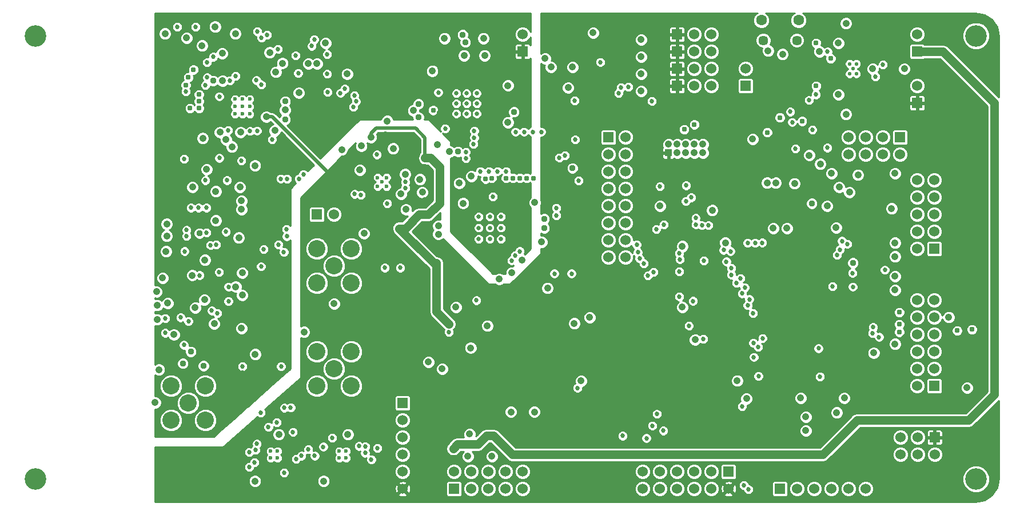
<source format=gbr>
G04 (created by PCBNEW-RS274X (2012-01-19 BZR 3256)-stable) date 10/11/2012 09:17:13*
G01*
G70*
G90*
%MOIN*%
G04 Gerber Fmt 3.4, Leading zero omitted, Abs format*
%FSLAX34Y34*%
G04 APERTURE LIST*
%ADD10C,0.006000*%
%ADD11C,0.063000*%
%ADD12C,0.057100*%
%ADD13C,0.023600*%
%ADD14C,0.025000*%
%ADD15R,0.060000X0.060000*%
%ADD16C,0.060000*%
%ADD17C,0.100000*%
%ADD18C,0.126000*%
%ADD19R,0.042000X0.042000*%
%ADD20C,0.042000*%
%ADD21C,0.023000*%
%ADD22C,0.031000*%
%ADD23C,0.027000*%
%ADD24C,0.037000*%
%ADD25C,0.050000*%
%ADD26C,0.020000*%
%ADD27C,0.010000*%
G04 APERTURE END LIST*
G54D10*
G54D11*
X70583Y-22169D03*
X68417Y-22169D03*
G54D12*
X70479Y-23339D03*
X68521Y-23339D03*
G54D13*
X44202Y-47702D03*
X43798Y-47702D03*
X43798Y-47298D03*
X44202Y-47298D03*
X40202Y-47702D03*
X39798Y-47702D03*
X39798Y-47298D03*
X40202Y-47298D03*
G54D14*
X51225Y-27025D03*
X51225Y-26431D03*
X51819Y-26431D03*
X51819Y-27025D03*
X51819Y-27619D03*
X51225Y-27619D03*
X50631Y-27619D03*
X50631Y-27025D03*
X50631Y-26431D03*
G54D13*
X38150Y-27200D03*
X37717Y-27200D03*
X37717Y-26767D03*
X38150Y-26767D03*
X38583Y-26767D03*
X38583Y-27200D03*
X38583Y-27633D03*
X38150Y-27633D03*
X37717Y-27633D03*
X46300Y-31600D03*
X46039Y-31339D03*
X46561Y-31339D03*
X46561Y-31861D03*
X46039Y-31861D03*
G54D15*
X59500Y-29000D03*
G54D16*
X60500Y-29000D03*
X59500Y-30000D03*
X60500Y-30000D03*
X59500Y-31000D03*
X60500Y-31000D03*
X59500Y-32000D03*
X60500Y-32000D03*
X59500Y-33000D03*
X60500Y-33000D03*
X59500Y-34000D03*
X60500Y-34000D03*
X59500Y-35000D03*
X60500Y-35000D03*
X59500Y-36000D03*
X60500Y-36000D03*
G54D15*
X66500Y-48500D03*
G54D16*
X66500Y-49500D03*
X65500Y-48500D03*
X65500Y-49500D03*
X64500Y-48500D03*
X64500Y-49500D03*
X63500Y-48500D03*
X63500Y-49500D03*
X62500Y-48500D03*
X62500Y-49500D03*
X61500Y-48500D03*
X61500Y-49500D03*
G54D15*
X78500Y-43500D03*
G54D16*
X77500Y-43500D03*
X78500Y-42500D03*
X77500Y-42500D03*
X78500Y-41500D03*
X77500Y-41500D03*
X78500Y-40500D03*
X77500Y-40500D03*
X78500Y-39500D03*
X77500Y-39500D03*
X78500Y-38500D03*
X77500Y-38500D03*
G54D15*
X78500Y-35500D03*
G54D16*
X77500Y-35500D03*
X78500Y-34500D03*
X77500Y-34500D03*
X78500Y-33500D03*
X77500Y-33500D03*
X78500Y-32500D03*
X77500Y-32500D03*
X78500Y-31500D03*
X77500Y-31500D03*
G54D15*
X50500Y-49500D03*
G54D16*
X50500Y-48500D03*
X51500Y-49500D03*
X51500Y-48500D03*
X52500Y-49500D03*
X52500Y-48500D03*
X53500Y-49500D03*
X53500Y-48500D03*
X54500Y-49500D03*
X54500Y-48500D03*
G54D15*
X76500Y-29000D03*
G54D16*
X76500Y-30000D03*
X75500Y-29000D03*
X75500Y-30000D03*
X74500Y-29000D03*
X74500Y-30000D03*
X73500Y-29000D03*
X73500Y-30000D03*
G54D15*
X78510Y-46500D03*
G54D16*
X78510Y-47500D03*
X77510Y-46500D03*
X77510Y-47500D03*
X76510Y-46500D03*
X76510Y-47500D03*
G54D15*
X69500Y-49500D03*
G54D16*
X70500Y-49500D03*
X71500Y-49500D03*
X72500Y-49500D03*
X73500Y-49500D03*
X74500Y-49500D03*
G54D15*
X47500Y-44500D03*
G54D16*
X47500Y-45500D03*
X47500Y-46500D03*
X47500Y-47500D03*
X47500Y-48500D03*
X47500Y-49500D03*
G54D15*
X63500Y-24000D03*
G54D16*
X64500Y-24000D03*
X65500Y-24000D03*
G54D15*
X63500Y-23000D03*
G54D16*
X64500Y-23000D03*
X65500Y-23000D03*
G54D15*
X63500Y-25000D03*
G54D16*
X64500Y-25000D03*
X65500Y-25000D03*
G54D15*
X63500Y-26000D03*
G54D16*
X64500Y-26000D03*
X65500Y-26000D03*
G54D15*
X67500Y-26000D03*
G54D16*
X67500Y-25000D03*
G54D17*
X43500Y-36500D03*
X42500Y-37500D03*
X44500Y-37500D03*
X44500Y-35500D03*
X42500Y-35500D03*
X35000Y-44500D03*
X36000Y-43500D03*
X34000Y-43500D03*
X34000Y-45500D03*
X36000Y-45500D03*
X43500Y-42500D03*
X42500Y-43500D03*
X44500Y-43500D03*
X44500Y-41500D03*
X42500Y-41500D03*
G54D15*
X54500Y-24000D03*
G54D16*
X54500Y-23000D03*
G54D15*
X77500Y-24000D03*
G54D16*
X77500Y-23000D03*
G54D15*
X77500Y-27000D03*
G54D16*
X77500Y-26000D03*
G54D15*
X42500Y-33500D03*
G54D16*
X43500Y-33500D03*
G54D18*
X26075Y-23075D03*
X80925Y-23075D03*
X80925Y-48925D03*
X26075Y-48925D03*
G54D14*
X52575Y-34275D03*
X52575Y-33625D03*
X53225Y-33625D03*
X53225Y-34275D03*
X53225Y-34925D03*
X52575Y-34925D03*
X51925Y-34925D03*
X51925Y-34275D03*
X51925Y-33625D03*
G54D19*
X63000Y-29900D03*
G54D20*
X63000Y-29400D03*
X63500Y-29900D03*
X63500Y-29400D03*
X64000Y-29900D03*
X64000Y-29400D03*
X64500Y-29900D03*
X64500Y-29400D03*
X65000Y-29900D03*
X65000Y-29400D03*
G54D21*
X73750Y-25000D03*
X73947Y-24705D03*
X73553Y-24705D03*
X73553Y-25295D03*
X73947Y-25295D03*
G54D22*
X49470Y-36330D03*
G54D20*
X50450Y-47150D03*
X48450Y-33500D03*
X50200Y-39880D03*
X47300Y-34310D03*
X45650Y-29000D03*
X52800Y-46400D03*
X48800Y-30200D03*
G54D23*
X56460Y-33110D03*
X53850Y-36180D03*
X54060Y-35880D03*
X56460Y-33550D03*
G54D20*
X47400Y-32300D03*
X47650Y-31150D03*
G54D23*
X44950Y-47000D03*
X38930Y-47230D03*
X38850Y-47960D03*
X40250Y-35260D03*
X34900Y-34400D03*
X45310Y-47400D03*
X43100Y-24150D03*
X42340Y-23280D03*
X45670Y-47790D03*
X44680Y-26560D03*
X39020Y-22820D03*
X35420Y-22550D03*
X36620Y-35260D03*
X37330Y-28590D03*
X34780Y-35640D03*
X41450Y-31410D03*
X38600Y-28630D03*
X38150Y-42350D03*
X40410Y-42350D03*
X37340Y-37710D03*
X40570Y-35690D03*
X45330Y-47030D03*
X39010Y-28610D03*
X35010Y-39720D03*
X41710Y-31150D03*
X46030Y-47120D03*
X36370Y-39100D03*
X33650Y-40400D03*
X38970Y-25670D03*
X43130Y-26360D03*
X40600Y-44770D03*
X36810Y-26610D03*
X36050Y-34550D03*
X42870Y-47040D03*
X34750Y-30250D03*
X36000Y-31500D03*
X40740Y-34770D03*
X40730Y-34350D03*
X37200Y-34500D03*
X37250Y-31500D03*
X40970Y-44750D03*
X43390Y-46520D03*
X39590Y-23020D03*
X41600Y-47570D03*
X42200Y-23670D03*
X34350Y-22550D03*
X43098Y-25298D03*
X40580Y-48550D03*
X40230Y-23850D03*
X41410Y-25250D03*
X38100Y-30350D03*
X40390Y-31410D03*
X43870Y-26410D03*
X38550Y-47360D03*
X33650Y-39550D03*
X34550Y-39500D03*
X35660Y-37040D03*
X38560Y-48220D03*
X36280Y-35280D03*
X39400Y-35520D03*
X34900Y-34750D03*
X41280Y-47760D03*
X42370Y-47570D03*
X36810Y-30200D03*
X40750Y-31420D03*
X36450Y-24300D03*
X42000Y-47190D03*
X39260Y-25930D03*
X44130Y-26170D03*
X39270Y-23190D03*
X39000Y-46870D03*
X40160Y-45620D03*
X41260Y-24230D03*
X39670Y-45890D03*
X37340Y-38560D03*
X36690Y-39250D03*
X34740Y-41100D03*
X39220Y-45050D03*
X41100Y-46180D03*
X36800Y-36850D03*
X39240Y-36530D03*
X62700Y-46100D03*
X62060Y-45810D03*
X62330Y-45130D03*
X57690Y-43610D03*
X61710Y-46540D03*
X71740Y-41300D03*
X75500Y-24750D03*
X72250Y-29600D03*
X73110Y-35040D03*
X73430Y-35210D03*
X75610Y-36730D03*
X73720Y-36910D03*
X72830Y-35860D03*
X72990Y-35540D03*
X75270Y-40640D03*
X74930Y-40070D03*
X74880Y-40430D03*
G54D20*
X76000Y-33150D03*
X72250Y-33000D03*
G54D23*
X63630Y-35750D03*
X61140Y-35260D03*
X61210Y-35700D03*
X63660Y-36110D03*
X66210Y-35570D03*
X61310Y-36060D03*
X66610Y-35640D03*
X61560Y-36350D03*
X72560Y-37690D03*
X65330Y-34130D03*
X73740Y-37710D03*
X64320Y-32500D03*
X67610Y-38790D03*
X66370Y-36240D03*
X66660Y-37010D03*
X66960Y-37490D03*
X67440Y-37760D03*
X67290Y-38100D03*
X67710Y-38440D03*
X66650Y-36620D03*
X67190Y-37210D03*
X64580Y-33700D03*
X62720Y-34080D03*
X64580Y-34080D03*
X62280Y-34350D03*
G54D22*
X79830Y-40270D03*
X80690Y-40200D03*
X76450Y-40350D03*
X76450Y-39200D03*
X76450Y-39900D03*
X63910Y-28530D03*
X64500Y-28250D03*
G54D23*
X68240Y-42920D03*
X67280Y-44690D03*
G54D20*
X49800Y-42500D03*
X51400Y-46300D03*
G54D23*
X71380Y-28550D03*
X71830Y-42950D03*
X56340Y-36940D03*
X57340Y-36940D03*
X64180Y-39980D03*
X54320Y-35640D03*
X51180Y-30230D03*
X65020Y-40750D03*
X51800Y-38500D03*
X52750Y-32450D03*
X47650Y-31600D03*
X50200Y-40360D03*
X47650Y-31950D03*
G54D20*
X69100Y-34300D03*
X61400Y-25300D03*
G54D22*
X35630Y-26900D03*
G54D20*
X57150Y-26100D03*
X33290Y-42550D03*
X50225Y-29835D03*
X67000Y-43190D03*
X67900Y-29100D03*
X58600Y-22900D03*
X72900Y-26500D03*
X76200Y-31100D03*
X80400Y-43600D03*
X44300Y-46320D03*
G54D22*
X52325Y-31415D03*
G54D23*
X70100Y-27500D03*
G54D22*
X54725Y-31375D03*
G54D20*
X45000Y-30900D03*
G54D24*
X34680Y-42180D03*
G54D20*
X37200Y-29130D03*
X63800Y-38900D03*
G54D22*
X71600Y-23500D03*
G54D24*
X55750Y-34300D03*
G54D23*
X55575Y-28675D03*
G54D20*
X53635Y-28125D03*
G54D24*
X48425Y-27825D03*
G54D20*
X55200Y-32800D03*
X33750Y-34750D03*
X49935Y-23225D03*
G54D24*
X73750Y-36320D03*
G54D20*
X71200Y-30040D03*
X43940Y-29720D03*
X45250Y-34600D03*
G54D22*
X70790Y-28050D03*
G54D24*
X35650Y-34600D03*
G54D20*
X34160Y-40500D03*
G54D23*
X55075Y-28675D03*
G54D24*
X35140Y-41500D03*
G54D20*
X73250Y-44200D03*
X35850Y-29050D03*
X76200Y-35950D03*
X72770Y-34260D03*
X35230Y-37040D03*
X61400Y-26300D03*
X38150Y-38200D03*
X43000Y-23500D03*
G54D22*
X53525Y-31375D03*
G54D20*
X40100Y-25190D03*
X38100Y-32700D03*
X37760Y-37710D03*
X38150Y-36900D03*
X33750Y-34050D03*
G54D24*
X35890Y-42320D03*
G54D20*
X33190Y-38790D03*
G54D23*
X54575Y-28675D03*
G54D20*
X33800Y-38670D03*
X33150Y-38000D03*
X51505Y-31265D03*
G54D23*
X52525Y-30975D03*
G54D20*
X35400Y-38930D03*
X50600Y-38900D03*
X57900Y-43200D03*
X53810Y-45010D03*
G54D22*
X71600Y-26000D03*
G54D20*
X37550Y-29550D03*
X36600Y-32150D03*
X71800Y-24000D03*
X57400Y-24900D03*
X61400Y-24300D03*
X62500Y-33000D03*
G54D24*
X50725Y-29835D03*
G54D20*
X36510Y-39870D03*
X72900Y-23500D03*
X37000Y-25700D03*
X52215Y-23225D03*
X49580Y-34640D03*
X39750Y-24050D03*
X36070Y-30860D03*
G54D24*
X51145Y-23445D03*
G54D20*
X33190Y-39620D03*
G54D22*
X54325Y-31375D03*
G54D20*
X76200Y-37100D03*
G54D22*
X53925Y-31375D03*
G54D23*
X36050Y-33100D03*
G54D20*
X40650Y-27400D03*
X71850Y-30550D03*
X35970Y-36150D03*
X70700Y-44200D03*
X38050Y-28700D03*
X48500Y-31450D03*
X71000Y-45300D03*
G54D22*
X72450Y-24400D03*
G54D20*
X55800Y-24400D03*
X43500Y-38700D03*
G54D22*
X55125Y-31375D03*
G54D20*
X46600Y-28050D03*
X79330Y-39490D03*
X58400Y-39500D03*
X52275Y-24225D03*
G54D23*
X53525Y-30975D03*
G54D20*
X38890Y-30650D03*
G54D22*
X34850Y-25950D03*
G54D24*
X48415Y-27045D03*
G54D22*
X35000Y-25500D03*
G54D20*
X49000Y-42100D03*
G54D24*
X51005Y-23005D03*
G54D20*
X45090Y-29500D03*
X70350Y-31690D03*
X38900Y-41650D03*
X42890Y-49050D03*
X47690Y-33200D03*
X41750Y-40350D03*
X46950Y-29650D03*
X69250Y-31650D03*
X35800Y-23650D03*
X73350Y-27650D03*
X74960Y-41560D03*
X66310Y-35140D03*
G54D23*
X54075Y-28675D03*
G54D20*
X48650Y-32200D03*
X56150Y-24900D03*
G54D22*
X35300Y-25050D03*
G54D20*
X40490Y-24680D03*
X35250Y-31900D03*
G54D22*
X35630Y-26500D03*
G54D20*
X36600Y-33850D03*
X73550Y-32200D03*
X51300Y-47600D03*
X63800Y-35350D03*
X52430Y-39990D03*
G54D24*
X71350Y-32850D03*
G54D22*
X52685Y-31375D03*
G54D20*
X71000Y-46100D03*
X76200Y-41050D03*
X37950Y-34850D03*
G54D24*
X40650Y-26900D03*
G54D22*
X35100Y-27300D03*
G54D23*
X53025Y-30975D03*
G54D20*
X52700Y-47600D03*
X42000Y-24700D03*
X68750Y-31650D03*
X51020Y-32840D03*
X61400Y-23300D03*
X35940Y-38470D03*
X38010Y-31900D03*
G54D23*
X35600Y-33100D03*
G54D20*
X76750Y-25000D03*
G54D24*
X53985Y-27515D03*
X40650Y-27950D03*
G54D20*
X50795Y-31665D03*
X41450Y-26400D03*
X38100Y-40130D03*
G54D22*
X35630Y-27300D03*
G54D20*
X40050Y-28600D03*
X33700Y-35650D03*
X72800Y-45050D03*
X33500Y-37200D03*
X74040Y-31190D03*
X72500Y-31100D03*
G54D24*
X55750Y-33750D03*
G54D20*
X48125Y-27425D03*
G54D24*
X57400Y-30800D03*
G54D20*
X51075Y-24225D03*
X49225Y-25125D03*
X34900Y-23200D03*
X72950Y-31900D03*
X76200Y-35150D03*
X67540Y-44230D03*
X51460Y-41280D03*
X73350Y-22350D03*
X68800Y-23950D03*
X54450Y-36150D03*
X53130Y-37260D03*
X64550Y-40800D03*
X55600Y-35100D03*
X33070Y-44460D03*
X37750Y-22950D03*
X55950Y-37790D03*
X40280Y-46320D03*
X74900Y-25000D03*
X38890Y-49050D03*
X36850Y-28700D03*
G54D23*
X35150Y-33100D03*
G54D20*
X55180Y-45010D03*
X44260Y-25300D03*
X49525Y-29435D03*
X57500Y-39850D03*
X76200Y-37900D03*
X38100Y-33200D03*
X69650Y-24150D03*
X36980Y-24100D03*
X69900Y-34300D03*
X65550Y-33250D03*
X53635Y-25975D03*
G54D23*
X52025Y-30975D03*
G54D20*
X49580Y-34160D03*
G54D24*
X36450Y-25700D03*
G54D20*
X53860Y-36890D03*
X42500Y-24700D03*
X36560Y-22550D03*
X33640Y-22950D03*
G54D23*
X70400Y-29650D03*
X51620Y-29390D03*
X60080Y-26420D03*
X37430Y-25680D03*
X36100Y-25500D03*
X61800Y-37050D03*
X63630Y-38280D03*
X36090Y-24630D03*
X37750Y-25420D03*
X62120Y-36860D03*
X64420Y-38540D03*
X60220Y-26080D03*
X67390Y-49290D03*
X36000Y-25950D03*
X44780Y-26900D03*
X68480Y-40710D03*
X34850Y-26330D03*
X67660Y-49530D03*
X67970Y-41810D03*
X44620Y-27220D03*
X39880Y-29130D03*
X46000Y-30000D03*
X75050Y-25450D03*
X71590Y-26500D03*
X72270Y-24000D03*
X71190Y-26830D03*
G54D22*
X69490Y-27840D03*
X68750Y-28710D03*
G54D23*
X64940Y-34130D03*
X60650Y-26060D03*
X59030Y-24610D03*
X64010Y-32720D03*
X51670Y-28620D03*
X70210Y-28110D03*
X68460Y-35140D03*
X56960Y-30050D03*
X44700Y-32300D03*
X46450Y-36600D03*
X68220Y-41230D03*
X47350Y-36600D03*
X45050Y-32350D03*
X67940Y-40990D03*
X46600Y-32850D03*
X60320Y-46400D03*
X65060Y-36190D03*
X51180Y-29850D03*
X51670Y-29010D03*
X57760Y-31520D03*
X63630Y-36820D03*
X57550Y-29130D03*
X62020Y-26880D03*
X57520Y-26850D03*
X64030Y-31800D03*
X67930Y-39250D03*
X49575Y-26375D03*
X56630Y-30180D03*
X68040Y-35150D03*
G54D20*
X54570Y-33380D03*
G54D24*
X36640Y-27250D03*
G54D20*
X49625Y-25925D03*
G54D22*
X53525Y-32475D03*
G54D24*
X50615Y-28785D03*
G54D22*
X49565Y-27045D03*
X52945Y-27695D03*
G54D20*
X54400Y-35100D03*
G54D22*
X49625Y-27585D03*
G54D20*
X33610Y-36600D03*
X37600Y-41150D03*
X38150Y-42800D03*
X39250Y-25300D03*
X39570Y-27010D03*
X54500Y-34300D03*
X51525Y-32465D03*
X37450Y-24500D03*
G54D23*
X52895Y-26425D03*
G54D20*
X35250Y-36400D03*
X53140Y-36100D03*
X52275Y-25415D03*
G54D23*
X52825Y-27335D03*
G54D24*
X52275Y-32475D03*
G54D20*
X51075Y-25405D03*
G54D22*
X72560Y-25570D03*
G54D20*
X43710Y-48650D03*
X75000Y-35950D03*
X70378Y-32904D03*
X78150Y-37100D03*
G54D22*
X71190Y-28050D03*
G54D24*
X44300Y-32400D03*
G54D20*
X46450Y-37750D03*
X48800Y-32700D03*
X73700Y-48250D03*
X70700Y-43000D03*
X75000Y-41050D03*
X75000Y-37900D03*
X39710Y-48650D03*
X63500Y-27740D03*
X42200Y-38750D03*
X48340Y-29160D03*
G54D24*
X44850Y-33300D03*
G54D20*
X68750Y-32850D03*
X72810Y-32920D03*
X75000Y-37100D03*
X66640Y-30840D03*
X62900Y-33550D03*
X65000Y-41250D03*
X75000Y-35150D03*
X81250Y-43200D03*
X48800Y-30750D03*
X46730Y-34310D03*
X67350Y-29600D03*
X58050Y-40400D03*
X55600Y-38600D03*
X39550Y-27800D03*
X73250Y-43000D03*
X56300Y-25800D03*
X57850Y-42700D03*
X64050Y-37540D03*
X57200Y-22200D03*
X45660Y-30400D03*
X65030Y-35270D03*
X47350Y-37750D03*
G54D22*
X49275Y-27415D03*
X49820Y-35960D03*
G54D20*
X67540Y-43020D03*
X46500Y-28850D03*
X66350Y-33100D03*
X64990Y-31000D03*
X50450Y-45900D03*
X69700Y-48250D03*
X65000Y-38900D03*
G54D23*
X62500Y-31850D03*
X49975Y-28485D03*
X67610Y-35160D03*
G54D25*
X56000Y-47500D02*
X53900Y-47500D01*
X47340Y-34310D02*
X47640Y-34310D01*
X53900Y-47500D02*
X52800Y-46400D01*
X82000Y-44000D02*
X80500Y-45500D01*
G54D26*
X48800Y-29010D02*
X48800Y-30200D01*
G54D25*
X49130Y-30200D02*
X48800Y-30200D01*
X49320Y-36330D02*
X47300Y-34310D01*
X51880Y-46900D02*
X50700Y-46900D01*
X79000Y-24000D02*
X82000Y-27000D01*
X49470Y-36330D02*
X49470Y-39150D01*
X49660Y-30730D02*
X49130Y-30200D01*
G54D26*
X45650Y-29000D02*
X45650Y-28760D01*
G54D25*
X47300Y-34310D02*
X47340Y-34310D01*
G54D26*
X45650Y-28760D02*
X45960Y-28450D01*
G54D25*
X49470Y-36330D02*
X49320Y-36330D01*
X77500Y-24000D02*
X79000Y-24000D01*
X80500Y-45500D02*
X74000Y-45500D01*
X49000Y-33500D02*
X49660Y-32840D01*
X49660Y-32840D02*
X49660Y-30730D01*
G54D26*
X48240Y-28450D02*
X48800Y-29010D01*
G54D25*
X49470Y-39150D02*
X50200Y-39880D01*
X82000Y-27000D02*
X82000Y-44000D01*
X52800Y-46400D02*
X52380Y-46400D01*
X72000Y-47500D02*
X56000Y-47500D01*
G54D26*
X45960Y-28450D02*
X48240Y-28450D01*
G54D25*
X52380Y-46400D02*
X51880Y-46900D01*
X50700Y-46900D02*
X50450Y-47150D01*
X48450Y-33500D02*
X49000Y-33500D01*
X47640Y-34310D02*
X48450Y-33500D01*
X74000Y-45500D02*
X72000Y-47500D01*
G54D26*
X44300Y-32200D02*
X44300Y-32400D01*
X39550Y-27800D02*
X39900Y-27800D01*
X39900Y-27800D02*
X44300Y-32200D01*
G54D10*
G36*
X82255Y-48903D02*
X82149Y-49431D01*
X81862Y-49862D01*
X81724Y-49954D01*
X81724Y-49085D01*
X81724Y-48767D01*
X81603Y-48473D01*
X81378Y-48248D01*
X81085Y-48126D01*
X80767Y-48126D01*
X80473Y-48247D01*
X80248Y-48472D01*
X80126Y-48765D01*
X80126Y-49083D01*
X80247Y-49377D01*
X80472Y-49602D01*
X80765Y-49724D01*
X81083Y-49724D01*
X81377Y-49603D01*
X81602Y-49378D01*
X81724Y-49085D01*
X81724Y-49954D01*
X81433Y-50148D01*
X80901Y-50255D01*
X78980Y-50255D01*
X78980Y-47594D01*
X78980Y-47407D01*
X78980Y-46834D01*
X78980Y-46766D01*
X78980Y-46592D01*
X78980Y-46408D01*
X78980Y-46234D01*
X78980Y-46166D01*
X78954Y-46104D01*
X78906Y-46056D01*
X78844Y-46030D01*
X78602Y-46030D01*
X78560Y-46072D01*
X78560Y-46450D01*
X78938Y-46450D01*
X78980Y-46408D01*
X78980Y-46592D01*
X78938Y-46550D01*
X78560Y-46550D01*
X78560Y-46928D01*
X78602Y-46970D01*
X78844Y-46970D01*
X78906Y-46944D01*
X78954Y-46896D01*
X78980Y-46834D01*
X78980Y-47407D01*
X78909Y-47234D01*
X78777Y-47102D01*
X78604Y-47030D01*
X78460Y-47030D01*
X78460Y-46928D01*
X78460Y-46550D01*
X78460Y-46450D01*
X78460Y-46072D01*
X78418Y-46030D01*
X78176Y-46030D01*
X78114Y-46056D01*
X78066Y-46104D01*
X78040Y-46166D01*
X78040Y-46234D01*
X78040Y-46408D01*
X78082Y-46450D01*
X78460Y-46450D01*
X78460Y-46550D01*
X78082Y-46550D01*
X78040Y-46592D01*
X78040Y-46766D01*
X78040Y-46834D01*
X78066Y-46896D01*
X78114Y-46944D01*
X78176Y-46970D01*
X78418Y-46970D01*
X78460Y-46928D01*
X78460Y-47030D01*
X78417Y-47030D01*
X78244Y-47101D01*
X78112Y-47233D01*
X78040Y-47406D01*
X78040Y-47593D01*
X78111Y-47766D01*
X78243Y-47898D01*
X78416Y-47970D01*
X78603Y-47970D01*
X78776Y-47899D01*
X78908Y-47767D01*
X78980Y-47594D01*
X78980Y-50255D01*
X77980Y-50255D01*
X77980Y-47594D01*
X77980Y-47407D01*
X77980Y-46594D01*
X77980Y-46407D01*
X77909Y-46234D01*
X77777Y-46102D01*
X77604Y-46030D01*
X77417Y-46030D01*
X77244Y-46101D01*
X77112Y-46233D01*
X77040Y-46406D01*
X77040Y-46593D01*
X77111Y-46766D01*
X77243Y-46898D01*
X77416Y-46970D01*
X77603Y-46970D01*
X77776Y-46899D01*
X77908Y-46767D01*
X77980Y-46594D01*
X77980Y-47407D01*
X77909Y-47234D01*
X77777Y-47102D01*
X77604Y-47030D01*
X77417Y-47030D01*
X77244Y-47101D01*
X77112Y-47233D01*
X77040Y-47406D01*
X77040Y-47593D01*
X77111Y-47766D01*
X77243Y-47898D01*
X77416Y-47970D01*
X77603Y-47970D01*
X77776Y-47899D01*
X77908Y-47767D01*
X77980Y-47594D01*
X77980Y-50255D01*
X76980Y-50255D01*
X76980Y-47594D01*
X76980Y-47407D01*
X76980Y-46594D01*
X76980Y-46407D01*
X76909Y-46234D01*
X76777Y-46102D01*
X76604Y-46030D01*
X76417Y-46030D01*
X76244Y-46101D01*
X76112Y-46233D01*
X76040Y-46406D01*
X76040Y-46593D01*
X76111Y-46766D01*
X76243Y-46898D01*
X76416Y-46970D01*
X76603Y-46970D01*
X76776Y-46899D01*
X76908Y-46767D01*
X76980Y-46594D01*
X76980Y-47407D01*
X76909Y-47234D01*
X76777Y-47102D01*
X76604Y-47030D01*
X76417Y-47030D01*
X76244Y-47101D01*
X76112Y-47233D01*
X76040Y-47406D01*
X76040Y-47593D01*
X76111Y-47766D01*
X76243Y-47898D01*
X76416Y-47970D01*
X76603Y-47970D01*
X76776Y-47899D01*
X76908Y-47767D01*
X76980Y-47594D01*
X76980Y-50255D01*
X74970Y-50255D01*
X74970Y-49594D01*
X74970Y-49407D01*
X74899Y-49234D01*
X74767Y-49102D01*
X74594Y-49030D01*
X74407Y-49030D01*
X74234Y-49101D01*
X74102Y-49233D01*
X74030Y-49406D01*
X74030Y-49593D01*
X74101Y-49766D01*
X74233Y-49898D01*
X74406Y-49970D01*
X74593Y-49970D01*
X74766Y-49899D01*
X74898Y-49767D01*
X74970Y-49594D01*
X74970Y-50255D01*
X73970Y-50255D01*
X73970Y-49594D01*
X73970Y-49407D01*
X73899Y-49234D01*
X73767Y-49102D01*
X73594Y-49030D01*
X73407Y-49030D01*
X73234Y-49101D01*
X73102Y-49233D01*
X73030Y-49406D01*
X73030Y-49593D01*
X73101Y-49766D01*
X73233Y-49898D01*
X73406Y-49970D01*
X73593Y-49970D01*
X73766Y-49899D01*
X73898Y-49767D01*
X73970Y-49594D01*
X73970Y-50255D01*
X72970Y-50255D01*
X72970Y-49594D01*
X72970Y-49407D01*
X72899Y-49234D01*
X72767Y-49102D01*
X72594Y-49030D01*
X72407Y-49030D01*
X72234Y-49101D01*
X72102Y-49233D01*
X72030Y-49406D01*
X72030Y-49593D01*
X72101Y-49766D01*
X72233Y-49898D01*
X72406Y-49970D01*
X72593Y-49970D01*
X72766Y-49899D01*
X72898Y-49767D01*
X72970Y-49594D01*
X72970Y-50255D01*
X71970Y-50255D01*
X71970Y-49594D01*
X71970Y-49407D01*
X71899Y-49234D01*
X71767Y-49102D01*
X71594Y-49030D01*
X71407Y-49030D01*
X71234Y-49101D01*
X71102Y-49233D01*
X71030Y-49406D01*
X71030Y-49593D01*
X71101Y-49766D01*
X71233Y-49898D01*
X71406Y-49970D01*
X71593Y-49970D01*
X71766Y-49899D01*
X71898Y-49767D01*
X71970Y-49594D01*
X71970Y-50255D01*
X70970Y-50255D01*
X70970Y-49594D01*
X70970Y-49407D01*
X70899Y-49234D01*
X70767Y-49102D01*
X70594Y-49030D01*
X70407Y-49030D01*
X70234Y-49101D01*
X70102Y-49233D01*
X70030Y-49406D01*
X70030Y-49593D01*
X70101Y-49766D01*
X70233Y-49898D01*
X70406Y-49970D01*
X70593Y-49970D01*
X70766Y-49899D01*
X70898Y-49767D01*
X70970Y-49594D01*
X70970Y-50255D01*
X69970Y-50255D01*
X69970Y-49834D01*
X69970Y-49766D01*
X69970Y-49166D01*
X69944Y-49104D01*
X69896Y-49056D01*
X69834Y-49030D01*
X69766Y-49030D01*
X69166Y-49030D01*
X69104Y-49056D01*
X69056Y-49104D01*
X69030Y-49166D01*
X69030Y-49234D01*
X69030Y-49834D01*
X69056Y-49896D01*
X69104Y-49944D01*
X69166Y-49970D01*
X69234Y-49970D01*
X69834Y-49970D01*
X69896Y-49944D01*
X69944Y-49896D01*
X69970Y-49834D01*
X69970Y-50255D01*
X67964Y-50255D01*
X67964Y-49591D01*
X67964Y-49470D01*
X67918Y-49358D01*
X67833Y-49273D01*
X67721Y-49226D01*
X67692Y-49226D01*
X67648Y-49118D01*
X67563Y-49033D01*
X67451Y-48986D01*
X67330Y-48986D01*
X67218Y-49032D01*
X67133Y-49117D01*
X67086Y-49229D01*
X67086Y-49350D01*
X67132Y-49462D01*
X67217Y-49547D01*
X67329Y-49594D01*
X67357Y-49594D01*
X67402Y-49702D01*
X67487Y-49787D01*
X67599Y-49834D01*
X67720Y-49834D01*
X67832Y-49788D01*
X67917Y-49703D01*
X67964Y-49591D01*
X67964Y-50255D01*
X66970Y-50255D01*
X66970Y-48834D01*
X66970Y-48766D01*
X66970Y-48166D01*
X66944Y-48104D01*
X66896Y-48056D01*
X66834Y-48030D01*
X66766Y-48030D01*
X66166Y-48030D01*
X66104Y-48056D01*
X66056Y-48104D01*
X66030Y-48166D01*
X66030Y-48234D01*
X66030Y-48834D01*
X66056Y-48896D01*
X66104Y-48944D01*
X66166Y-48970D01*
X66234Y-48970D01*
X66834Y-48970D01*
X66896Y-48944D01*
X66944Y-48896D01*
X66970Y-48834D01*
X66970Y-50255D01*
X66965Y-50255D01*
X66965Y-49561D01*
X66953Y-49378D01*
X66907Y-49266D01*
X66836Y-49235D01*
X66765Y-49306D01*
X66765Y-49164D01*
X66734Y-49093D01*
X66561Y-49035D01*
X66378Y-49047D01*
X66266Y-49093D01*
X66235Y-49164D01*
X66500Y-49429D01*
X66765Y-49164D01*
X66765Y-49306D01*
X66571Y-49500D01*
X66836Y-49765D01*
X66907Y-49734D01*
X66965Y-49561D01*
X66965Y-50255D01*
X66765Y-50255D01*
X66765Y-49836D01*
X66500Y-49571D01*
X66429Y-49642D01*
X66429Y-49500D01*
X66164Y-49235D01*
X66093Y-49266D01*
X66035Y-49439D01*
X66047Y-49622D01*
X66093Y-49734D01*
X66164Y-49765D01*
X66429Y-49500D01*
X66429Y-49642D01*
X66235Y-49836D01*
X66266Y-49907D01*
X66439Y-49965D01*
X66622Y-49953D01*
X66734Y-49907D01*
X66765Y-49836D01*
X66765Y-50255D01*
X65970Y-50255D01*
X65970Y-49594D01*
X65970Y-49407D01*
X65970Y-48594D01*
X65970Y-48407D01*
X65899Y-48234D01*
X65767Y-48102D01*
X65594Y-48030D01*
X65407Y-48030D01*
X65234Y-48101D01*
X65102Y-48233D01*
X65030Y-48406D01*
X65030Y-48593D01*
X65101Y-48766D01*
X65233Y-48898D01*
X65406Y-48970D01*
X65593Y-48970D01*
X65766Y-48899D01*
X65898Y-48767D01*
X65970Y-48594D01*
X65970Y-49407D01*
X65899Y-49234D01*
X65767Y-49102D01*
X65594Y-49030D01*
X65407Y-49030D01*
X65234Y-49101D01*
X65102Y-49233D01*
X65030Y-49406D01*
X65030Y-49593D01*
X65101Y-49766D01*
X65233Y-49898D01*
X65406Y-49970D01*
X65593Y-49970D01*
X65766Y-49899D01*
X65898Y-49767D01*
X65970Y-49594D01*
X65970Y-50255D01*
X64970Y-50255D01*
X64970Y-49594D01*
X64970Y-49407D01*
X64970Y-48594D01*
X64970Y-48407D01*
X64899Y-48234D01*
X64767Y-48102D01*
X64594Y-48030D01*
X64407Y-48030D01*
X64234Y-48101D01*
X64102Y-48233D01*
X64030Y-48406D01*
X64030Y-48593D01*
X64101Y-48766D01*
X64233Y-48898D01*
X64406Y-48970D01*
X64593Y-48970D01*
X64766Y-48899D01*
X64898Y-48767D01*
X64970Y-48594D01*
X64970Y-49407D01*
X64899Y-49234D01*
X64767Y-49102D01*
X64594Y-49030D01*
X64407Y-49030D01*
X64234Y-49101D01*
X64102Y-49233D01*
X64030Y-49406D01*
X64030Y-49593D01*
X64101Y-49766D01*
X64233Y-49898D01*
X64406Y-49970D01*
X64593Y-49970D01*
X64766Y-49899D01*
X64898Y-49767D01*
X64970Y-49594D01*
X64970Y-50255D01*
X63970Y-50255D01*
X63970Y-49594D01*
X63970Y-49407D01*
X63970Y-48594D01*
X63970Y-48407D01*
X63899Y-48234D01*
X63767Y-48102D01*
X63594Y-48030D01*
X63407Y-48030D01*
X63234Y-48101D01*
X63102Y-48233D01*
X63030Y-48406D01*
X63030Y-48593D01*
X63101Y-48766D01*
X63233Y-48898D01*
X63406Y-48970D01*
X63593Y-48970D01*
X63766Y-48899D01*
X63898Y-48767D01*
X63970Y-48594D01*
X63970Y-49407D01*
X63899Y-49234D01*
X63767Y-49102D01*
X63594Y-49030D01*
X63407Y-49030D01*
X63234Y-49101D01*
X63102Y-49233D01*
X63030Y-49406D01*
X63030Y-49593D01*
X63101Y-49766D01*
X63233Y-49898D01*
X63406Y-49970D01*
X63593Y-49970D01*
X63766Y-49899D01*
X63898Y-49767D01*
X63970Y-49594D01*
X63970Y-50255D01*
X62970Y-50255D01*
X62970Y-49594D01*
X62970Y-49407D01*
X62970Y-48594D01*
X62970Y-48407D01*
X62899Y-48234D01*
X62767Y-48102D01*
X62594Y-48030D01*
X62407Y-48030D01*
X62234Y-48101D01*
X62102Y-48233D01*
X62030Y-48406D01*
X62030Y-48593D01*
X62101Y-48766D01*
X62233Y-48898D01*
X62406Y-48970D01*
X62593Y-48970D01*
X62766Y-48899D01*
X62898Y-48767D01*
X62970Y-48594D01*
X62970Y-49407D01*
X62899Y-49234D01*
X62767Y-49102D01*
X62594Y-49030D01*
X62407Y-49030D01*
X62234Y-49101D01*
X62102Y-49233D01*
X62030Y-49406D01*
X62030Y-49593D01*
X62101Y-49766D01*
X62233Y-49898D01*
X62406Y-49970D01*
X62593Y-49970D01*
X62766Y-49899D01*
X62898Y-49767D01*
X62970Y-49594D01*
X62970Y-50255D01*
X61970Y-50255D01*
X61970Y-49594D01*
X61970Y-49407D01*
X61970Y-48594D01*
X61970Y-48407D01*
X61899Y-48234D01*
X61767Y-48102D01*
X61594Y-48030D01*
X61407Y-48030D01*
X61234Y-48101D01*
X61102Y-48233D01*
X61030Y-48406D01*
X61030Y-48593D01*
X61101Y-48766D01*
X61233Y-48898D01*
X61406Y-48970D01*
X61593Y-48970D01*
X61766Y-48899D01*
X61898Y-48767D01*
X61970Y-48594D01*
X61970Y-49407D01*
X61899Y-49234D01*
X61767Y-49102D01*
X61594Y-49030D01*
X61407Y-49030D01*
X61234Y-49101D01*
X61102Y-49233D01*
X61030Y-49406D01*
X61030Y-49593D01*
X61101Y-49766D01*
X61233Y-49898D01*
X61406Y-49970D01*
X61593Y-49970D01*
X61766Y-49899D01*
X61898Y-49767D01*
X61970Y-49594D01*
X61970Y-50255D01*
X54970Y-50255D01*
X54970Y-49594D01*
X54970Y-49407D01*
X54970Y-48594D01*
X54970Y-48407D01*
X54899Y-48234D01*
X54767Y-48102D01*
X54594Y-48030D01*
X54407Y-48030D01*
X54234Y-48101D01*
X54102Y-48233D01*
X54030Y-48406D01*
X54030Y-48593D01*
X54101Y-48766D01*
X54233Y-48898D01*
X54406Y-48970D01*
X54593Y-48970D01*
X54766Y-48899D01*
X54898Y-48767D01*
X54970Y-48594D01*
X54970Y-49407D01*
X54899Y-49234D01*
X54767Y-49102D01*
X54594Y-49030D01*
X54407Y-49030D01*
X54234Y-49101D01*
X54102Y-49233D01*
X54030Y-49406D01*
X54030Y-49593D01*
X54101Y-49766D01*
X54233Y-49898D01*
X54406Y-49970D01*
X54593Y-49970D01*
X54766Y-49899D01*
X54898Y-49767D01*
X54970Y-49594D01*
X54970Y-50255D01*
X53970Y-50255D01*
X53970Y-49594D01*
X53970Y-49407D01*
X53970Y-48594D01*
X53970Y-48407D01*
X53899Y-48234D01*
X53767Y-48102D01*
X53594Y-48030D01*
X53407Y-48030D01*
X53234Y-48101D01*
X53102Y-48233D01*
X53080Y-48285D01*
X53080Y-47676D01*
X53080Y-47525D01*
X53022Y-47385D01*
X52916Y-47278D01*
X52776Y-47220D01*
X52625Y-47220D01*
X52485Y-47278D01*
X52378Y-47384D01*
X52320Y-47524D01*
X52320Y-47675D01*
X52378Y-47815D01*
X52484Y-47922D01*
X52624Y-47980D01*
X52775Y-47980D01*
X52915Y-47922D01*
X53022Y-47816D01*
X53080Y-47676D01*
X53080Y-48285D01*
X53030Y-48406D01*
X53030Y-48593D01*
X53101Y-48766D01*
X53233Y-48898D01*
X53406Y-48970D01*
X53593Y-48970D01*
X53766Y-48899D01*
X53898Y-48767D01*
X53970Y-48594D01*
X53970Y-49407D01*
X53899Y-49234D01*
X53767Y-49102D01*
X53594Y-49030D01*
X53407Y-49030D01*
X53234Y-49101D01*
X53102Y-49233D01*
X53030Y-49406D01*
X53030Y-49593D01*
X53101Y-49766D01*
X53233Y-49898D01*
X53406Y-49970D01*
X53593Y-49970D01*
X53766Y-49899D01*
X53898Y-49767D01*
X53970Y-49594D01*
X53970Y-50255D01*
X52970Y-50255D01*
X52970Y-49594D01*
X52970Y-49407D01*
X52970Y-48594D01*
X52970Y-48407D01*
X52899Y-48234D01*
X52767Y-48102D01*
X52594Y-48030D01*
X52407Y-48030D01*
X52234Y-48101D01*
X52102Y-48233D01*
X52030Y-48406D01*
X52030Y-48593D01*
X52101Y-48766D01*
X52233Y-48898D01*
X52406Y-48970D01*
X52593Y-48970D01*
X52766Y-48899D01*
X52898Y-48767D01*
X52970Y-48594D01*
X52970Y-49407D01*
X52899Y-49234D01*
X52767Y-49102D01*
X52594Y-49030D01*
X52407Y-49030D01*
X52234Y-49101D01*
X52102Y-49233D01*
X52030Y-49406D01*
X52030Y-49593D01*
X52101Y-49766D01*
X52233Y-49898D01*
X52406Y-49970D01*
X52593Y-49970D01*
X52766Y-49899D01*
X52898Y-49767D01*
X52970Y-49594D01*
X52970Y-50255D01*
X51970Y-50255D01*
X51970Y-49594D01*
X51970Y-49407D01*
X51970Y-48594D01*
X51970Y-48407D01*
X51899Y-48234D01*
X51767Y-48102D01*
X51594Y-48030D01*
X51407Y-48030D01*
X51234Y-48101D01*
X51102Y-48233D01*
X51030Y-48406D01*
X51030Y-48593D01*
X51101Y-48766D01*
X51233Y-48898D01*
X51406Y-48970D01*
X51593Y-48970D01*
X51766Y-48899D01*
X51898Y-48767D01*
X51970Y-48594D01*
X51970Y-49407D01*
X51899Y-49234D01*
X51767Y-49102D01*
X51594Y-49030D01*
X51407Y-49030D01*
X51234Y-49101D01*
X51102Y-49233D01*
X51030Y-49406D01*
X51030Y-49593D01*
X51101Y-49766D01*
X51233Y-49898D01*
X51406Y-49970D01*
X51593Y-49970D01*
X51766Y-49899D01*
X51898Y-49767D01*
X51970Y-49594D01*
X51970Y-50255D01*
X50970Y-50255D01*
X50970Y-49834D01*
X50970Y-49766D01*
X50970Y-49166D01*
X50970Y-48594D01*
X50970Y-48407D01*
X50899Y-48234D01*
X50767Y-48102D01*
X50594Y-48030D01*
X50407Y-48030D01*
X50234Y-48101D01*
X50102Y-48233D01*
X50030Y-48406D01*
X50030Y-48593D01*
X50101Y-48766D01*
X50233Y-48898D01*
X50406Y-48970D01*
X50593Y-48970D01*
X50766Y-48899D01*
X50898Y-48767D01*
X50970Y-48594D01*
X50970Y-49166D01*
X50944Y-49104D01*
X50896Y-49056D01*
X50834Y-49030D01*
X50766Y-49030D01*
X50166Y-49030D01*
X50104Y-49056D01*
X50056Y-49104D01*
X50030Y-49166D01*
X50030Y-49234D01*
X50030Y-49834D01*
X50056Y-49896D01*
X50104Y-49944D01*
X50166Y-49970D01*
X50234Y-49970D01*
X50834Y-49970D01*
X50896Y-49944D01*
X50944Y-49896D01*
X50970Y-49834D01*
X50970Y-50255D01*
X49380Y-50255D01*
X49380Y-42176D01*
X49380Y-42025D01*
X49322Y-41885D01*
X49216Y-41778D01*
X49076Y-41720D01*
X48925Y-41720D01*
X48785Y-41778D01*
X48678Y-41884D01*
X48620Y-42024D01*
X48620Y-42175D01*
X48678Y-42315D01*
X48784Y-42422D01*
X48924Y-42480D01*
X49075Y-42480D01*
X49215Y-42422D01*
X49322Y-42316D01*
X49380Y-42176D01*
X49380Y-50255D01*
X47970Y-50255D01*
X47970Y-48594D01*
X47970Y-48407D01*
X47970Y-47594D01*
X47970Y-47407D01*
X47970Y-46594D01*
X47970Y-46407D01*
X47970Y-45594D01*
X47970Y-45407D01*
X47970Y-44834D01*
X47970Y-44766D01*
X47970Y-44166D01*
X47944Y-44104D01*
X47896Y-44056D01*
X47834Y-44030D01*
X47766Y-44030D01*
X47654Y-44030D01*
X47654Y-36661D01*
X47654Y-36540D01*
X47608Y-36428D01*
X47523Y-36343D01*
X47411Y-36296D01*
X47290Y-36296D01*
X47178Y-36342D01*
X47093Y-36427D01*
X47046Y-36539D01*
X47046Y-36660D01*
X47092Y-36772D01*
X47177Y-36857D01*
X47289Y-36904D01*
X47410Y-36904D01*
X47522Y-36858D01*
X47607Y-36773D01*
X47654Y-36661D01*
X47654Y-44030D01*
X47166Y-44030D01*
X47104Y-44056D01*
X47056Y-44104D01*
X47030Y-44166D01*
X47030Y-44234D01*
X47030Y-44834D01*
X47056Y-44896D01*
X47104Y-44944D01*
X47166Y-44970D01*
X47234Y-44970D01*
X47834Y-44970D01*
X47896Y-44944D01*
X47944Y-44896D01*
X47970Y-44834D01*
X47970Y-45407D01*
X47899Y-45234D01*
X47767Y-45102D01*
X47594Y-45030D01*
X47407Y-45030D01*
X47234Y-45101D01*
X47102Y-45233D01*
X47030Y-45406D01*
X47030Y-45593D01*
X47101Y-45766D01*
X47233Y-45898D01*
X47406Y-45970D01*
X47593Y-45970D01*
X47766Y-45899D01*
X47898Y-45767D01*
X47970Y-45594D01*
X47970Y-46407D01*
X47899Y-46234D01*
X47767Y-46102D01*
X47594Y-46030D01*
X47407Y-46030D01*
X47234Y-46101D01*
X47102Y-46233D01*
X47030Y-46406D01*
X47030Y-46593D01*
X47101Y-46766D01*
X47233Y-46898D01*
X47406Y-46970D01*
X47593Y-46970D01*
X47766Y-46899D01*
X47898Y-46767D01*
X47970Y-46594D01*
X47970Y-47407D01*
X47899Y-47234D01*
X47767Y-47102D01*
X47594Y-47030D01*
X47407Y-47030D01*
X47234Y-47101D01*
X47102Y-47233D01*
X47030Y-47406D01*
X47030Y-47593D01*
X47101Y-47766D01*
X47233Y-47898D01*
X47406Y-47970D01*
X47593Y-47970D01*
X47766Y-47899D01*
X47898Y-47767D01*
X47970Y-47594D01*
X47970Y-48407D01*
X47899Y-48234D01*
X47767Y-48102D01*
X47594Y-48030D01*
X47407Y-48030D01*
X47234Y-48101D01*
X47102Y-48233D01*
X47030Y-48406D01*
X47030Y-48593D01*
X47101Y-48766D01*
X47233Y-48898D01*
X47406Y-48970D01*
X47593Y-48970D01*
X47766Y-48899D01*
X47898Y-48767D01*
X47970Y-48594D01*
X47970Y-50255D01*
X47965Y-50255D01*
X47965Y-49561D01*
X47953Y-49378D01*
X47907Y-49266D01*
X47836Y-49235D01*
X47765Y-49306D01*
X47765Y-49164D01*
X47734Y-49093D01*
X47561Y-49035D01*
X47378Y-49047D01*
X47266Y-49093D01*
X47235Y-49164D01*
X47500Y-49429D01*
X47765Y-49164D01*
X47765Y-49306D01*
X47571Y-49500D01*
X47836Y-49765D01*
X47907Y-49734D01*
X47965Y-49561D01*
X47965Y-50255D01*
X47765Y-50255D01*
X47765Y-49836D01*
X47500Y-49571D01*
X47429Y-49642D01*
X47429Y-49500D01*
X47164Y-49235D01*
X47093Y-49266D01*
X47035Y-49439D01*
X47047Y-49622D01*
X47093Y-49734D01*
X47164Y-49765D01*
X47429Y-49500D01*
X47429Y-49642D01*
X47235Y-49836D01*
X47266Y-49907D01*
X47439Y-49965D01*
X47622Y-49953D01*
X47734Y-49907D01*
X47765Y-49836D01*
X47765Y-50255D01*
X46754Y-50255D01*
X46754Y-36661D01*
X46754Y-36540D01*
X46708Y-36428D01*
X46623Y-36343D01*
X46511Y-36296D01*
X46390Y-36296D01*
X46278Y-36342D01*
X46193Y-36427D01*
X46146Y-36539D01*
X46146Y-36660D01*
X46192Y-36772D01*
X46277Y-36857D01*
X46389Y-36904D01*
X46510Y-36904D01*
X46622Y-36858D01*
X46707Y-36773D01*
X46754Y-36661D01*
X46754Y-50255D01*
X46334Y-50255D01*
X46334Y-47181D01*
X46334Y-47060D01*
X46288Y-46948D01*
X46203Y-46863D01*
X46091Y-46816D01*
X45970Y-46816D01*
X45858Y-46862D01*
X45773Y-46947D01*
X45726Y-47059D01*
X45726Y-47180D01*
X45772Y-47292D01*
X45857Y-47377D01*
X45969Y-47424D01*
X46090Y-47424D01*
X46202Y-47378D01*
X46287Y-47293D01*
X46334Y-47181D01*
X46334Y-50255D01*
X45974Y-50255D01*
X45974Y-47851D01*
X45974Y-47730D01*
X45928Y-47618D01*
X45843Y-47533D01*
X45731Y-47486D01*
X45610Y-47486D01*
X45602Y-47489D01*
X45614Y-47461D01*
X45614Y-47340D01*
X45568Y-47228D01*
X45565Y-47225D01*
X45587Y-47203D01*
X45634Y-47091D01*
X45634Y-46970D01*
X45630Y-46960D01*
X45630Y-34676D01*
X45630Y-34525D01*
X45572Y-34385D01*
X45466Y-34278D01*
X45380Y-34242D01*
X45380Y-30976D01*
X45380Y-30825D01*
X45322Y-30685D01*
X45216Y-30578D01*
X45076Y-30520D01*
X44925Y-30520D01*
X44785Y-30578D01*
X44678Y-30684D01*
X44620Y-30824D01*
X44620Y-30975D01*
X44678Y-31115D01*
X44784Y-31222D01*
X44924Y-31280D01*
X45075Y-31280D01*
X45215Y-31222D01*
X45322Y-31116D01*
X45380Y-30976D01*
X45380Y-34242D01*
X45354Y-34231D01*
X45354Y-32411D01*
X45354Y-32290D01*
X45308Y-32178D01*
X45223Y-32093D01*
X45111Y-32046D01*
X44990Y-32046D01*
X44909Y-32079D01*
X44873Y-32043D01*
X44761Y-31996D01*
X44640Y-31996D01*
X44528Y-32042D01*
X44443Y-32127D01*
X44396Y-32239D01*
X44396Y-32360D01*
X44442Y-32472D01*
X44527Y-32557D01*
X44639Y-32604D01*
X44760Y-32604D01*
X44840Y-32570D01*
X44877Y-32607D01*
X44989Y-32654D01*
X45110Y-32654D01*
X45222Y-32608D01*
X45307Y-32523D01*
X45354Y-32411D01*
X45354Y-34231D01*
X45326Y-34220D01*
X45175Y-34220D01*
X45035Y-34278D01*
X44928Y-34384D01*
X44870Y-34524D01*
X44870Y-34675D01*
X44928Y-34815D01*
X45034Y-34922D01*
X45174Y-34980D01*
X45325Y-34980D01*
X45465Y-34922D01*
X45572Y-34816D01*
X45630Y-34676D01*
X45630Y-46960D01*
X45588Y-46858D01*
X45503Y-46773D01*
X45391Y-46726D01*
X45270Y-46726D01*
X45170Y-46767D01*
X45170Y-43634D01*
X45170Y-43367D01*
X45170Y-41634D01*
X45170Y-41367D01*
X45170Y-37634D01*
X45170Y-37367D01*
X45170Y-35634D01*
X45170Y-35367D01*
X45068Y-35121D01*
X44880Y-34932D01*
X44634Y-34830D01*
X44367Y-34830D01*
X44121Y-34932D01*
X43970Y-35082D01*
X43970Y-33594D01*
X43970Y-33407D01*
X43899Y-33234D01*
X43767Y-33102D01*
X43594Y-33030D01*
X43407Y-33030D01*
X43234Y-33101D01*
X43102Y-33233D01*
X43030Y-33406D01*
X43030Y-33593D01*
X43101Y-33766D01*
X43233Y-33898D01*
X43406Y-33970D01*
X43593Y-33970D01*
X43766Y-33899D01*
X43898Y-33767D01*
X43970Y-33594D01*
X43970Y-35082D01*
X43932Y-35120D01*
X43830Y-35366D01*
X43830Y-35633D01*
X43932Y-35879D01*
X44120Y-36068D01*
X44366Y-36170D01*
X44633Y-36170D01*
X44879Y-36068D01*
X45068Y-35880D01*
X45170Y-35634D01*
X45170Y-37367D01*
X45068Y-37121D01*
X44880Y-36932D01*
X44634Y-36830D01*
X44367Y-36830D01*
X44170Y-36911D01*
X44170Y-36634D01*
X44170Y-36367D01*
X44068Y-36121D01*
X43880Y-35932D01*
X43634Y-35830D01*
X43367Y-35830D01*
X43170Y-35911D01*
X43170Y-35634D01*
X43170Y-35367D01*
X43068Y-35121D01*
X42970Y-35022D01*
X42970Y-33834D01*
X42970Y-33766D01*
X42970Y-33166D01*
X42944Y-33104D01*
X42896Y-33056D01*
X42834Y-33030D01*
X42766Y-33030D01*
X42166Y-33030D01*
X42104Y-33056D01*
X42056Y-33104D01*
X42030Y-33166D01*
X42030Y-33234D01*
X42030Y-33834D01*
X42056Y-33896D01*
X42104Y-33944D01*
X42166Y-33970D01*
X42234Y-33970D01*
X42834Y-33970D01*
X42896Y-33944D01*
X42944Y-33896D01*
X42970Y-33834D01*
X42970Y-35022D01*
X42880Y-34932D01*
X42634Y-34830D01*
X42367Y-34830D01*
X42121Y-34932D01*
X41932Y-35120D01*
X41830Y-35366D01*
X41830Y-35633D01*
X41932Y-35879D01*
X42120Y-36068D01*
X42366Y-36170D01*
X42633Y-36170D01*
X42879Y-36068D01*
X43068Y-35880D01*
X43170Y-35634D01*
X43170Y-35911D01*
X43121Y-35932D01*
X42932Y-36120D01*
X42830Y-36366D01*
X42830Y-36633D01*
X42932Y-36879D01*
X43120Y-37068D01*
X43366Y-37170D01*
X43633Y-37170D01*
X43879Y-37068D01*
X44068Y-36880D01*
X44170Y-36634D01*
X44170Y-36911D01*
X44121Y-36932D01*
X43932Y-37120D01*
X43830Y-37366D01*
X43830Y-37633D01*
X43932Y-37879D01*
X44120Y-38068D01*
X44366Y-38170D01*
X44633Y-38170D01*
X44879Y-38068D01*
X45068Y-37880D01*
X45170Y-37634D01*
X45170Y-41367D01*
X45068Y-41121D01*
X44880Y-40932D01*
X44634Y-40830D01*
X44367Y-40830D01*
X44121Y-40932D01*
X43932Y-41120D01*
X43880Y-41245D01*
X43880Y-38776D01*
X43880Y-38625D01*
X43822Y-38485D01*
X43716Y-38378D01*
X43576Y-38320D01*
X43425Y-38320D01*
X43285Y-38378D01*
X43178Y-38484D01*
X43170Y-38503D01*
X43170Y-37634D01*
X43170Y-37367D01*
X43068Y-37121D01*
X42880Y-36932D01*
X42634Y-36830D01*
X42367Y-36830D01*
X42121Y-36932D01*
X41932Y-37120D01*
X41830Y-37366D01*
X41830Y-37633D01*
X41932Y-37879D01*
X42120Y-38068D01*
X42366Y-38170D01*
X42633Y-38170D01*
X42879Y-38068D01*
X43068Y-37880D01*
X43170Y-37634D01*
X43170Y-38503D01*
X43120Y-38624D01*
X43120Y-38775D01*
X43178Y-38915D01*
X43284Y-39022D01*
X43424Y-39080D01*
X43575Y-39080D01*
X43715Y-39022D01*
X43822Y-38916D01*
X43880Y-38776D01*
X43880Y-41245D01*
X43830Y-41366D01*
X43830Y-41633D01*
X43932Y-41879D01*
X44120Y-42068D01*
X44366Y-42170D01*
X44633Y-42170D01*
X44879Y-42068D01*
X45068Y-41880D01*
X45170Y-41634D01*
X45170Y-43367D01*
X45068Y-43121D01*
X44880Y-42932D01*
X44634Y-42830D01*
X44367Y-42830D01*
X44170Y-42911D01*
X44170Y-42634D01*
X44170Y-42367D01*
X44068Y-42121D01*
X43880Y-41932D01*
X43634Y-41830D01*
X43367Y-41830D01*
X43170Y-41911D01*
X43170Y-41634D01*
X43170Y-41367D01*
X43068Y-41121D01*
X42880Y-40932D01*
X42634Y-40830D01*
X42367Y-40830D01*
X42121Y-40932D01*
X41932Y-41120D01*
X41830Y-41366D01*
X41830Y-41633D01*
X41932Y-41879D01*
X42120Y-42068D01*
X42366Y-42170D01*
X42633Y-42170D01*
X42879Y-42068D01*
X43068Y-41880D01*
X43170Y-41634D01*
X43170Y-41911D01*
X43121Y-41932D01*
X42932Y-42120D01*
X42830Y-42366D01*
X42830Y-42633D01*
X42932Y-42879D01*
X43120Y-43068D01*
X43366Y-43170D01*
X43633Y-43170D01*
X43879Y-43068D01*
X44068Y-42880D01*
X44170Y-42634D01*
X44170Y-42911D01*
X44121Y-42932D01*
X43932Y-43120D01*
X43830Y-43366D01*
X43830Y-43633D01*
X43932Y-43879D01*
X44120Y-44068D01*
X44366Y-44170D01*
X44633Y-44170D01*
X44879Y-44068D01*
X45068Y-43880D01*
X45170Y-43634D01*
X45170Y-46767D01*
X45158Y-46772D01*
X45155Y-46775D01*
X45123Y-46743D01*
X45011Y-46696D01*
X44890Y-46696D01*
X44778Y-46742D01*
X44693Y-46827D01*
X44680Y-46857D01*
X44680Y-46396D01*
X44680Y-46245D01*
X44622Y-46105D01*
X44516Y-45998D01*
X44376Y-45940D01*
X44225Y-45940D01*
X44085Y-45998D01*
X43978Y-46104D01*
X43920Y-46244D01*
X43920Y-46395D01*
X43978Y-46535D01*
X44084Y-46642D01*
X44224Y-46700D01*
X44375Y-46700D01*
X44515Y-46642D01*
X44622Y-46536D01*
X44680Y-46396D01*
X44680Y-46857D01*
X44646Y-46939D01*
X44646Y-47060D01*
X44692Y-47172D01*
X44777Y-47257D01*
X44889Y-47304D01*
X45010Y-47304D01*
X45022Y-47298D01*
X45006Y-47339D01*
X45006Y-47460D01*
X45052Y-47572D01*
X45137Y-47657D01*
X45249Y-47704D01*
X45370Y-47704D01*
X45377Y-47700D01*
X45366Y-47729D01*
X45366Y-47850D01*
X45412Y-47962D01*
X45497Y-48047D01*
X45609Y-48094D01*
X45730Y-48094D01*
X45842Y-48048D01*
X45927Y-47963D01*
X45974Y-47851D01*
X45974Y-50255D01*
X44489Y-50255D01*
X44489Y-47759D01*
X44489Y-47645D01*
X44445Y-47540D01*
X44405Y-47500D01*
X44445Y-47461D01*
X44489Y-47355D01*
X44489Y-47241D01*
X44445Y-47136D01*
X44365Y-47055D01*
X44259Y-47011D01*
X44145Y-47011D01*
X44040Y-47055D01*
X44000Y-47094D01*
X43961Y-47055D01*
X43855Y-47011D01*
X43741Y-47011D01*
X43694Y-47030D01*
X43694Y-46581D01*
X43694Y-46460D01*
X43648Y-46348D01*
X43563Y-46263D01*
X43451Y-46216D01*
X43330Y-46216D01*
X43218Y-46262D01*
X43170Y-46310D01*
X43170Y-43634D01*
X43170Y-43367D01*
X43068Y-43121D01*
X42880Y-42932D01*
X42634Y-42830D01*
X42367Y-42830D01*
X42121Y-42932D01*
X41932Y-43120D01*
X41830Y-43366D01*
X41830Y-43633D01*
X41932Y-43879D01*
X42120Y-44068D01*
X42366Y-44170D01*
X42633Y-44170D01*
X42879Y-44068D01*
X43068Y-43880D01*
X43170Y-43634D01*
X43170Y-46310D01*
X43133Y-46347D01*
X43086Y-46459D01*
X43086Y-46580D01*
X43132Y-46692D01*
X43217Y-46777D01*
X43329Y-46824D01*
X43450Y-46824D01*
X43562Y-46778D01*
X43647Y-46693D01*
X43694Y-46581D01*
X43694Y-47030D01*
X43636Y-47055D01*
X43555Y-47135D01*
X43511Y-47241D01*
X43511Y-47355D01*
X43555Y-47460D01*
X43594Y-47499D01*
X43555Y-47539D01*
X43511Y-47645D01*
X43511Y-47759D01*
X43555Y-47864D01*
X43635Y-47945D01*
X43741Y-47989D01*
X43855Y-47989D01*
X43960Y-47945D01*
X43999Y-47905D01*
X44039Y-47945D01*
X44145Y-47989D01*
X44259Y-47989D01*
X44364Y-47945D01*
X44445Y-47865D01*
X44489Y-47759D01*
X44489Y-50255D01*
X43270Y-50255D01*
X43270Y-49126D01*
X43270Y-48975D01*
X43212Y-48835D01*
X43174Y-48796D01*
X43174Y-47101D01*
X43174Y-46980D01*
X43128Y-46868D01*
X43043Y-46783D01*
X42931Y-46736D01*
X42810Y-46736D01*
X42698Y-46782D01*
X42613Y-46867D01*
X42566Y-46979D01*
X42566Y-47100D01*
X42612Y-47212D01*
X42697Y-47297D01*
X42809Y-47344D01*
X42930Y-47344D01*
X43042Y-47298D01*
X43127Y-47213D01*
X43174Y-47101D01*
X43174Y-48796D01*
X43106Y-48728D01*
X42966Y-48670D01*
X42815Y-48670D01*
X42675Y-48728D01*
X42674Y-48728D01*
X42674Y-47631D01*
X42674Y-47510D01*
X42628Y-47398D01*
X42543Y-47313D01*
X42431Y-47266D01*
X42310Y-47266D01*
X42295Y-47272D01*
X42304Y-47251D01*
X42304Y-47130D01*
X42258Y-47018D01*
X42173Y-46933D01*
X42061Y-46886D01*
X41940Y-46886D01*
X41828Y-46932D01*
X41743Y-47017D01*
X41696Y-47129D01*
X41696Y-47250D01*
X41711Y-47287D01*
X41661Y-47266D01*
X41540Y-47266D01*
X41428Y-47312D01*
X41404Y-47336D01*
X41404Y-46241D01*
X41404Y-46120D01*
X41358Y-46008D01*
X41274Y-45924D01*
X41274Y-44811D01*
X41274Y-44690D01*
X41228Y-44578D01*
X41143Y-44493D01*
X41031Y-44446D01*
X40910Y-44446D01*
X40798Y-44492D01*
X40775Y-44515D01*
X40773Y-44513D01*
X40661Y-44466D01*
X40540Y-44466D01*
X40428Y-44512D01*
X40343Y-44597D01*
X40296Y-44709D01*
X40296Y-44830D01*
X40342Y-44942D01*
X40427Y-45027D01*
X40539Y-45074D01*
X40660Y-45074D01*
X40772Y-45028D01*
X40795Y-45005D01*
X40797Y-45007D01*
X40909Y-45054D01*
X41030Y-45054D01*
X41142Y-45008D01*
X41227Y-44923D01*
X41274Y-44811D01*
X41274Y-45924D01*
X41273Y-45923D01*
X41161Y-45876D01*
X41040Y-45876D01*
X40928Y-45922D01*
X40843Y-46007D01*
X40796Y-46119D01*
X40796Y-46240D01*
X40842Y-46352D01*
X40927Y-46437D01*
X41039Y-46484D01*
X41160Y-46484D01*
X41272Y-46438D01*
X41357Y-46353D01*
X41404Y-46241D01*
X41404Y-47336D01*
X41343Y-47397D01*
X41318Y-47456D01*
X41220Y-47456D01*
X41108Y-47502D01*
X41023Y-47587D01*
X40976Y-47699D01*
X40976Y-47820D01*
X41022Y-47932D01*
X41107Y-48017D01*
X41219Y-48064D01*
X41340Y-48064D01*
X41452Y-48018D01*
X41537Y-47933D01*
X41561Y-47874D01*
X41660Y-47874D01*
X41772Y-47828D01*
X41857Y-47743D01*
X41904Y-47631D01*
X41904Y-47510D01*
X41888Y-47472D01*
X41939Y-47494D01*
X42060Y-47494D01*
X42074Y-47487D01*
X42066Y-47509D01*
X42066Y-47630D01*
X42112Y-47742D01*
X42197Y-47827D01*
X42309Y-47874D01*
X42430Y-47874D01*
X42542Y-47828D01*
X42627Y-47743D01*
X42674Y-47631D01*
X42674Y-48728D01*
X42568Y-48834D01*
X42510Y-48974D01*
X42510Y-49125D01*
X42568Y-49265D01*
X42674Y-49372D01*
X42814Y-49430D01*
X42965Y-49430D01*
X43105Y-49372D01*
X43212Y-49266D01*
X43270Y-49126D01*
X43270Y-50255D01*
X40884Y-50255D01*
X40884Y-48611D01*
X40884Y-48490D01*
X40838Y-48378D01*
X40753Y-48293D01*
X40660Y-48253D01*
X40660Y-46396D01*
X40660Y-46245D01*
X40602Y-46105D01*
X40496Y-45998D01*
X40464Y-45984D01*
X40464Y-45681D01*
X40464Y-45560D01*
X40418Y-45448D01*
X40333Y-45363D01*
X40221Y-45316D01*
X40100Y-45316D01*
X39988Y-45362D01*
X39903Y-45447D01*
X39856Y-45559D01*
X39856Y-45646D01*
X39843Y-45633D01*
X39731Y-45586D01*
X39610Y-45586D01*
X39498Y-45632D01*
X39413Y-45717D01*
X39366Y-45829D01*
X39366Y-45950D01*
X39412Y-46062D01*
X39497Y-46147D01*
X39609Y-46194D01*
X39730Y-46194D01*
X39842Y-46148D01*
X39927Y-46063D01*
X39974Y-45951D01*
X39974Y-45864D01*
X39987Y-45877D01*
X40099Y-45924D01*
X40220Y-45924D01*
X40332Y-45878D01*
X40417Y-45793D01*
X40464Y-45681D01*
X40464Y-45984D01*
X40356Y-45940D01*
X40205Y-45940D01*
X40065Y-45998D01*
X39958Y-46104D01*
X39900Y-46244D01*
X39900Y-46395D01*
X39958Y-46535D01*
X40064Y-46642D01*
X40204Y-46700D01*
X40355Y-46700D01*
X40495Y-46642D01*
X40602Y-46536D01*
X40660Y-46396D01*
X40660Y-48253D01*
X40641Y-48246D01*
X40520Y-48246D01*
X40489Y-48258D01*
X40489Y-47759D01*
X40489Y-47645D01*
X40445Y-47540D01*
X40405Y-47500D01*
X40445Y-47461D01*
X40489Y-47355D01*
X40489Y-47241D01*
X40445Y-47136D01*
X40365Y-47055D01*
X40259Y-47011D01*
X40145Y-47011D01*
X40040Y-47055D01*
X40000Y-47094D01*
X39961Y-47055D01*
X39855Y-47011D01*
X39741Y-47011D01*
X39636Y-47055D01*
X39555Y-47135D01*
X39511Y-47241D01*
X39511Y-47355D01*
X39555Y-47460D01*
X39594Y-47499D01*
X39555Y-47539D01*
X39511Y-47645D01*
X39511Y-47759D01*
X39555Y-47864D01*
X39635Y-47945D01*
X39741Y-47989D01*
X39855Y-47989D01*
X39960Y-47945D01*
X39999Y-47905D01*
X40039Y-47945D01*
X40145Y-47989D01*
X40259Y-47989D01*
X40364Y-47945D01*
X40445Y-47865D01*
X40489Y-47759D01*
X40489Y-48258D01*
X40408Y-48292D01*
X40323Y-48377D01*
X40276Y-48489D01*
X40276Y-48610D01*
X40322Y-48722D01*
X40407Y-48807D01*
X40519Y-48854D01*
X40640Y-48854D01*
X40752Y-48808D01*
X40837Y-48723D01*
X40884Y-48611D01*
X40884Y-50255D01*
X39304Y-50255D01*
X39304Y-46931D01*
X39304Y-46810D01*
X39258Y-46698D01*
X39173Y-46613D01*
X39061Y-46566D01*
X38940Y-46566D01*
X38828Y-46612D01*
X38743Y-46697D01*
X38696Y-46809D01*
X38696Y-46930D01*
X38726Y-47003D01*
X38673Y-47057D01*
X38664Y-47078D01*
X38611Y-47056D01*
X38490Y-47056D01*
X38378Y-47102D01*
X38293Y-47187D01*
X38246Y-47299D01*
X38246Y-47420D01*
X38292Y-47532D01*
X38377Y-47617D01*
X38489Y-47664D01*
X38610Y-47664D01*
X38722Y-47618D01*
X38807Y-47533D01*
X38815Y-47511D01*
X38869Y-47534D01*
X38990Y-47534D01*
X39102Y-47488D01*
X39187Y-47403D01*
X39234Y-47291D01*
X39234Y-47170D01*
X39203Y-47096D01*
X39257Y-47043D01*
X39304Y-46931D01*
X39304Y-50255D01*
X39270Y-50255D01*
X39270Y-49126D01*
X39270Y-48975D01*
X39212Y-48835D01*
X39154Y-48776D01*
X39154Y-48021D01*
X39154Y-47900D01*
X39108Y-47788D01*
X39023Y-47703D01*
X38911Y-47656D01*
X38790Y-47656D01*
X38678Y-47702D01*
X38593Y-47787D01*
X38546Y-47899D01*
X38546Y-47916D01*
X38500Y-47916D01*
X38388Y-47962D01*
X38303Y-48047D01*
X38256Y-48159D01*
X38256Y-48280D01*
X38302Y-48392D01*
X38387Y-48477D01*
X38499Y-48524D01*
X38620Y-48524D01*
X38732Y-48478D01*
X38817Y-48393D01*
X38864Y-48281D01*
X38864Y-48264D01*
X38910Y-48264D01*
X39022Y-48218D01*
X39107Y-48133D01*
X39154Y-48021D01*
X39154Y-48776D01*
X39106Y-48728D01*
X38966Y-48670D01*
X38815Y-48670D01*
X38675Y-48728D01*
X38568Y-48834D01*
X38510Y-48974D01*
X38510Y-49125D01*
X38568Y-49265D01*
X38674Y-49372D01*
X38814Y-49430D01*
X38965Y-49430D01*
X39105Y-49372D01*
X39212Y-49266D01*
X39270Y-49126D01*
X39270Y-50255D01*
X33050Y-50255D01*
X33050Y-47050D01*
X37019Y-47050D01*
X39015Y-45275D01*
X39047Y-45307D01*
X39159Y-45354D01*
X39280Y-45354D01*
X39392Y-45308D01*
X39477Y-45223D01*
X39524Y-45111D01*
X39524Y-44990D01*
X39478Y-44878D01*
X39470Y-44870D01*
X41550Y-43022D01*
X41550Y-40678D01*
X41674Y-40730D01*
X41825Y-40730D01*
X41965Y-40672D01*
X42072Y-40566D01*
X42130Y-40426D01*
X42130Y-40275D01*
X42072Y-40135D01*
X41966Y-40028D01*
X41826Y-39970D01*
X41675Y-39970D01*
X41550Y-40021D01*
X41550Y-32521D01*
X43971Y-30100D01*
X44015Y-30100D01*
X44155Y-30042D01*
X44262Y-29936D01*
X44320Y-29796D01*
X44320Y-29751D01*
X44754Y-29316D01*
X44710Y-29424D01*
X44710Y-29575D01*
X44768Y-29715D01*
X44874Y-29822D01*
X45014Y-29880D01*
X45165Y-29880D01*
X45305Y-29822D01*
X45412Y-29716D01*
X45470Y-29576D01*
X45470Y-29425D01*
X45422Y-29310D01*
X45434Y-29322D01*
X45574Y-29380D01*
X45725Y-29380D01*
X45865Y-29322D01*
X45972Y-29216D01*
X46030Y-29076D01*
X46030Y-28925D01*
X45982Y-28809D01*
X46072Y-28720D01*
X48128Y-28720D01*
X48530Y-29122D01*
X48530Y-29884D01*
X48503Y-29903D01*
X48412Y-30039D01*
X48380Y-30200D01*
X48412Y-30361D01*
X48503Y-30497D01*
X48639Y-30588D01*
X48800Y-30620D01*
X48956Y-30620D01*
X49240Y-30904D01*
X49240Y-32666D01*
X49030Y-32876D01*
X49030Y-32276D01*
X49030Y-32125D01*
X48972Y-31985D01*
X48866Y-31878D01*
X48726Y-31820D01*
X48599Y-31820D01*
X48715Y-31772D01*
X48822Y-31666D01*
X48880Y-31526D01*
X48880Y-31375D01*
X48822Y-31235D01*
X48716Y-31128D01*
X48576Y-31070D01*
X48425Y-31070D01*
X48285Y-31128D01*
X48178Y-31234D01*
X48120Y-31374D01*
X48120Y-31525D01*
X48178Y-31665D01*
X48284Y-31772D01*
X48424Y-31830D01*
X48550Y-31830D01*
X48435Y-31878D01*
X48328Y-31984D01*
X48270Y-32124D01*
X48270Y-32275D01*
X48328Y-32415D01*
X48434Y-32522D01*
X48574Y-32580D01*
X48725Y-32580D01*
X48865Y-32522D01*
X48972Y-32416D01*
X49030Y-32276D01*
X49030Y-32876D01*
X48826Y-33080D01*
X48450Y-33080D01*
X48289Y-33112D01*
X48153Y-33203D01*
X48062Y-33293D01*
X48070Y-33276D01*
X48070Y-33125D01*
X48030Y-33028D01*
X48030Y-31226D01*
X48030Y-31075D01*
X47972Y-30935D01*
X47866Y-30828D01*
X47726Y-30770D01*
X47575Y-30770D01*
X47435Y-30828D01*
X47330Y-30932D01*
X47330Y-29726D01*
X47330Y-29575D01*
X47272Y-29435D01*
X47166Y-29328D01*
X47026Y-29270D01*
X46875Y-29270D01*
X46735Y-29328D01*
X46628Y-29434D01*
X46570Y-29574D01*
X46570Y-29725D01*
X46628Y-29865D01*
X46734Y-29972D01*
X46874Y-30030D01*
X47025Y-30030D01*
X47165Y-29972D01*
X47272Y-29866D01*
X47330Y-29726D01*
X47330Y-30932D01*
X47328Y-30934D01*
X47270Y-31074D01*
X47270Y-31225D01*
X47328Y-31365D01*
X47391Y-31429D01*
X47346Y-31539D01*
X47346Y-31660D01*
X47392Y-31772D01*
X47395Y-31775D01*
X47393Y-31777D01*
X47346Y-31889D01*
X47346Y-31920D01*
X47325Y-31920D01*
X47185Y-31978D01*
X47078Y-32084D01*
X47020Y-32224D01*
X47020Y-32375D01*
X47078Y-32515D01*
X47184Y-32622D01*
X47324Y-32680D01*
X47475Y-32680D01*
X47615Y-32622D01*
X47722Y-32516D01*
X47780Y-32376D01*
X47780Y-32225D01*
X47822Y-32208D01*
X47907Y-32123D01*
X47954Y-32011D01*
X47954Y-31890D01*
X47908Y-31778D01*
X47905Y-31775D01*
X47907Y-31773D01*
X47954Y-31661D01*
X47954Y-31540D01*
X47908Y-31428D01*
X47972Y-31366D01*
X48030Y-31226D01*
X48030Y-33028D01*
X48012Y-32985D01*
X47906Y-32878D01*
X47766Y-32820D01*
X47615Y-32820D01*
X47475Y-32878D01*
X47368Y-32984D01*
X47310Y-33124D01*
X47310Y-33275D01*
X47368Y-33415D01*
X47474Y-33522D01*
X47614Y-33580D01*
X47765Y-33580D01*
X47783Y-33572D01*
X47466Y-33890D01*
X47340Y-33890D01*
X47300Y-33890D01*
X47139Y-33922D01*
X47003Y-34013D01*
X46912Y-34149D01*
X46904Y-34189D01*
X46904Y-32911D01*
X46904Y-32790D01*
X46858Y-32678D01*
X46848Y-32668D01*
X46848Y-31918D01*
X46848Y-31804D01*
X46804Y-31699D01*
X46724Y-31618D01*
X46680Y-31599D01*
X46723Y-31582D01*
X46804Y-31502D01*
X46848Y-31396D01*
X46848Y-31282D01*
X46804Y-31177D01*
X46724Y-31096D01*
X46618Y-31052D01*
X46504Y-31052D01*
X46399Y-31096D01*
X46318Y-31176D01*
X46304Y-31207D01*
X46304Y-30061D01*
X46304Y-29940D01*
X46258Y-29828D01*
X46173Y-29743D01*
X46061Y-29696D01*
X45940Y-29696D01*
X45828Y-29742D01*
X45743Y-29827D01*
X45696Y-29939D01*
X45696Y-30060D01*
X45742Y-30172D01*
X45827Y-30257D01*
X45939Y-30304D01*
X46060Y-30304D01*
X46172Y-30258D01*
X46257Y-30173D01*
X46304Y-30061D01*
X46304Y-31207D01*
X46299Y-31219D01*
X46282Y-31177D01*
X46202Y-31096D01*
X46096Y-31052D01*
X45982Y-31052D01*
X45877Y-31096D01*
X45796Y-31176D01*
X45752Y-31282D01*
X45752Y-31396D01*
X45796Y-31501D01*
X45876Y-31582D01*
X45919Y-31600D01*
X45877Y-31618D01*
X45796Y-31698D01*
X45752Y-31804D01*
X45752Y-31918D01*
X45796Y-32023D01*
X45876Y-32104D01*
X45982Y-32148D01*
X46096Y-32148D01*
X46201Y-32104D01*
X46282Y-32024D01*
X46300Y-31980D01*
X46318Y-32023D01*
X46398Y-32104D01*
X46504Y-32148D01*
X46618Y-32148D01*
X46723Y-32104D01*
X46804Y-32024D01*
X46848Y-31918D01*
X46848Y-32668D01*
X46773Y-32593D01*
X46661Y-32546D01*
X46540Y-32546D01*
X46428Y-32592D01*
X46343Y-32677D01*
X46296Y-32789D01*
X46296Y-32910D01*
X46342Y-33022D01*
X46427Y-33107D01*
X46539Y-33154D01*
X46660Y-33154D01*
X46772Y-33108D01*
X46857Y-33023D01*
X46904Y-32911D01*
X46904Y-34189D01*
X46880Y-34310D01*
X46912Y-34471D01*
X47003Y-34607D01*
X49020Y-36623D01*
X49023Y-36627D01*
X49050Y-36645D01*
X49050Y-39150D01*
X49082Y-39311D01*
X49173Y-39447D01*
X49903Y-40177D01*
X49937Y-40200D01*
X49896Y-40299D01*
X49896Y-40420D01*
X49942Y-40532D01*
X50027Y-40617D01*
X50139Y-40664D01*
X50260Y-40664D01*
X50372Y-40618D01*
X50457Y-40533D01*
X50504Y-40421D01*
X50504Y-40300D01*
X50462Y-40199D01*
X50497Y-40177D01*
X50588Y-40040D01*
X50620Y-39880D01*
X50588Y-39719D01*
X50497Y-39583D01*
X49890Y-38976D01*
X49890Y-36330D01*
X49858Y-36169D01*
X49767Y-36033D01*
X49631Y-35942D01*
X49498Y-35915D01*
X48063Y-34480D01*
X48624Y-33920D01*
X49000Y-33920D01*
X49161Y-33888D01*
X49297Y-33797D01*
X49700Y-33394D01*
X49700Y-33798D01*
X49656Y-33780D01*
X49505Y-33780D01*
X49365Y-33838D01*
X49258Y-33944D01*
X49200Y-34084D01*
X49200Y-34235D01*
X49258Y-34375D01*
X49282Y-34399D01*
X49258Y-34424D01*
X49200Y-34564D01*
X49200Y-34715D01*
X49258Y-34855D01*
X49364Y-34962D01*
X49504Y-35020D01*
X49655Y-35020D01*
X49795Y-34962D01*
X49843Y-34914D01*
X52479Y-37550D01*
X52882Y-37550D01*
X52914Y-37582D01*
X53054Y-37640D01*
X53205Y-37640D01*
X53345Y-37582D01*
X53377Y-37550D01*
X53771Y-37550D01*
X55550Y-35771D01*
X55550Y-35480D01*
X55675Y-35480D01*
X55815Y-35422D01*
X55922Y-35316D01*
X55980Y-35176D01*
X55980Y-35025D01*
X55922Y-34885D01*
X55816Y-34778D01*
X55676Y-34720D01*
X55550Y-34720D01*
X55550Y-34600D01*
X55679Y-34654D01*
X55820Y-34654D01*
X55950Y-34600D01*
X56050Y-34501D01*
X56104Y-34371D01*
X56104Y-34230D01*
X56050Y-34100D01*
X55975Y-34024D01*
X56050Y-33951D01*
X56104Y-33821D01*
X56104Y-33680D01*
X56050Y-33550D01*
X55951Y-33450D01*
X55821Y-33396D01*
X55680Y-33396D01*
X55550Y-33450D01*
X55550Y-32948D01*
X55580Y-32876D01*
X55580Y-32725D01*
X55550Y-32652D01*
X55550Y-28979D01*
X55635Y-28979D01*
X55747Y-28933D01*
X55832Y-28848D01*
X55879Y-28736D01*
X55879Y-28615D01*
X55833Y-28503D01*
X55748Y-28418D01*
X55636Y-28371D01*
X55550Y-28371D01*
X55550Y-24687D01*
X55584Y-24722D01*
X55724Y-24780D01*
X55788Y-24780D01*
X55770Y-24824D01*
X55770Y-24975D01*
X55828Y-25115D01*
X55934Y-25222D01*
X56074Y-25280D01*
X56225Y-25280D01*
X56365Y-25222D01*
X56472Y-25116D01*
X56530Y-24976D01*
X56530Y-24825D01*
X56472Y-24685D01*
X56366Y-24578D01*
X56226Y-24520D01*
X56161Y-24520D01*
X56180Y-24476D01*
X56180Y-24325D01*
X56122Y-24185D01*
X56016Y-24078D01*
X55876Y-24020D01*
X55725Y-24020D01*
X55585Y-24078D01*
X55550Y-24112D01*
X55550Y-21745D01*
X68174Y-21745D01*
X68143Y-21758D01*
X68006Y-21894D01*
X67932Y-22072D01*
X67932Y-22265D01*
X68006Y-22443D01*
X68142Y-22580D01*
X68320Y-22654D01*
X68513Y-22654D01*
X68691Y-22580D01*
X68828Y-22444D01*
X68902Y-22266D01*
X68902Y-22073D01*
X68828Y-21895D01*
X68692Y-21758D01*
X68660Y-21745D01*
X70340Y-21745D01*
X70309Y-21758D01*
X70172Y-21894D01*
X70098Y-22072D01*
X70098Y-22265D01*
X70172Y-22443D01*
X70308Y-22580D01*
X70486Y-22654D01*
X70679Y-22654D01*
X70857Y-22580D01*
X70994Y-22444D01*
X71068Y-22266D01*
X71068Y-22073D01*
X70994Y-21895D01*
X70858Y-21758D01*
X70826Y-21745D01*
X80901Y-21745D01*
X81433Y-21851D01*
X81862Y-22137D01*
X82149Y-22568D01*
X82255Y-23096D01*
X82255Y-26661D01*
X81724Y-26130D01*
X81724Y-23235D01*
X81724Y-22917D01*
X81603Y-22623D01*
X81378Y-22398D01*
X81085Y-22276D01*
X80767Y-22276D01*
X80473Y-22397D01*
X80248Y-22622D01*
X80126Y-22915D01*
X80126Y-23233D01*
X80247Y-23527D01*
X80472Y-23752D01*
X80765Y-23874D01*
X81083Y-23874D01*
X81377Y-23753D01*
X81602Y-23528D01*
X81724Y-23235D01*
X81724Y-26130D01*
X79297Y-23703D01*
X79161Y-23612D01*
X79000Y-23580D01*
X77970Y-23580D01*
X77970Y-23094D01*
X77970Y-22907D01*
X77899Y-22734D01*
X77767Y-22602D01*
X77594Y-22530D01*
X77407Y-22530D01*
X77234Y-22601D01*
X77102Y-22733D01*
X77030Y-22906D01*
X77030Y-23093D01*
X77101Y-23266D01*
X77233Y-23398D01*
X77406Y-23470D01*
X77593Y-23470D01*
X77766Y-23399D01*
X77898Y-23267D01*
X77970Y-23094D01*
X77970Y-23580D01*
X77920Y-23580D01*
X77896Y-23556D01*
X77834Y-23530D01*
X77766Y-23530D01*
X77166Y-23530D01*
X77104Y-23556D01*
X77056Y-23604D01*
X77030Y-23666D01*
X77030Y-23734D01*
X77030Y-24334D01*
X77056Y-24396D01*
X77104Y-24444D01*
X77166Y-24470D01*
X77234Y-24470D01*
X77834Y-24470D01*
X77896Y-24444D01*
X77920Y-24420D01*
X78826Y-24420D01*
X81580Y-27174D01*
X81580Y-43826D01*
X81015Y-44391D01*
X81015Y-40265D01*
X81015Y-40136D01*
X80966Y-40016D01*
X80875Y-39925D01*
X80755Y-39875D01*
X80626Y-39875D01*
X80506Y-39924D01*
X80415Y-40015D01*
X80365Y-40135D01*
X80365Y-40264D01*
X80414Y-40384D01*
X80505Y-40475D01*
X80625Y-40525D01*
X80754Y-40525D01*
X80874Y-40476D01*
X80965Y-40385D01*
X81015Y-40265D01*
X81015Y-44391D01*
X80780Y-44626D01*
X80780Y-43676D01*
X80780Y-43525D01*
X80722Y-43385D01*
X80616Y-43278D01*
X80476Y-43220D01*
X80325Y-43220D01*
X80185Y-43278D01*
X80155Y-43307D01*
X80155Y-40335D01*
X80155Y-40206D01*
X80106Y-40086D01*
X80015Y-39995D01*
X79895Y-39945D01*
X79766Y-39945D01*
X79710Y-39967D01*
X79710Y-39566D01*
X79710Y-39415D01*
X79652Y-39275D01*
X79546Y-39168D01*
X79406Y-39110D01*
X79255Y-39110D01*
X79115Y-39168D01*
X79008Y-39274D01*
X78970Y-39364D01*
X78970Y-38594D01*
X78970Y-38407D01*
X78970Y-35834D01*
X78970Y-35766D01*
X78970Y-35166D01*
X78970Y-34594D01*
X78970Y-34407D01*
X78970Y-33594D01*
X78970Y-33407D01*
X78970Y-32594D01*
X78970Y-32407D01*
X78970Y-31594D01*
X78970Y-31407D01*
X78899Y-31234D01*
X78767Y-31102D01*
X78594Y-31030D01*
X78407Y-31030D01*
X78234Y-31101D01*
X78102Y-31233D01*
X78030Y-31406D01*
X78030Y-31593D01*
X78101Y-31766D01*
X78233Y-31898D01*
X78406Y-31970D01*
X78593Y-31970D01*
X78766Y-31899D01*
X78898Y-31767D01*
X78970Y-31594D01*
X78970Y-32407D01*
X78899Y-32234D01*
X78767Y-32102D01*
X78594Y-32030D01*
X78407Y-32030D01*
X78234Y-32101D01*
X78102Y-32233D01*
X78030Y-32406D01*
X78030Y-32593D01*
X78101Y-32766D01*
X78233Y-32898D01*
X78406Y-32970D01*
X78593Y-32970D01*
X78766Y-32899D01*
X78898Y-32767D01*
X78970Y-32594D01*
X78970Y-33407D01*
X78899Y-33234D01*
X78767Y-33102D01*
X78594Y-33030D01*
X78407Y-33030D01*
X78234Y-33101D01*
X78102Y-33233D01*
X78030Y-33406D01*
X78030Y-33593D01*
X78101Y-33766D01*
X78233Y-33898D01*
X78406Y-33970D01*
X78593Y-33970D01*
X78766Y-33899D01*
X78898Y-33767D01*
X78970Y-33594D01*
X78970Y-34407D01*
X78899Y-34234D01*
X78767Y-34102D01*
X78594Y-34030D01*
X78407Y-34030D01*
X78234Y-34101D01*
X78102Y-34233D01*
X78030Y-34406D01*
X78030Y-34593D01*
X78101Y-34766D01*
X78233Y-34898D01*
X78406Y-34970D01*
X78593Y-34970D01*
X78766Y-34899D01*
X78898Y-34767D01*
X78970Y-34594D01*
X78970Y-35166D01*
X78944Y-35104D01*
X78896Y-35056D01*
X78834Y-35030D01*
X78766Y-35030D01*
X78166Y-35030D01*
X78104Y-35056D01*
X78056Y-35104D01*
X78030Y-35166D01*
X78030Y-35234D01*
X78030Y-35834D01*
X78056Y-35896D01*
X78104Y-35944D01*
X78166Y-35970D01*
X78234Y-35970D01*
X78834Y-35970D01*
X78896Y-35944D01*
X78944Y-35896D01*
X78970Y-35834D01*
X78970Y-38407D01*
X78899Y-38234D01*
X78767Y-38102D01*
X78594Y-38030D01*
X78407Y-38030D01*
X78234Y-38101D01*
X78102Y-38233D01*
X78030Y-38406D01*
X78030Y-38593D01*
X78101Y-38766D01*
X78233Y-38898D01*
X78406Y-38970D01*
X78593Y-38970D01*
X78766Y-38899D01*
X78898Y-38767D01*
X78970Y-38594D01*
X78970Y-39364D01*
X78961Y-39386D01*
X78899Y-39234D01*
X78767Y-39102D01*
X78594Y-39030D01*
X78407Y-39030D01*
X78234Y-39101D01*
X78102Y-39233D01*
X78030Y-39406D01*
X78030Y-39593D01*
X78101Y-39766D01*
X78233Y-39898D01*
X78406Y-39970D01*
X78593Y-39970D01*
X78766Y-39899D01*
X78898Y-39767D01*
X78965Y-39603D01*
X79008Y-39705D01*
X79114Y-39812D01*
X79254Y-39870D01*
X79405Y-39870D01*
X79545Y-39812D01*
X79652Y-39706D01*
X79710Y-39566D01*
X79710Y-39967D01*
X79646Y-39994D01*
X79555Y-40085D01*
X79505Y-40205D01*
X79505Y-40334D01*
X79554Y-40454D01*
X79645Y-40545D01*
X79765Y-40595D01*
X79894Y-40595D01*
X80014Y-40546D01*
X80105Y-40455D01*
X80155Y-40335D01*
X80155Y-43307D01*
X80078Y-43384D01*
X80020Y-43524D01*
X80020Y-43675D01*
X80078Y-43815D01*
X80184Y-43922D01*
X80324Y-43980D01*
X80475Y-43980D01*
X80615Y-43922D01*
X80722Y-43816D01*
X80780Y-43676D01*
X80780Y-44626D01*
X80326Y-45080D01*
X78970Y-45080D01*
X78970Y-43834D01*
X78970Y-43766D01*
X78970Y-43166D01*
X78970Y-42594D01*
X78970Y-42407D01*
X78970Y-41594D01*
X78970Y-41407D01*
X78970Y-40594D01*
X78970Y-40407D01*
X78899Y-40234D01*
X78767Y-40102D01*
X78594Y-40030D01*
X78407Y-40030D01*
X78234Y-40101D01*
X78102Y-40233D01*
X78030Y-40406D01*
X78030Y-40593D01*
X78101Y-40766D01*
X78233Y-40898D01*
X78406Y-40970D01*
X78593Y-40970D01*
X78766Y-40899D01*
X78898Y-40767D01*
X78970Y-40594D01*
X78970Y-41407D01*
X78899Y-41234D01*
X78767Y-41102D01*
X78594Y-41030D01*
X78407Y-41030D01*
X78234Y-41101D01*
X78102Y-41233D01*
X78030Y-41406D01*
X78030Y-41593D01*
X78101Y-41766D01*
X78233Y-41898D01*
X78406Y-41970D01*
X78593Y-41970D01*
X78766Y-41899D01*
X78898Y-41767D01*
X78970Y-41594D01*
X78970Y-42407D01*
X78899Y-42234D01*
X78767Y-42102D01*
X78594Y-42030D01*
X78407Y-42030D01*
X78234Y-42101D01*
X78102Y-42233D01*
X78030Y-42406D01*
X78030Y-42593D01*
X78101Y-42766D01*
X78233Y-42898D01*
X78406Y-42970D01*
X78593Y-42970D01*
X78766Y-42899D01*
X78898Y-42767D01*
X78970Y-42594D01*
X78970Y-43166D01*
X78944Y-43104D01*
X78896Y-43056D01*
X78834Y-43030D01*
X78766Y-43030D01*
X78166Y-43030D01*
X78104Y-43056D01*
X78056Y-43104D01*
X78030Y-43166D01*
X78030Y-43234D01*
X78030Y-43834D01*
X78056Y-43896D01*
X78104Y-43944D01*
X78166Y-43970D01*
X78234Y-43970D01*
X78834Y-43970D01*
X78896Y-43944D01*
X78944Y-43896D01*
X78970Y-43834D01*
X78970Y-45080D01*
X77970Y-45080D01*
X77970Y-43594D01*
X77970Y-43407D01*
X77970Y-42594D01*
X77970Y-42407D01*
X77970Y-41594D01*
X77970Y-41407D01*
X77970Y-40594D01*
X77970Y-40407D01*
X77970Y-39594D01*
X77970Y-39407D01*
X77970Y-38594D01*
X77970Y-38407D01*
X77970Y-35594D01*
X77970Y-35407D01*
X77970Y-34594D01*
X77970Y-34407D01*
X77970Y-33594D01*
X77970Y-33407D01*
X77970Y-32594D01*
X77970Y-32407D01*
X77970Y-31594D01*
X77970Y-31407D01*
X77970Y-27334D01*
X77970Y-27092D01*
X77970Y-26908D01*
X77970Y-26666D01*
X77970Y-26094D01*
X77970Y-25907D01*
X77899Y-25734D01*
X77767Y-25602D01*
X77594Y-25530D01*
X77407Y-25530D01*
X77234Y-25601D01*
X77130Y-25705D01*
X77130Y-25076D01*
X77130Y-24925D01*
X77072Y-24785D01*
X76966Y-24678D01*
X76826Y-24620D01*
X76675Y-24620D01*
X76535Y-24678D01*
X76428Y-24784D01*
X76370Y-24924D01*
X76370Y-25075D01*
X76428Y-25215D01*
X76534Y-25322D01*
X76674Y-25380D01*
X76825Y-25380D01*
X76965Y-25322D01*
X77072Y-25216D01*
X77130Y-25076D01*
X77130Y-25705D01*
X77102Y-25733D01*
X77030Y-25906D01*
X77030Y-26093D01*
X77101Y-26266D01*
X77233Y-26398D01*
X77406Y-26470D01*
X77593Y-26470D01*
X77766Y-26399D01*
X77898Y-26267D01*
X77970Y-26094D01*
X77970Y-26666D01*
X77944Y-26604D01*
X77896Y-26556D01*
X77834Y-26530D01*
X77766Y-26530D01*
X77592Y-26530D01*
X77550Y-26572D01*
X77550Y-26950D01*
X77928Y-26950D01*
X77970Y-26908D01*
X77970Y-27092D01*
X77928Y-27050D01*
X77550Y-27050D01*
X77550Y-27428D01*
X77592Y-27470D01*
X77766Y-27470D01*
X77834Y-27470D01*
X77896Y-27444D01*
X77944Y-27396D01*
X77970Y-27334D01*
X77970Y-31407D01*
X77899Y-31234D01*
X77767Y-31102D01*
X77594Y-31030D01*
X77450Y-31030D01*
X77450Y-27428D01*
X77450Y-27050D01*
X77450Y-26950D01*
X77450Y-26572D01*
X77408Y-26530D01*
X77234Y-26530D01*
X77166Y-26530D01*
X77104Y-26556D01*
X77056Y-26604D01*
X77030Y-26666D01*
X77030Y-26908D01*
X77072Y-26950D01*
X77450Y-26950D01*
X77450Y-27050D01*
X77072Y-27050D01*
X77030Y-27092D01*
X77030Y-27334D01*
X77056Y-27396D01*
X77104Y-27444D01*
X77166Y-27470D01*
X77234Y-27470D01*
X77408Y-27470D01*
X77450Y-27428D01*
X77450Y-31030D01*
X77407Y-31030D01*
X77234Y-31101D01*
X77102Y-31233D01*
X77030Y-31406D01*
X77030Y-31593D01*
X77101Y-31766D01*
X77233Y-31898D01*
X77406Y-31970D01*
X77593Y-31970D01*
X77766Y-31899D01*
X77898Y-31767D01*
X77970Y-31594D01*
X77970Y-32407D01*
X77899Y-32234D01*
X77767Y-32102D01*
X77594Y-32030D01*
X77407Y-32030D01*
X77234Y-32101D01*
X77102Y-32233D01*
X77030Y-32406D01*
X77030Y-32593D01*
X77101Y-32766D01*
X77233Y-32898D01*
X77406Y-32970D01*
X77593Y-32970D01*
X77766Y-32899D01*
X77898Y-32767D01*
X77970Y-32594D01*
X77970Y-33407D01*
X77899Y-33234D01*
X77767Y-33102D01*
X77594Y-33030D01*
X77407Y-33030D01*
X77234Y-33101D01*
X77102Y-33233D01*
X77030Y-33406D01*
X77030Y-33593D01*
X77101Y-33766D01*
X77233Y-33898D01*
X77406Y-33970D01*
X77593Y-33970D01*
X77766Y-33899D01*
X77898Y-33767D01*
X77970Y-33594D01*
X77970Y-34407D01*
X77899Y-34234D01*
X77767Y-34102D01*
X77594Y-34030D01*
X77407Y-34030D01*
X77234Y-34101D01*
X77102Y-34233D01*
X77030Y-34406D01*
X77030Y-34593D01*
X77101Y-34766D01*
X77233Y-34898D01*
X77406Y-34970D01*
X77593Y-34970D01*
X77766Y-34899D01*
X77898Y-34767D01*
X77970Y-34594D01*
X77970Y-35407D01*
X77899Y-35234D01*
X77767Y-35102D01*
X77594Y-35030D01*
X77407Y-35030D01*
X77234Y-35101D01*
X77102Y-35233D01*
X77030Y-35406D01*
X77030Y-35593D01*
X77101Y-35766D01*
X77233Y-35898D01*
X77406Y-35970D01*
X77593Y-35970D01*
X77766Y-35899D01*
X77898Y-35767D01*
X77970Y-35594D01*
X77970Y-38407D01*
X77899Y-38234D01*
X77767Y-38102D01*
X77594Y-38030D01*
X77407Y-38030D01*
X77234Y-38101D01*
X77102Y-38233D01*
X77030Y-38406D01*
X77030Y-38593D01*
X77101Y-38766D01*
X77233Y-38898D01*
X77406Y-38970D01*
X77593Y-38970D01*
X77766Y-38899D01*
X77898Y-38767D01*
X77970Y-38594D01*
X77970Y-39407D01*
X77899Y-39234D01*
X77767Y-39102D01*
X77594Y-39030D01*
X77407Y-39030D01*
X77234Y-39101D01*
X77102Y-39233D01*
X77030Y-39406D01*
X77030Y-39593D01*
X77101Y-39766D01*
X77233Y-39898D01*
X77406Y-39970D01*
X77593Y-39970D01*
X77766Y-39899D01*
X77898Y-39767D01*
X77970Y-39594D01*
X77970Y-40407D01*
X77899Y-40234D01*
X77767Y-40102D01*
X77594Y-40030D01*
X77407Y-40030D01*
X77234Y-40101D01*
X77102Y-40233D01*
X77030Y-40406D01*
X77030Y-40593D01*
X77101Y-40766D01*
X77233Y-40898D01*
X77406Y-40970D01*
X77593Y-40970D01*
X77766Y-40899D01*
X77898Y-40767D01*
X77970Y-40594D01*
X77970Y-41407D01*
X77899Y-41234D01*
X77767Y-41102D01*
X77594Y-41030D01*
X77407Y-41030D01*
X77234Y-41101D01*
X77102Y-41233D01*
X77030Y-41406D01*
X77030Y-41593D01*
X77101Y-41766D01*
X77233Y-41898D01*
X77406Y-41970D01*
X77593Y-41970D01*
X77766Y-41899D01*
X77898Y-41767D01*
X77970Y-41594D01*
X77970Y-42407D01*
X77899Y-42234D01*
X77767Y-42102D01*
X77594Y-42030D01*
X77407Y-42030D01*
X77234Y-42101D01*
X77102Y-42233D01*
X77030Y-42406D01*
X77030Y-42593D01*
X77101Y-42766D01*
X77233Y-42898D01*
X77406Y-42970D01*
X77593Y-42970D01*
X77766Y-42899D01*
X77898Y-42767D01*
X77970Y-42594D01*
X77970Y-43407D01*
X77899Y-43234D01*
X77767Y-43102D01*
X77594Y-43030D01*
X77407Y-43030D01*
X77234Y-43101D01*
X77102Y-43233D01*
X77030Y-43406D01*
X77030Y-43593D01*
X77101Y-43766D01*
X77233Y-43898D01*
X77406Y-43970D01*
X77593Y-43970D01*
X77766Y-43899D01*
X77898Y-43767D01*
X77970Y-43594D01*
X77970Y-45080D01*
X76970Y-45080D01*
X76970Y-30094D01*
X76970Y-29907D01*
X76970Y-29334D01*
X76970Y-29266D01*
X76970Y-28666D01*
X76944Y-28604D01*
X76896Y-28556D01*
X76834Y-28530D01*
X76766Y-28530D01*
X76166Y-28530D01*
X76104Y-28556D01*
X76056Y-28604D01*
X76030Y-28666D01*
X76030Y-28734D01*
X76030Y-29334D01*
X76056Y-29396D01*
X76104Y-29444D01*
X76166Y-29470D01*
X76234Y-29470D01*
X76834Y-29470D01*
X76896Y-29444D01*
X76944Y-29396D01*
X76970Y-29334D01*
X76970Y-29907D01*
X76899Y-29734D01*
X76767Y-29602D01*
X76594Y-29530D01*
X76407Y-29530D01*
X76234Y-29601D01*
X76102Y-29733D01*
X76030Y-29906D01*
X76030Y-30093D01*
X76101Y-30266D01*
X76233Y-30398D01*
X76406Y-30470D01*
X76593Y-30470D01*
X76766Y-30399D01*
X76898Y-30267D01*
X76970Y-30094D01*
X76970Y-45080D01*
X76775Y-45080D01*
X76775Y-40415D01*
X76775Y-40286D01*
X76726Y-40166D01*
X76685Y-40125D01*
X76725Y-40085D01*
X76775Y-39965D01*
X76775Y-39836D01*
X76775Y-39265D01*
X76775Y-39136D01*
X76726Y-39016D01*
X76635Y-38925D01*
X76580Y-38902D01*
X76580Y-37976D01*
X76580Y-37825D01*
X76580Y-37176D01*
X76580Y-37025D01*
X76580Y-36026D01*
X76580Y-35875D01*
X76580Y-35226D01*
X76580Y-35075D01*
X76580Y-31176D01*
X76580Y-31025D01*
X76522Y-30885D01*
X76416Y-30778D01*
X76276Y-30720D01*
X76125Y-30720D01*
X75985Y-30778D01*
X75970Y-30792D01*
X75970Y-30094D01*
X75970Y-29907D01*
X75970Y-29094D01*
X75970Y-28907D01*
X75899Y-28734D01*
X75804Y-28639D01*
X75804Y-24811D01*
X75804Y-24690D01*
X75758Y-24578D01*
X75673Y-24493D01*
X75561Y-24446D01*
X75440Y-24446D01*
X75328Y-24492D01*
X75243Y-24577D01*
X75196Y-24689D01*
X75196Y-24758D01*
X75116Y-24678D01*
X74976Y-24620D01*
X74825Y-24620D01*
X74685Y-24678D01*
X74578Y-24784D01*
X74520Y-24924D01*
X74520Y-25075D01*
X74578Y-25215D01*
X74684Y-25322D01*
X74760Y-25353D01*
X74746Y-25389D01*
X74746Y-25510D01*
X74792Y-25622D01*
X74877Y-25707D01*
X74989Y-25754D01*
X75110Y-25754D01*
X75222Y-25708D01*
X75307Y-25623D01*
X75354Y-25511D01*
X75354Y-25390D01*
X75308Y-25278D01*
X75229Y-25199D01*
X75280Y-25076D01*
X75280Y-24960D01*
X75327Y-25007D01*
X75439Y-25054D01*
X75560Y-25054D01*
X75672Y-25008D01*
X75757Y-24923D01*
X75804Y-24811D01*
X75804Y-28639D01*
X75767Y-28602D01*
X75594Y-28530D01*
X75407Y-28530D01*
X75234Y-28601D01*
X75102Y-28733D01*
X75030Y-28906D01*
X75030Y-29093D01*
X75101Y-29266D01*
X75233Y-29398D01*
X75406Y-29470D01*
X75593Y-29470D01*
X75766Y-29399D01*
X75898Y-29267D01*
X75970Y-29094D01*
X75970Y-29907D01*
X75899Y-29734D01*
X75767Y-29602D01*
X75594Y-29530D01*
X75407Y-29530D01*
X75234Y-29601D01*
X75102Y-29733D01*
X75030Y-29906D01*
X75030Y-30093D01*
X75101Y-30266D01*
X75233Y-30398D01*
X75406Y-30470D01*
X75593Y-30470D01*
X75766Y-30399D01*
X75898Y-30267D01*
X75970Y-30094D01*
X75970Y-30792D01*
X75878Y-30884D01*
X75820Y-31024D01*
X75820Y-31175D01*
X75878Y-31315D01*
X75984Y-31422D01*
X76124Y-31480D01*
X76275Y-31480D01*
X76415Y-31422D01*
X76522Y-31316D01*
X76580Y-31176D01*
X76580Y-35075D01*
X76522Y-34935D01*
X76416Y-34828D01*
X76380Y-34813D01*
X76380Y-33226D01*
X76380Y-33075D01*
X76322Y-32935D01*
X76216Y-32828D01*
X76076Y-32770D01*
X75925Y-32770D01*
X75785Y-32828D01*
X75678Y-32934D01*
X75620Y-33074D01*
X75620Y-33225D01*
X75678Y-33365D01*
X75784Y-33472D01*
X75924Y-33530D01*
X76075Y-33530D01*
X76215Y-33472D01*
X76322Y-33366D01*
X76380Y-33226D01*
X76380Y-34813D01*
X76276Y-34770D01*
X76125Y-34770D01*
X75985Y-34828D01*
X75878Y-34934D01*
X75820Y-35074D01*
X75820Y-35225D01*
X75878Y-35365D01*
X75984Y-35472D01*
X76124Y-35530D01*
X76275Y-35530D01*
X76415Y-35472D01*
X76522Y-35366D01*
X76580Y-35226D01*
X76580Y-35875D01*
X76522Y-35735D01*
X76416Y-35628D01*
X76276Y-35570D01*
X76125Y-35570D01*
X75985Y-35628D01*
X75878Y-35734D01*
X75820Y-35874D01*
X75820Y-36025D01*
X75878Y-36165D01*
X75984Y-36272D01*
X76124Y-36330D01*
X76275Y-36330D01*
X76415Y-36272D01*
X76522Y-36166D01*
X76580Y-36026D01*
X76580Y-37025D01*
X76522Y-36885D01*
X76416Y-36778D01*
X76276Y-36720D01*
X76125Y-36720D01*
X75985Y-36778D01*
X75914Y-36848D01*
X75914Y-36791D01*
X75914Y-36670D01*
X75868Y-36558D01*
X75783Y-36473D01*
X75671Y-36426D01*
X75550Y-36426D01*
X75438Y-36472D01*
X75353Y-36557D01*
X75306Y-36669D01*
X75306Y-36790D01*
X75352Y-36902D01*
X75437Y-36987D01*
X75549Y-37034D01*
X75670Y-37034D01*
X75782Y-36988D01*
X75867Y-36903D01*
X75914Y-36791D01*
X75914Y-36848D01*
X75878Y-36884D01*
X75820Y-37024D01*
X75820Y-37175D01*
X75878Y-37315D01*
X75984Y-37422D01*
X76124Y-37480D01*
X76275Y-37480D01*
X76415Y-37422D01*
X76522Y-37316D01*
X76580Y-37176D01*
X76580Y-37825D01*
X76522Y-37685D01*
X76416Y-37578D01*
X76276Y-37520D01*
X76125Y-37520D01*
X75985Y-37578D01*
X75878Y-37684D01*
X75820Y-37824D01*
X75820Y-37975D01*
X75878Y-38115D01*
X75984Y-38222D01*
X76124Y-38280D01*
X76275Y-38280D01*
X76415Y-38222D01*
X76522Y-38116D01*
X76580Y-37976D01*
X76580Y-38902D01*
X76515Y-38875D01*
X76386Y-38875D01*
X76266Y-38924D01*
X76175Y-39015D01*
X76125Y-39135D01*
X76125Y-39264D01*
X76174Y-39384D01*
X76265Y-39475D01*
X76385Y-39525D01*
X76514Y-39525D01*
X76634Y-39476D01*
X76725Y-39385D01*
X76775Y-39265D01*
X76775Y-39836D01*
X76726Y-39716D01*
X76635Y-39625D01*
X76515Y-39575D01*
X76386Y-39575D01*
X76266Y-39624D01*
X76175Y-39715D01*
X76125Y-39835D01*
X76125Y-39964D01*
X76174Y-40084D01*
X76215Y-40125D01*
X76175Y-40165D01*
X76125Y-40285D01*
X76125Y-40414D01*
X76174Y-40534D01*
X76265Y-40625D01*
X76385Y-40675D01*
X76514Y-40675D01*
X76634Y-40626D01*
X76725Y-40535D01*
X76775Y-40415D01*
X76775Y-45080D01*
X76580Y-45080D01*
X76580Y-41126D01*
X76580Y-40975D01*
X76522Y-40835D01*
X76416Y-40728D01*
X76276Y-40670D01*
X76125Y-40670D01*
X75985Y-40728D01*
X75878Y-40834D01*
X75820Y-40974D01*
X75820Y-41125D01*
X75878Y-41265D01*
X75984Y-41372D01*
X76124Y-41430D01*
X76275Y-41430D01*
X76415Y-41372D01*
X76522Y-41266D01*
X76580Y-41126D01*
X76580Y-45080D01*
X75574Y-45080D01*
X75574Y-40701D01*
X75574Y-40580D01*
X75528Y-40468D01*
X75443Y-40383D01*
X75331Y-40336D01*
X75210Y-40336D01*
X75175Y-40350D01*
X75147Y-40282D01*
X75187Y-40243D01*
X75234Y-40131D01*
X75234Y-40010D01*
X75188Y-39898D01*
X75103Y-39813D01*
X74991Y-39766D01*
X74970Y-39766D01*
X74970Y-30094D01*
X74970Y-29907D01*
X74970Y-29094D01*
X74970Y-28907D01*
X74899Y-28734D01*
X74767Y-28602D01*
X74594Y-28530D01*
X74407Y-28530D01*
X74234Y-28601D01*
X74231Y-28604D01*
X74231Y-25352D01*
X74231Y-25239D01*
X74188Y-25135D01*
X74108Y-25055D01*
X74034Y-25023D01*
X74034Y-24976D01*
X74107Y-24946D01*
X74187Y-24866D01*
X74231Y-24762D01*
X74231Y-24649D01*
X74188Y-24545D01*
X74108Y-24465D01*
X74004Y-24421D01*
X73891Y-24421D01*
X73787Y-24464D01*
X73750Y-24501D01*
X73730Y-24481D01*
X73730Y-22426D01*
X73730Y-22275D01*
X73672Y-22135D01*
X73566Y-22028D01*
X73426Y-21970D01*
X73275Y-21970D01*
X73135Y-22028D01*
X73028Y-22134D01*
X72970Y-22274D01*
X72970Y-22425D01*
X73028Y-22565D01*
X73134Y-22672D01*
X73274Y-22730D01*
X73425Y-22730D01*
X73565Y-22672D01*
X73672Y-22566D01*
X73730Y-22426D01*
X73730Y-24481D01*
X73714Y-24465D01*
X73610Y-24421D01*
X73497Y-24421D01*
X73393Y-24464D01*
X73313Y-24544D01*
X73280Y-24622D01*
X73280Y-23576D01*
X73280Y-23425D01*
X73222Y-23285D01*
X73116Y-23178D01*
X72976Y-23120D01*
X72825Y-23120D01*
X72685Y-23178D01*
X72578Y-23284D01*
X72520Y-23424D01*
X72520Y-23575D01*
X72578Y-23715D01*
X72684Y-23822D01*
X72824Y-23880D01*
X72975Y-23880D01*
X73115Y-23822D01*
X73222Y-23716D01*
X73280Y-23576D01*
X73280Y-24622D01*
X73269Y-24648D01*
X73269Y-24761D01*
X73312Y-24865D01*
X73392Y-24945D01*
X73466Y-24976D01*
X73466Y-25023D01*
X73393Y-25054D01*
X73313Y-25134D01*
X73269Y-25238D01*
X73269Y-25351D01*
X73312Y-25455D01*
X73392Y-25535D01*
X73496Y-25579D01*
X73609Y-25579D01*
X73713Y-25536D01*
X73750Y-25499D01*
X73786Y-25535D01*
X73890Y-25579D01*
X74003Y-25579D01*
X74107Y-25536D01*
X74187Y-25456D01*
X74231Y-25352D01*
X74231Y-28604D01*
X74102Y-28733D01*
X74030Y-28906D01*
X74030Y-29093D01*
X74101Y-29266D01*
X74233Y-29398D01*
X74406Y-29470D01*
X74593Y-29470D01*
X74766Y-29399D01*
X74898Y-29267D01*
X74970Y-29094D01*
X74970Y-29907D01*
X74899Y-29734D01*
X74767Y-29602D01*
X74594Y-29530D01*
X74407Y-29530D01*
X74234Y-29601D01*
X74102Y-29733D01*
X74030Y-29906D01*
X74030Y-30093D01*
X74101Y-30266D01*
X74233Y-30398D01*
X74406Y-30470D01*
X74593Y-30470D01*
X74766Y-30399D01*
X74898Y-30267D01*
X74970Y-30094D01*
X74970Y-39766D01*
X74870Y-39766D01*
X74758Y-39812D01*
X74673Y-39897D01*
X74626Y-40009D01*
X74626Y-40130D01*
X74662Y-40217D01*
X74623Y-40257D01*
X74576Y-40369D01*
X74576Y-40490D01*
X74622Y-40602D01*
X74707Y-40687D01*
X74819Y-40734D01*
X74940Y-40734D01*
X74974Y-40719D01*
X75012Y-40812D01*
X75097Y-40897D01*
X75209Y-40944D01*
X75330Y-40944D01*
X75442Y-40898D01*
X75527Y-40813D01*
X75574Y-40701D01*
X75574Y-45080D01*
X75340Y-45080D01*
X75340Y-41636D01*
X75340Y-41485D01*
X75282Y-41345D01*
X75176Y-41238D01*
X75036Y-41180D01*
X74885Y-41180D01*
X74745Y-41238D01*
X74638Y-41344D01*
X74580Y-41484D01*
X74580Y-41635D01*
X74638Y-41775D01*
X74744Y-41882D01*
X74884Y-41940D01*
X75035Y-41940D01*
X75175Y-41882D01*
X75282Y-41776D01*
X75340Y-41636D01*
X75340Y-45080D01*
X74420Y-45080D01*
X74420Y-31266D01*
X74420Y-31115D01*
X74362Y-30975D01*
X74256Y-30868D01*
X74116Y-30810D01*
X73970Y-30810D01*
X73970Y-30094D01*
X73970Y-29907D01*
X73970Y-29094D01*
X73970Y-28907D01*
X73899Y-28734D01*
X73767Y-28602D01*
X73730Y-28586D01*
X73730Y-27726D01*
X73730Y-27575D01*
X73672Y-27435D01*
X73566Y-27328D01*
X73426Y-27270D01*
X73280Y-27270D01*
X73280Y-26576D01*
X73280Y-26425D01*
X73222Y-26285D01*
X73116Y-26178D01*
X72976Y-26120D01*
X72825Y-26120D01*
X72775Y-26140D01*
X72775Y-24465D01*
X72775Y-24336D01*
X72726Y-24216D01*
X72635Y-24125D01*
X72560Y-24093D01*
X72574Y-24061D01*
X72574Y-23940D01*
X72528Y-23828D01*
X72443Y-23743D01*
X72331Y-23696D01*
X72210Y-23696D01*
X72098Y-23742D01*
X72088Y-23751D01*
X72016Y-23678D01*
X71898Y-23629D01*
X71925Y-23565D01*
X71925Y-23436D01*
X71876Y-23316D01*
X71785Y-23225D01*
X71665Y-23175D01*
X71536Y-23175D01*
X71416Y-23224D01*
X71325Y-23315D01*
X71275Y-23435D01*
X71275Y-23564D01*
X71324Y-23684D01*
X71415Y-23775D01*
X71471Y-23798D01*
X71420Y-23924D01*
X71420Y-24075D01*
X71478Y-24215D01*
X71584Y-24322D01*
X71724Y-24380D01*
X71875Y-24380D01*
X72015Y-24322D01*
X72088Y-24248D01*
X72097Y-24257D01*
X72148Y-24278D01*
X72125Y-24335D01*
X72125Y-24464D01*
X72174Y-24584D01*
X72265Y-24675D01*
X72385Y-24725D01*
X72514Y-24725D01*
X72634Y-24676D01*
X72725Y-24585D01*
X72775Y-24465D01*
X72775Y-26140D01*
X72685Y-26178D01*
X72578Y-26284D01*
X72520Y-26424D01*
X72520Y-26575D01*
X72578Y-26715D01*
X72684Y-26822D01*
X72824Y-26880D01*
X72975Y-26880D01*
X73115Y-26822D01*
X73222Y-26716D01*
X73280Y-26576D01*
X73280Y-27270D01*
X73275Y-27270D01*
X73135Y-27328D01*
X73028Y-27434D01*
X72970Y-27574D01*
X72970Y-27725D01*
X73028Y-27865D01*
X73134Y-27972D01*
X73274Y-28030D01*
X73425Y-28030D01*
X73565Y-27972D01*
X73672Y-27866D01*
X73730Y-27726D01*
X73730Y-28586D01*
X73594Y-28530D01*
X73407Y-28530D01*
X73234Y-28601D01*
X73102Y-28733D01*
X73030Y-28906D01*
X73030Y-29093D01*
X73101Y-29266D01*
X73233Y-29398D01*
X73406Y-29470D01*
X73593Y-29470D01*
X73766Y-29399D01*
X73898Y-29267D01*
X73970Y-29094D01*
X73970Y-29907D01*
X73899Y-29734D01*
X73767Y-29602D01*
X73594Y-29530D01*
X73407Y-29530D01*
X73234Y-29601D01*
X73102Y-29733D01*
X73030Y-29906D01*
X73030Y-30093D01*
X73101Y-30266D01*
X73233Y-30398D01*
X73406Y-30470D01*
X73593Y-30470D01*
X73766Y-30399D01*
X73898Y-30267D01*
X73970Y-30094D01*
X73970Y-30810D01*
X73965Y-30810D01*
X73825Y-30868D01*
X73718Y-30974D01*
X73660Y-31114D01*
X73660Y-31265D01*
X73718Y-31405D01*
X73824Y-31512D01*
X73964Y-31570D01*
X74115Y-31570D01*
X74255Y-31512D01*
X74362Y-31406D01*
X74420Y-31266D01*
X74420Y-45080D01*
X74104Y-45080D01*
X74104Y-36391D01*
X74104Y-36250D01*
X74050Y-36120D01*
X73951Y-36020D01*
X73930Y-36011D01*
X73930Y-32276D01*
X73930Y-32125D01*
X73872Y-31985D01*
X73766Y-31878D01*
X73626Y-31820D01*
X73475Y-31820D01*
X73335Y-31878D01*
X73330Y-31882D01*
X73330Y-31825D01*
X73272Y-31685D01*
X73166Y-31578D01*
X73026Y-31520D01*
X72880Y-31520D01*
X72880Y-31176D01*
X72880Y-31025D01*
X72822Y-30885D01*
X72716Y-30778D01*
X72576Y-30720D01*
X72554Y-30720D01*
X72554Y-29661D01*
X72554Y-29540D01*
X72508Y-29428D01*
X72423Y-29343D01*
X72311Y-29296D01*
X72190Y-29296D01*
X72078Y-29342D01*
X71993Y-29427D01*
X71946Y-29539D01*
X71946Y-29660D01*
X71992Y-29772D01*
X72077Y-29857D01*
X72189Y-29904D01*
X72310Y-29904D01*
X72422Y-29858D01*
X72507Y-29773D01*
X72554Y-29661D01*
X72554Y-30720D01*
X72425Y-30720D01*
X72285Y-30778D01*
X72230Y-30832D01*
X72230Y-30626D01*
X72230Y-30475D01*
X72172Y-30335D01*
X72066Y-30228D01*
X71926Y-30170D01*
X71925Y-30170D01*
X71925Y-26065D01*
X71925Y-25936D01*
X71876Y-25816D01*
X71785Y-25725D01*
X71665Y-25675D01*
X71536Y-25675D01*
X71416Y-25724D01*
X71325Y-25815D01*
X71275Y-25935D01*
X71275Y-26064D01*
X71324Y-26184D01*
X71400Y-26260D01*
X71333Y-26327D01*
X71286Y-26439D01*
X71286Y-26540D01*
X71251Y-26526D01*
X71130Y-26526D01*
X71018Y-26572D01*
X70933Y-26657D01*
X70933Y-23430D01*
X70933Y-23249D01*
X70864Y-23082D01*
X70736Y-22954D01*
X70570Y-22885D01*
X70389Y-22885D01*
X70222Y-22954D01*
X70094Y-23082D01*
X70025Y-23248D01*
X70025Y-23429D01*
X70094Y-23596D01*
X70222Y-23724D01*
X70388Y-23793D01*
X70569Y-23793D01*
X70736Y-23724D01*
X70864Y-23596D01*
X70933Y-23430D01*
X70933Y-26657D01*
X70886Y-26769D01*
X70886Y-26890D01*
X70932Y-27002D01*
X71017Y-27087D01*
X71129Y-27134D01*
X71250Y-27134D01*
X71362Y-27088D01*
X71447Y-27003D01*
X71494Y-26891D01*
X71494Y-26789D01*
X71529Y-26804D01*
X71650Y-26804D01*
X71762Y-26758D01*
X71847Y-26673D01*
X71894Y-26561D01*
X71894Y-26440D01*
X71848Y-26328D01*
X71790Y-26270D01*
X71875Y-26185D01*
X71925Y-26065D01*
X71925Y-30170D01*
X71775Y-30170D01*
X71684Y-30207D01*
X71684Y-28611D01*
X71684Y-28490D01*
X71638Y-28378D01*
X71553Y-28293D01*
X71441Y-28246D01*
X71320Y-28246D01*
X71208Y-28292D01*
X71123Y-28377D01*
X71115Y-28396D01*
X71115Y-28115D01*
X71115Y-27986D01*
X71066Y-27866D01*
X70975Y-27775D01*
X70855Y-27725D01*
X70726Y-27725D01*
X70606Y-27774D01*
X70515Y-27865D01*
X70476Y-27958D01*
X70468Y-27938D01*
X70404Y-27874D01*
X70404Y-27561D01*
X70404Y-27440D01*
X70358Y-27328D01*
X70273Y-27243D01*
X70161Y-27196D01*
X70040Y-27196D01*
X70030Y-27200D01*
X70030Y-24226D01*
X70030Y-24075D01*
X69972Y-23935D01*
X69866Y-23828D01*
X69726Y-23770D01*
X69575Y-23770D01*
X69435Y-23828D01*
X69328Y-23934D01*
X69270Y-24074D01*
X69270Y-24225D01*
X69328Y-24365D01*
X69434Y-24472D01*
X69574Y-24530D01*
X69725Y-24530D01*
X69865Y-24472D01*
X69972Y-24366D01*
X70030Y-24226D01*
X70030Y-27200D01*
X69928Y-27242D01*
X69843Y-27327D01*
X69796Y-27439D01*
X69796Y-27560D01*
X69842Y-27672D01*
X69927Y-27757D01*
X70039Y-27804D01*
X70160Y-27804D01*
X70272Y-27758D01*
X70357Y-27673D01*
X70404Y-27561D01*
X70404Y-27874D01*
X70383Y-27853D01*
X70271Y-27806D01*
X70150Y-27806D01*
X70038Y-27852D01*
X69953Y-27937D01*
X69906Y-28049D01*
X69906Y-28170D01*
X69952Y-28282D01*
X70037Y-28367D01*
X70149Y-28414D01*
X70270Y-28414D01*
X70382Y-28368D01*
X70467Y-28283D01*
X70500Y-28202D01*
X70514Y-28234D01*
X70605Y-28325D01*
X70725Y-28375D01*
X70854Y-28375D01*
X70974Y-28326D01*
X71065Y-28235D01*
X71115Y-28115D01*
X71115Y-28396D01*
X71076Y-28489D01*
X71076Y-28610D01*
X71122Y-28722D01*
X71207Y-28807D01*
X71319Y-28854D01*
X71440Y-28854D01*
X71552Y-28808D01*
X71637Y-28723D01*
X71684Y-28611D01*
X71684Y-30207D01*
X71635Y-30228D01*
X71580Y-30282D01*
X71580Y-30116D01*
X71580Y-29965D01*
X71522Y-29825D01*
X71416Y-29718D01*
X71276Y-29660D01*
X71125Y-29660D01*
X70985Y-29718D01*
X70878Y-29824D01*
X70820Y-29964D01*
X70820Y-30115D01*
X70878Y-30255D01*
X70984Y-30362D01*
X71124Y-30420D01*
X71275Y-30420D01*
X71415Y-30362D01*
X71522Y-30256D01*
X71580Y-30116D01*
X71580Y-30282D01*
X71528Y-30334D01*
X71470Y-30474D01*
X71470Y-30625D01*
X71528Y-30765D01*
X71634Y-30872D01*
X71774Y-30930D01*
X71925Y-30930D01*
X72065Y-30872D01*
X72172Y-30766D01*
X72230Y-30626D01*
X72230Y-30832D01*
X72178Y-30884D01*
X72120Y-31024D01*
X72120Y-31175D01*
X72178Y-31315D01*
X72284Y-31422D01*
X72424Y-31480D01*
X72575Y-31480D01*
X72715Y-31422D01*
X72822Y-31316D01*
X72880Y-31176D01*
X72880Y-31520D01*
X72875Y-31520D01*
X72735Y-31578D01*
X72628Y-31684D01*
X72570Y-31824D01*
X72570Y-31975D01*
X72628Y-32115D01*
X72734Y-32222D01*
X72874Y-32280D01*
X73025Y-32280D01*
X73165Y-32222D01*
X73170Y-32217D01*
X73170Y-32275D01*
X73228Y-32415D01*
X73334Y-32522D01*
X73474Y-32580D01*
X73625Y-32580D01*
X73765Y-32522D01*
X73872Y-32416D01*
X73930Y-32276D01*
X73930Y-36011D01*
X73821Y-35966D01*
X73734Y-35966D01*
X73734Y-35271D01*
X73734Y-35150D01*
X73688Y-35038D01*
X73603Y-34953D01*
X73491Y-34906D01*
X73383Y-34906D01*
X73368Y-34868D01*
X73283Y-34783D01*
X73171Y-34736D01*
X73150Y-34736D01*
X73150Y-34336D01*
X73150Y-34185D01*
X73092Y-34045D01*
X72986Y-33938D01*
X72846Y-33880D01*
X72695Y-33880D01*
X72630Y-33906D01*
X72630Y-33076D01*
X72630Y-32925D01*
X72572Y-32785D01*
X72466Y-32678D01*
X72326Y-32620D01*
X72175Y-32620D01*
X72035Y-32678D01*
X71928Y-32784D01*
X71870Y-32924D01*
X71870Y-33075D01*
X71928Y-33215D01*
X72034Y-33322D01*
X72174Y-33380D01*
X72325Y-33380D01*
X72465Y-33322D01*
X72572Y-33216D01*
X72630Y-33076D01*
X72630Y-33906D01*
X72555Y-33938D01*
X72448Y-34044D01*
X72390Y-34184D01*
X72390Y-34335D01*
X72448Y-34475D01*
X72554Y-34582D01*
X72694Y-34640D01*
X72845Y-34640D01*
X72985Y-34582D01*
X73092Y-34476D01*
X73150Y-34336D01*
X73150Y-34736D01*
X73050Y-34736D01*
X72938Y-34782D01*
X72853Y-34867D01*
X72806Y-34979D01*
X72806Y-35100D01*
X72852Y-35212D01*
X72891Y-35251D01*
X72818Y-35282D01*
X72733Y-35367D01*
X72686Y-35479D01*
X72686Y-35590D01*
X72658Y-35602D01*
X72573Y-35687D01*
X72526Y-35799D01*
X72526Y-35920D01*
X72572Y-36032D01*
X72657Y-36117D01*
X72769Y-36164D01*
X72890Y-36164D01*
X73002Y-36118D01*
X73087Y-36033D01*
X73134Y-35921D01*
X73134Y-35809D01*
X73162Y-35798D01*
X73247Y-35713D01*
X73294Y-35601D01*
X73294Y-35482D01*
X73369Y-35514D01*
X73490Y-35514D01*
X73602Y-35468D01*
X73687Y-35383D01*
X73734Y-35271D01*
X73734Y-35966D01*
X73680Y-35966D01*
X73550Y-36020D01*
X73450Y-36119D01*
X73396Y-36249D01*
X73396Y-36390D01*
X73450Y-36520D01*
X73549Y-36620D01*
X73587Y-36635D01*
X73548Y-36652D01*
X73463Y-36737D01*
X73416Y-36849D01*
X73416Y-36970D01*
X73462Y-37082D01*
X73547Y-37167D01*
X73659Y-37214D01*
X73780Y-37214D01*
X73892Y-37168D01*
X73977Y-37083D01*
X74024Y-36971D01*
X74024Y-36850D01*
X73978Y-36738D01*
X73893Y-36653D01*
X73881Y-36648D01*
X73950Y-36620D01*
X74050Y-36521D01*
X74104Y-36391D01*
X74104Y-45080D01*
X74044Y-45080D01*
X74044Y-37771D01*
X74044Y-37650D01*
X73998Y-37538D01*
X73913Y-37453D01*
X73801Y-37406D01*
X73680Y-37406D01*
X73568Y-37452D01*
X73483Y-37537D01*
X73436Y-37649D01*
X73436Y-37770D01*
X73482Y-37882D01*
X73567Y-37967D01*
X73679Y-38014D01*
X73800Y-38014D01*
X73912Y-37968D01*
X73997Y-37883D01*
X74044Y-37771D01*
X74044Y-45080D01*
X74000Y-45080D01*
X73839Y-45112D01*
X73703Y-45203D01*
X73630Y-45276D01*
X73630Y-44276D01*
X73630Y-44125D01*
X73572Y-43985D01*
X73466Y-43878D01*
X73326Y-43820D01*
X73175Y-43820D01*
X73035Y-43878D01*
X72928Y-43984D01*
X72870Y-44124D01*
X72870Y-44275D01*
X72928Y-44415D01*
X73034Y-44522D01*
X73174Y-44580D01*
X73325Y-44580D01*
X73465Y-44522D01*
X73572Y-44416D01*
X73630Y-44276D01*
X73630Y-45276D01*
X73180Y-45726D01*
X73180Y-45126D01*
X73180Y-44975D01*
X73122Y-44835D01*
X73016Y-44728D01*
X72876Y-44670D01*
X72864Y-44670D01*
X72864Y-37751D01*
X72864Y-37630D01*
X72818Y-37518D01*
X72733Y-37433D01*
X72621Y-37386D01*
X72500Y-37386D01*
X72388Y-37432D01*
X72303Y-37517D01*
X72256Y-37629D01*
X72256Y-37750D01*
X72302Y-37862D01*
X72387Y-37947D01*
X72499Y-37994D01*
X72620Y-37994D01*
X72732Y-37948D01*
X72817Y-37863D01*
X72864Y-37751D01*
X72864Y-44670D01*
X72725Y-44670D01*
X72585Y-44728D01*
X72478Y-44834D01*
X72420Y-44974D01*
X72420Y-45125D01*
X72478Y-45265D01*
X72584Y-45372D01*
X72724Y-45430D01*
X72875Y-45430D01*
X73015Y-45372D01*
X73122Y-45266D01*
X73180Y-45126D01*
X73180Y-45726D01*
X72134Y-46772D01*
X72134Y-43011D01*
X72134Y-42890D01*
X72088Y-42778D01*
X72044Y-42734D01*
X72044Y-41361D01*
X72044Y-41240D01*
X71998Y-41128D01*
X71913Y-41043D01*
X71801Y-40996D01*
X71704Y-40996D01*
X71704Y-32921D01*
X71704Y-32780D01*
X71650Y-32650D01*
X71551Y-32550D01*
X71421Y-32496D01*
X71280Y-32496D01*
X71150Y-32550D01*
X71050Y-32649D01*
X70996Y-32779D01*
X70996Y-32920D01*
X71050Y-33050D01*
X71149Y-33150D01*
X71279Y-33204D01*
X71420Y-33204D01*
X71550Y-33150D01*
X71650Y-33051D01*
X71704Y-32921D01*
X71704Y-40996D01*
X71680Y-40996D01*
X71568Y-41042D01*
X71483Y-41127D01*
X71436Y-41239D01*
X71436Y-41360D01*
X71482Y-41472D01*
X71567Y-41557D01*
X71679Y-41604D01*
X71800Y-41604D01*
X71912Y-41558D01*
X71997Y-41473D01*
X72044Y-41361D01*
X72044Y-42734D01*
X72003Y-42693D01*
X71891Y-42646D01*
X71770Y-42646D01*
X71658Y-42692D01*
X71573Y-42777D01*
X71526Y-42889D01*
X71526Y-43010D01*
X71572Y-43122D01*
X71657Y-43207D01*
X71769Y-43254D01*
X71890Y-43254D01*
X72002Y-43208D01*
X72087Y-43123D01*
X72134Y-43011D01*
X72134Y-46772D01*
X71826Y-47080D01*
X71380Y-47080D01*
X71380Y-46176D01*
X71380Y-46025D01*
X71380Y-45376D01*
X71380Y-45225D01*
X71322Y-45085D01*
X71216Y-44978D01*
X71080Y-44921D01*
X71080Y-44276D01*
X71080Y-44125D01*
X71022Y-43985D01*
X70916Y-43878D01*
X70776Y-43820D01*
X70730Y-43820D01*
X70730Y-31766D01*
X70730Y-31615D01*
X70704Y-31552D01*
X70704Y-29711D01*
X70704Y-29590D01*
X70658Y-29478D01*
X70573Y-29393D01*
X70461Y-29346D01*
X70340Y-29346D01*
X70228Y-29392D01*
X70143Y-29477D01*
X70096Y-29589D01*
X70096Y-29710D01*
X70142Y-29822D01*
X70227Y-29907D01*
X70339Y-29954D01*
X70460Y-29954D01*
X70572Y-29908D01*
X70657Y-29823D01*
X70704Y-29711D01*
X70704Y-31552D01*
X70672Y-31475D01*
X70566Y-31368D01*
X70426Y-31310D01*
X70275Y-31310D01*
X70135Y-31368D01*
X70028Y-31474D01*
X69970Y-31614D01*
X69970Y-31765D01*
X70028Y-31905D01*
X70134Y-32012D01*
X70274Y-32070D01*
X70425Y-32070D01*
X70565Y-32012D01*
X70672Y-31906D01*
X70730Y-31766D01*
X70730Y-43820D01*
X70625Y-43820D01*
X70485Y-43878D01*
X70378Y-43984D01*
X70320Y-44124D01*
X70320Y-44275D01*
X70378Y-44415D01*
X70484Y-44522D01*
X70624Y-44580D01*
X70775Y-44580D01*
X70915Y-44522D01*
X71022Y-44416D01*
X71080Y-44276D01*
X71080Y-44921D01*
X71076Y-44920D01*
X70925Y-44920D01*
X70785Y-44978D01*
X70678Y-45084D01*
X70620Y-45224D01*
X70620Y-45375D01*
X70678Y-45515D01*
X70784Y-45622D01*
X70924Y-45680D01*
X71075Y-45680D01*
X71215Y-45622D01*
X71322Y-45516D01*
X71380Y-45376D01*
X71380Y-46025D01*
X71322Y-45885D01*
X71216Y-45778D01*
X71076Y-45720D01*
X70925Y-45720D01*
X70785Y-45778D01*
X70678Y-45884D01*
X70620Y-46024D01*
X70620Y-46175D01*
X70678Y-46315D01*
X70784Y-46422D01*
X70924Y-46480D01*
X71075Y-46480D01*
X71215Y-46422D01*
X71322Y-46316D01*
X71380Y-46176D01*
X71380Y-47080D01*
X70280Y-47080D01*
X70280Y-34376D01*
X70280Y-34225D01*
X70222Y-34085D01*
X70116Y-33978D01*
X69976Y-33920D01*
X69825Y-33920D01*
X69815Y-33924D01*
X69815Y-27905D01*
X69815Y-27776D01*
X69766Y-27656D01*
X69675Y-27565D01*
X69555Y-27515D01*
X69426Y-27515D01*
X69306Y-27564D01*
X69215Y-27655D01*
X69180Y-27739D01*
X69180Y-24026D01*
X69180Y-23875D01*
X69122Y-23735D01*
X69016Y-23628D01*
X68910Y-23584D01*
X68975Y-23430D01*
X68975Y-23249D01*
X68906Y-23082D01*
X68778Y-22954D01*
X68612Y-22885D01*
X68431Y-22885D01*
X68264Y-22954D01*
X68136Y-23082D01*
X68067Y-23248D01*
X68067Y-23429D01*
X68136Y-23596D01*
X68264Y-23724D01*
X68430Y-23793D01*
X68453Y-23793D01*
X68420Y-23874D01*
X68420Y-24025D01*
X68478Y-24165D01*
X68584Y-24272D01*
X68724Y-24330D01*
X68875Y-24330D01*
X69015Y-24272D01*
X69122Y-24166D01*
X69180Y-24026D01*
X69180Y-27739D01*
X69165Y-27775D01*
X69165Y-27904D01*
X69214Y-28024D01*
X69305Y-28115D01*
X69425Y-28165D01*
X69554Y-28165D01*
X69674Y-28116D01*
X69765Y-28025D01*
X69815Y-27905D01*
X69815Y-33924D01*
X69685Y-33978D01*
X69630Y-34032D01*
X69630Y-31726D01*
X69630Y-31575D01*
X69572Y-31435D01*
X69466Y-31328D01*
X69326Y-31270D01*
X69175Y-31270D01*
X69075Y-31311D01*
X69075Y-28775D01*
X69075Y-28646D01*
X69026Y-28526D01*
X68935Y-28435D01*
X68815Y-28385D01*
X68686Y-28385D01*
X68566Y-28434D01*
X68475Y-28525D01*
X68425Y-28645D01*
X68425Y-28774D01*
X68474Y-28894D01*
X68565Y-28985D01*
X68685Y-29035D01*
X68814Y-29035D01*
X68934Y-28986D01*
X69025Y-28895D01*
X69075Y-28775D01*
X69075Y-31311D01*
X69035Y-31328D01*
X69000Y-31362D01*
X68966Y-31328D01*
X68826Y-31270D01*
X68675Y-31270D01*
X68535Y-31328D01*
X68428Y-31434D01*
X68370Y-31574D01*
X68370Y-31725D01*
X68428Y-31865D01*
X68534Y-31972D01*
X68674Y-32030D01*
X68825Y-32030D01*
X68965Y-31972D01*
X68999Y-31937D01*
X69034Y-31972D01*
X69174Y-32030D01*
X69325Y-32030D01*
X69465Y-31972D01*
X69572Y-31866D01*
X69630Y-31726D01*
X69630Y-34032D01*
X69578Y-34084D01*
X69520Y-34224D01*
X69520Y-34375D01*
X69578Y-34515D01*
X69684Y-34622D01*
X69824Y-34680D01*
X69975Y-34680D01*
X70115Y-34622D01*
X70222Y-34516D01*
X70280Y-34376D01*
X70280Y-47080D01*
X69480Y-47080D01*
X69480Y-34376D01*
X69480Y-34225D01*
X69422Y-34085D01*
X69316Y-33978D01*
X69176Y-33920D01*
X69025Y-33920D01*
X68885Y-33978D01*
X68778Y-34084D01*
X68720Y-34224D01*
X68720Y-34375D01*
X68778Y-34515D01*
X68884Y-34622D01*
X69024Y-34680D01*
X69175Y-34680D01*
X69315Y-34622D01*
X69422Y-34516D01*
X69480Y-34376D01*
X69480Y-47080D01*
X68784Y-47080D01*
X68784Y-40771D01*
X68784Y-40650D01*
X68764Y-40601D01*
X68764Y-35201D01*
X68764Y-35080D01*
X68718Y-34968D01*
X68633Y-34883D01*
X68521Y-34836D01*
X68400Y-34836D01*
X68288Y-34882D01*
X68280Y-34890D01*
X68280Y-29176D01*
X68280Y-29025D01*
X68222Y-28885D01*
X68116Y-28778D01*
X67976Y-28720D01*
X67970Y-28720D01*
X67970Y-26334D01*
X67970Y-26266D01*
X67970Y-25666D01*
X67970Y-25094D01*
X67970Y-24907D01*
X67899Y-24734D01*
X67767Y-24602D01*
X67594Y-24530D01*
X67407Y-24530D01*
X67234Y-24601D01*
X67102Y-24733D01*
X67030Y-24906D01*
X67030Y-25093D01*
X67101Y-25266D01*
X67233Y-25398D01*
X67406Y-25470D01*
X67593Y-25470D01*
X67766Y-25399D01*
X67898Y-25267D01*
X67970Y-25094D01*
X67970Y-25666D01*
X67944Y-25604D01*
X67896Y-25556D01*
X67834Y-25530D01*
X67766Y-25530D01*
X67166Y-25530D01*
X67104Y-25556D01*
X67056Y-25604D01*
X67030Y-25666D01*
X67030Y-25734D01*
X67030Y-26334D01*
X67056Y-26396D01*
X67104Y-26444D01*
X67166Y-26470D01*
X67234Y-26470D01*
X67834Y-26470D01*
X67896Y-26444D01*
X67944Y-26396D01*
X67970Y-26334D01*
X67970Y-28720D01*
X67825Y-28720D01*
X67685Y-28778D01*
X67578Y-28884D01*
X67520Y-29024D01*
X67520Y-29175D01*
X67578Y-29315D01*
X67684Y-29422D01*
X67824Y-29480D01*
X67975Y-29480D01*
X68115Y-29422D01*
X68222Y-29316D01*
X68280Y-29176D01*
X68280Y-34890D01*
X68245Y-34925D01*
X68213Y-34893D01*
X68101Y-34846D01*
X67980Y-34846D01*
X67868Y-34892D01*
X67820Y-34940D01*
X67783Y-34903D01*
X67671Y-34856D01*
X67550Y-34856D01*
X67438Y-34902D01*
X67353Y-34987D01*
X67306Y-35099D01*
X67306Y-35220D01*
X67352Y-35332D01*
X67437Y-35417D01*
X67549Y-35464D01*
X67670Y-35464D01*
X67782Y-35418D01*
X67830Y-35370D01*
X67867Y-35407D01*
X67979Y-35454D01*
X68100Y-35454D01*
X68212Y-35408D01*
X68255Y-35365D01*
X68287Y-35397D01*
X68399Y-35444D01*
X68520Y-35444D01*
X68632Y-35398D01*
X68717Y-35313D01*
X68764Y-35201D01*
X68764Y-40601D01*
X68738Y-40538D01*
X68653Y-40453D01*
X68541Y-40406D01*
X68420Y-40406D01*
X68308Y-40452D01*
X68234Y-40526D01*
X68234Y-39311D01*
X68234Y-39190D01*
X68188Y-39078D01*
X68103Y-38993D01*
X67991Y-38946D01*
X67874Y-38946D01*
X67914Y-38851D01*
X67914Y-38730D01*
X67895Y-38684D01*
X67967Y-38613D01*
X68014Y-38501D01*
X68014Y-38380D01*
X67968Y-38268D01*
X67883Y-38183D01*
X67771Y-38136D01*
X67650Y-38136D01*
X67594Y-38159D01*
X67594Y-38040D01*
X67588Y-38027D01*
X67612Y-38018D01*
X67697Y-37933D01*
X67744Y-37821D01*
X67744Y-37700D01*
X67698Y-37588D01*
X67613Y-37503D01*
X67501Y-37456D01*
X67380Y-37456D01*
X67369Y-37460D01*
X67447Y-37383D01*
X67494Y-37271D01*
X67494Y-37150D01*
X67448Y-37038D01*
X67363Y-36953D01*
X67251Y-36906D01*
X67130Y-36906D01*
X67018Y-36952D01*
X66964Y-37006D01*
X66964Y-36950D01*
X66918Y-36838D01*
X66890Y-36810D01*
X66907Y-36793D01*
X66954Y-36681D01*
X66954Y-36560D01*
X66914Y-36462D01*
X66914Y-35701D01*
X66914Y-35580D01*
X66868Y-35468D01*
X66783Y-35383D01*
X66671Y-35336D01*
X66640Y-35336D01*
X66690Y-35216D01*
X66690Y-35065D01*
X66632Y-34925D01*
X66526Y-34818D01*
X66386Y-34760D01*
X66235Y-34760D01*
X66095Y-34818D01*
X65988Y-34924D01*
X65970Y-34967D01*
X65970Y-26094D01*
X65970Y-25907D01*
X65970Y-25094D01*
X65970Y-24907D01*
X65970Y-24094D01*
X65970Y-23907D01*
X65970Y-23094D01*
X65970Y-22907D01*
X65899Y-22734D01*
X65767Y-22602D01*
X65594Y-22530D01*
X65407Y-22530D01*
X65234Y-22601D01*
X65102Y-22733D01*
X65030Y-22906D01*
X65030Y-23093D01*
X65101Y-23266D01*
X65233Y-23398D01*
X65406Y-23470D01*
X65593Y-23470D01*
X65766Y-23399D01*
X65898Y-23267D01*
X65970Y-23094D01*
X65970Y-23907D01*
X65899Y-23734D01*
X65767Y-23602D01*
X65594Y-23530D01*
X65407Y-23530D01*
X65234Y-23601D01*
X65102Y-23733D01*
X65030Y-23906D01*
X65030Y-24093D01*
X65101Y-24266D01*
X65233Y-24398D01*
X65406Y-24470D01*
X65593Y-24470D01*
X65766Y-24399D01*
X65898Y-24267D01*
X65970Y-24094D01*
X65970Y-24907D01*
X65899Y-24734D01*
X65767Y-24602D01*
X65594Y-24530D01*
X65407Y-24530D01*
X65234Y-24601D01*
X65102Y-24733D01*
X65030Y-24906D01*
X65030Y-25093D01*
X65101Y-25266D01*
X65233Y-25398D01*
X65406Y-25470D01*
X65593Y-25470D01*
X65766Y-25399D01*
X65898Y-25267D01*
X65970Y-25094D01*
X65970Y-25907D01*
X65899Y-25734D01*
X65767Y-25602D01*
X65594Y-25530D01*
X65407Y-25530D01*
X65234Y-25601D01*
X65102Y-25733D01*
X65030Y-25906D01*
X65030Y-26093D01*
X65101Y-26266D01*
X65233Y-26398D01*
X65406Y-26470D01*
X65593Y-26470D01*
X65766Y-26399D01*
X65898Y-26267D01*
X65970Y-26094D01*
X65970Y-34967D01*
X65930Y-35064D01*
X65930Y-33326D01*
X65930Y-33175D01*
X65872Y-33035D01*
X65766Y-32928D01*
X65626Y-32870D01*
X65475Y-32870D01*
X65380Y-32909D01*
X65380Y-29976D01*
X65380Y-29825D01*
X65322Y-29685D01*
X65287Y-29650D01*
X65322Y-29616D01*
X65380Y-29476D01*
X65380Y-29325D01*
X65322Y-29185D01*
X65216Y-29078D01*
X65076Y-29020D01*
X64970Y-29020D01*
X64970Y-26094D01*
X64970Y-25907D01*
X64970Y-25094D01*
X64970Y-24907D01*
X64970Y-24094D01*
X64970Y-23907D01*
X64970Y-23094D01*
X64970Y-22907D01*
X64899Y-22734D01*
X64767Y-22602D01*
X64594Y-22530D01*
X64407Y-22530D01*
X64234Y-22601D01*
X64102Y-22733D01*
X64030Y-22906D01*
X64030Y-23093D01*
X64101Y-23266D01*
X64233Y-23398D01*
X64406Y-23470D01*
X64593Y-23470D01*
X64766Y-23399D01*
X64898Y-23267D01*
X64970Y-23094D01*
X64970Y-23907D01*
X64899Y-23734D01*
X64767Y-23602D01*
X64594Y-23530D01*
X64407Y-23530D01*
X64234Y-23601D01*
X64102Y-23733D01*
X64030Y-23906D01*
X64030Y-24093D01*
X64101Y-24266D01*
X64233Y-24398D01*
X64406Y-24470D01*
X64593Y-24470D01*
X64766Y-24399D01*
X64898Y-24267D01*
X64970Y-24094D01*
X64970Y-24907D01*
X64899Y-24734D01*
X64767Y-24602D01*
X64594Y-24530D01*
X64407Y-24530D01*
X64234Y-24601D01*
X64102Y-24733D01*
X64030Y-24906D01*
X64030Y-25093D01*
X64101Y-25266D01*
X64233Y-25398D01*
X64406Y-25470D01*
X64593Y-25470D01*
X64766Y-25399D01*
X64898Y-25267D01*
X64970Y-25094D01*
X64970Y-25907D01*
X64899Y-25734D01*
X64767Y-25602D01*
X64594Y-25530D01*
X64407Y-25530D01*
X64234Y-25601D01*
X64102Y-25733D01*
X64030Y-25906D01*
X64030Y-26093D01*
X64101Y-26266D01*
X64233Y-26398D01*
X64406Y-26470D01*
X64593Y-26470D01*
X64766Y-26399D01*
X64898Y-26267D01*
X64970Y-26094D01*
X64970Y-29020D01*
X64925Y-29020D01*
X64825Y-29061D01*
X64825Y-28315D01*
X64825Y-28186D01*
X64776Y-28066D01*
X64685Y-27975D01*
X64565Y-27925D01*
X64436Y-27925D01*
X64316Y-27974D01*
X64225Y-28065D01*
X64175Y-28185D01*
X64175Y-28314D01*
X64224Y-28434D01*
X64315Y-28525D01*
X64435Y-28575D01*
X64564Y-28575D01*
X64684Y-28526D01*
X64775Y-28435D01*
X64825Y-28315D01*
X64825Y-29061D01*
X64785Y-29078D01*
X64750Y-29112D01*
X64716Y-29078D01*
X64576Y-29020D01*
X64425Y-29020D01*
X64285Y-29078D01*
X64250Y-29112D01*
X64235Y-29097D01*
X64235Y-28595D01*
X64235Y-28466D01*
X64186Y-28346D01*
X64095Y-28255D01*
X63975Y-28205D01*
X63970Y-28205D01*
X63970Y-26334D01*
X63970Y-26266D01*
X63970Y-26092D01*
X63970Y-25908D01*
X63970Y-25734D01*
X63970Y-25666D01*
X63970Y-25334D01*
X63970Y-25266D01*
X63970Y-25092D01*
X63970Y-24908D01*
X63970Y-24734D01*
X63970Y-24666D01*
X63970Y-24334D01*
X63970Y-24266D01*
X63970Y-24092D01*
X63970Y-23908D01*
X63970Y-23734D01*
X63970Y-23666D01*
X63970Y-23334D01*
X63970Y-23266D01*
X63970Y-23092D01*
X63970Y-22908D01*
X63970Y-22734D01*
X63970Y-22666D01*
X63944Y-22604D01*
X63896Y-22556D01*
X63834Y-22530D01*
X63592Y-22530D01*
X63550Y-22572D01*
X63550Y-22950D01*
X63928Y-22950D01*
X63970Y-22908D01*
X63970Y-23092D01*
X63928Y-23050D01*
X63550Y-23050D01*
X63550Y-23428D01*
X63592Y-23470D01*
X63834Y-23470D01*
X63896Y-23444D01*
X63944Y-23396D01*
X63970Y-23334D01*
X63970Y-23666D01*
X63944Y-23604D01*
X63896Y-23556D01*
X63834Y-23530D01*
X63592Y-23530D01*
X63550Y-23572D01*
X63550Y-23950D01*
X63928Y-23950D01*
X63970Y-23908D01*
X63970Y-24092D01*
X63928Y-24050D01*
X63550Y-24050D01*
X63550Y-24428D01*
X63592Y-24470D01*
X63834Y-24470D01*
X63896Y-24444D01*
X63944Y-24396D01*
X63970Y-24334D01*
X63970Y-24666D01*
X63944Y-24604D01*
X63896Y-24556D01*
X63834Y-24530D01*
X63592Y-24530D01*
X63550Y-24572D01*
X63550Y-24950D01*
X63928Y-24950D01*
X63970Y-24908D01*
X63970Y-25092D01*
X63928Y-25050D01*
X63550Y-25050D01*
X63550Y-25428D01*
X63592Y-25470D01*
X63834Y-25470D01*
X63896Y-25444D01*
X63944Y-25396D01*
X63970Y-25334D01*
X63970Y-25666D01*
X63944Y-25604D01*
X63896Y-25556D01*
X63834Y-25530D01*
X63592Y-25530D01*
X63550Y-25572D01*
X63550Y-25950D01*
X63928Y-25950D01*
X63970Y-25908D01*
X63970Y-26092D01*
X63928Y-26050D01*
X63550Y-26050D01*
X63550Y-26428D01*
X63592Y-26470D01*
X63834Y-26470D01*
X63896Y-26444D01*
X63944Y-26396D01*
X63970Y-26334D01*
X63970Y-28205D01*
X63846Y-28205D01*
X63726Y-28254D01*
X63635Y-28345D01*
X63585Y-28465D01*
X63585Y-28594D01*
X63634Y-28714D01*
X63725Y-28805D01*
X63845Y-28855D01*
X63974Y-28855D01*
X64094Y-28806D01*
X64185Y-28715D01*
X64235Y-28595D01*
X64235Y-29097D01*
X64216Y-29078D01*
X64076Y-29020D01*
X63925Y-29020D01*
X63785Y-29078D01*
X63750Y-29112D01*
X63716Y-29078D01*
X63576Y-29020D01*
X63450Y-29020D01*
X63450Y-26428D01*
X63450Y-26050D01*
X63450Y-25950D01*
X63450Y-25572D01*
X63450Y-25428D01*
X63450Y-25050D01*
X63450Y-24950D01*
X63450Y-24572D01*
X63450Y-24428D01*
X63450Y-24050D01*
X63450Y-23950D01*
X63450Y-23572D01*
X63450Y-23428D01*
X63450Y-23050D01*
X63450Y-22950D01*
X63450Y-22572D01*
X63408Y-22530D01*
X63166Y-22530D01*
X63104Y-22556D01*
X63056Y-22604D01*
X63030Y-22666D01*
X63030Y-22734D01*
X63030Y-22908D01*
X63072Y-22950D01*
X63450Y-22950D01*
X63450Y-23050D01*
X63072Y-23050D01*
X63030Y-23092D01*
X63030Y-23266D01*
X63030Y-23334D01*
X63056Y-23396D01*
X63104Y-23444D01*
X63166Y-23470D01*
X63408Y-23470D01*
X63450Y-23428D01*
X63450Y-23572D01*
X63408Y-23530D01*
X63166Y-23530D01*
X63104Y-23556D01*
X63056Y-23604D01*
X63030Y-23666D01*
X63030Y-23734D01*
X63030Y-23908D01*
X63072Y-23950D01*
X63450Y-23950D01*
X63450Y-24050D01*
X63072Y-24050D01*
X63030Y-24092D01*
X63030Y-24266D01*
X63030Y-24334D01*
X63056Y-24396D01*
X63104Y-24444D01*
X63166Y-24470D01*
X63408Y-24470D01*
X63450Y-24428D01*
X63450Y-24572D01*
X63408Y-24530D01*
X63166Y-24530D01*
X63104Y-24556D01*
X63056Y-24604D01*
X63030Y-24666D01*
X63030Y-24734D01*
X63030Y-24908D01*
X63072Y-24950D01*
X63450Y-24950D01*
X63450Y-25050D01*
X63072Y-25050D01*
X63030Y-25092D01*
X63030Y-25266D01*
X63030Y-25334D01*
X63056Y-25396D01*
X63104Y-25444D01*
X63166Y-25470D01*
X63408Y-25470D01*
X63450Y-25428D01*
X63450Y-25572D01*
X63408Y-25530D01*
X63166Y-25530D01*
X63104Y-25556D01*
X63056Y-25604D01*
X63030Y-25666D01*
X63030Y-25734D01*
X63030Y-25908D01*
X63072Y-25950D01*
X63450Y-25950D01*
X63450Y-26050D01*
X63072Y-26050D01*
X63030Y-26092D01*
X63030Y-26266D01*
X63030Y-26334D01*
X63056Y-26396D01*
X63104Y-26444D01*
X63166Y-26470D01*
X63408Y-26470D01*
X63450Y-26428D01*
X63450Y-29020D01*
X63425Y-29020D01*
X63285Y-29078D01*
X63250Y-29112D01*
X63216Y-29078D01*
X63076Y-29020D01*
X62925Y-29020D01*
X62785Y-29078D01*
X62678Y-29184D01*
X62620Y-29324D01*
X62620Y-29475D01*
X62662Y-29577D01*
X62646Y-29594D01*
X62620Y-29656D01*
X62620Y-29724D01*
X62620Y-29808D01*
X62662Y-29850D01*
X62900Y-29850D01*
X62950Y-29850D01*
X63050Y-29850D01*
X63050Y-29950D01*
X63050Y-30000D01*
X63050Y-30238D01*
X63092Y-30280D01*
X63244Y-30280D01*
X63306Y-30254D01*
X63322Y-30237D01*
X63424Y-30280D01*
X63575Y-30280D01*
X63715Y-30222D01*
X63749Y-30187D01*
X63784Y-30222D01*
X63924Y-30280D01*
X64075Y-30280D01*
X64215Y-30222D01*
X64249Y-30187D01*
X64284Y-30222D01*
X64424Y-30280D01*
X64575Y-30280D01*
X64715Y-30222D01*
X64749Y-30187D01*
X64784Y-30222D01*
X64924Y-30280D01*
X65075Y-30280D01*
X65215Y-30222D01*
X65322Y-30116D01*
X65380Y-29976D01*
X65380Y-32909D01*
X65335Y-32928D01*
X65228Y-33034D01*
X65170Y-33174D01*
X65170Y-33325D01*
X65228Y-33465D01*
X65334Y-33572D01*
X65474Y-33630D01*
X65625Y-33630D01*
X65765Y-33572D01*
X65872Y-33466D01*
X65930Y-33326D01*
X65930Y-35064D01*
X65930Y-35215D01*
X65988Y-35355D01*
X65991Y-35358D01*
X65953Y-35397D01*
X65906Y-35509D01*
X65906Y-35630D01*
X65952Y-35742D01*
X66037Y-35827D01*
X66149Y-35874D01*
X66270Y-35874D01*
X66372Y-35832D01*
X66437Y-35897D01*
X66549Y-35944D01*
X66670Y-35944D01*
X66782Y-35898D01*
X66867Y-35813D01*
X66914Y-35701D01*
X66914Y-36462D01*
X66908Y-36448D01*
X66823Y-36363D01*
X66711Y-36316D01*
X66667Y-36316D01*
X66674Y-36301D01*
X66674Y-36180D01*
X66628Y-36068D01*
X66543Y-35983D01*
X66431Y-35936D01*
X66310Y-35936D01*
X66198Y-35982D01*
X66113Y-36067D01*
X66066Y-36179D01*
X66066Y-36300D01*
X66112Y-36412D01*
X66197Y-36497D01*
X66309Y-36544D01*
X66352Y-36544D01*
X66346Y-36559D01*
X66346Y-36680D01*
X66392Y-36792D01*
X66420Y-36820D01*
X66403Y-36837D01*
X66356Y-36949D01*
X66356Y-37070D01*
X66402Y-37182D01*
X66487Y-37267D01*
X66599Y-37314D01*
X66706Y-37314D01*
X66703Y-37317D01*
X66656Y-37429D01*
X66656Y-37550D01*
X66702Y-37662D01*
X66787Y-37747D01*
X66899Y-37794D01*
X67020Y-37794D01*
X67132Y-37748D01*
X67136Y-37744D01*
X67136Y-37820D01*
X67141Y-37832D01*
X67118Y-37842D01*
X67033Y-37927D01*
X66986Y-38039D01*
X66986Y-38160D01*
X67032Y-38272D01*
X67117Y-38357D01*
X67229Y-38404D01*
X67350Y-38404D01*
X67406Y-38381D01*
X67406Y-38500D01*
X67424Y-38545D01*
X67353Y-38617D01*
X67306Y-38729D01*
X67306Y-38850D01*
X67352Y-38962D01*
X67437Y-39047D01*
X67549Y-39094D01*
X67665Y-39094D01*
X67626Y-39189D01*
X67626Y-39310D01*
X67672Y-39422D01*
X67757Y-39507D01*
X67869Y-39554D01*
X67990Y-39554D01*
X68102Y-39508D01*
X68187Y-39423D01*
X68234Y-39311D01*
X68234Y-40526D01*
X68223Y-40537D01*
X68176Y-40649D01*
X68176Y-40770D01*
X68194Y-40814D01*
X68113Y-40733D01*
X68001Y-40686D01*
X67880Y-40686D01*
X67768Y-40732D01*
X67683Y-40817D01*
X67636Y-40929D01*
X67636Y-41050D01*
X67682Y-41162D01*
X67767Y-41247D01*
X67879Y-41294D01*
X67917Y-41294D01*
X67962Y-41402D01*
X68047Y-41487D01*
X68159Y-41534D01*
X68280Y-41534D01*
X68392Y-41488D01*
X68477Y-41403D01*
X68524Y-41291D01*
X68524Y-41170D01*
X68478Y-41058D01*
X68434Y-41014D01*
X68540Y-41014D01*
X68652Y-40968D01*
X68737Y-40883D01*
X68784Y-40771D01*
X68784Y-47080D01*
X68544Y-47080D01*
X68544Y-42981D01*
X68544Y-42860D01*
X68498Y-42748D01*
X68413Y-42663D01*
X68301Y-42616D01*
X68274Y-42616D01*
X68274Y-41871D01*
X68274Y-41750D01*
X68228Y-41638D01*
X68143Y-41553D01*
X68031Y-41506D01*
X67910Y-41506D01*
X67798Y-41552D01*
X67713Y-41637D01*
X67666Y-41749D01*
X67666Y-41870D01*
X67712Y-41982D01*
X67797Y-42067D01*
X67909Y-42114D01*
X68030Y-42114D01*
X68142Y-42068D01*
X68227Y-41983D01*
X68274Y-41871D01*
X68274Y-42616D01*
X68180Y-42616D01*
X68068Y-42662D01*
X67983Y-42747D01*
X67936Y-42859D01*
X67936Y-42980D01*
X67982Y-43092D01*
X68067Y-43177D01*
X68179Y-43224D01*
X68300Y-43224D01*
X68412Y-43178D01*
X68497Y-43093D01*
X68544Y-42981D01*
X68544Y-47080D01*
X67920Y-47080D01*
X67920Y-44306D01*
X67920Y-44155D01*
X67862Y-44015D01*
X67756Y-43908D01*
X67616Y-43850D01*
X67465Y-43850D01*
X67380Y-43885D01*
X67380Y-43266D01*
X67380Y-43115D01*
X67322Y-42975D01*
X67216Y-42868D01*
X67076Y-42810D01*
X66925Y-42810D01*
X66785Y-42868D01*
X66678Y-42974D01*
X66620Y-43114D01*
X66620Y-43265D01*
X66678Y-43405D01*
X66784Y-43512D01*
X66924Y-43570D01*
X67075Y-43570D01*
X67215Y-43512D01*
X67322Y-43406D01*
X67380Y-43266D01*
X67380Y-43885D01*
X67325Y-43908D01*
X67218Y-44014D01*
X67160Y-44154D01*
X67160Y-44305D01*
X67197Y-44395D01*
X67108Y-44432D01*
X67023Y-44517D01*
X66976Y-44629D01*
X66976Y-44750D01*
X67022Y-44862D01*
X67107Y-44947D01*
X67219Y-44994D01*
X67340Y-44994D01*
X67452Y-44948D01*
X67537Y-44863D01*
X67584Y-44751D01*
X67584Y-44630D01*
X67575Y-44610D01*
X67615Y-44610D01*
X67755Y-44552D01*
X67862Y-44446D01*
X67920Y-44306D01*
X67920Y-47080D01*
X65634Y-47080D01*
X65634Y-34191D01*
X65634Y-34070D01*
X65588Y-33958D01*
X65503Y-33873D01*
X65391Y-33826D01*
X65270Y-33826D01*
X65158Y-33872D01*
X65135Y-33895D01*
X65113Y-33873D01*
X65001Y-33826D01*
X64880Y-33826D01*
X64851Y-33837D01*
X64884Y-33761D01*
X64884Y-33640D01*
X64838Y-33528D01*
X64753Y-33443D01*
X64641Y-33396D01*
X64624Y-33396D01*
X64624Y-32561D01*
X64624Y-32440D01*
X64578Y-32328D01*
X64493Y-32243D01*
X64381Y-32196D01*
X64334Y-32196D01*
X64334Y-31861D01*
X64334Y-31740D01*
X64288Y-31628D01*
X64203Y-31543D01*
X64091Y-31496D01*
X63970Y-31496D01*
X63858Y-31542D01*
X63773Y-31627D01*
X63726Y-31739D01*
X63726Y-31860D01*
X63772Y-31972D01*
X63857Y-32057D01*
X63969Y-32104D01*
X64090Y-32104D01*
X64202Y-32058D01*
X64287Y-31973D01*
X64334Y-31861D01*
X64334Y-32196D01*
X64260Y-32196D01*
X64148Y-32242D01*
X64063Y-32327D01*
X64025Y-32416D01*
X63950Y-32416D01*
X63838Y-32462D01*
X63753Y-32547D01*
X63706Y-32659D01*
X63706Y-32780D01*
X63752Y-32892D01*
X63837Y-32977D01*
X63949Y-33024D01*
X64070Y-33024D01*
X64182Y-32978D01*
X64267Y-32893D01*
X64304Y-32804D01*
X64380Y-32804D01*
X64492Y-32758D01*
X64577Y-32673D01*
X64624Y-32561D01*
X64624Y-33396D01*
X64520Y-33396D01*
X64408Y-33442D01*
X64323Y-33527D01*
X64276Y-33639D01*
X64276Y-33760D01*
X64322Y-33872D01*
X64340Y-33890D01*
X64323Y-33907D01*
X64276Y-34019D01*
X64276Y-34140D01*
X64322Y-34252D01*
X64407Y-34337D01*
X64519Y-34384D01*
X64640Y-34384D01*
X64727Y-34347D01*
X64767Y-34387D01*
X64879Y-34434D01*
X65000Y-34434D01*
X65112Y-34388D01*
X65135Y-34365D01*
X65157Y-34387D01*
X65269Y-34434D01*
X65390Y-34434D01*
X65502Y-34388D01*
X65587Y-34303D01*
X65634Y-34191D01*
X65634Y-47080D01*
X65364Y-47080D01*
X65364Y-36251D01*
X65364Y-36130D01*
X65318Y-36018D01*
X65233Y-35933D01*
X65121Y-35886D01*
X65000Y-35886D01*
X64888Y-35932D01*
X64803Y-36017D01*
X64756Y-36129D01*
X64756Y-36250D01*
X64802Y-36362D01*
X64887Y-36447D01*
X64999Y-36494D01*
X65120Y-36494D01*
X65232Y-36448D01*
X65317Y-36363D01*
X65364Y-36251D01*
X65364Y-47080D01*
X65324Y-47080D01*
X65324Y-40811D01*
X65324Y-40690D01*
X65278Y-40578D01*
X65193Y-40493D01*
X65081Y-40446D01*
X64960Y-40446D01*
X64848Y-40492D01*
X64813Y-40526D01*
X64766Y-40478D01*
X64724Y-40460D01*
X64724Y-38601D01*
X64724Y-38480D01*
X64678Y-38368D01*
X64593Y-38283D01*
X64481Y-38236D01*
X64360Y-38236D01*
X64248Y-38282D01*
X64180Y-38350D01*
X64180Y-35426D01*
X64180Y-35275D01*
X64122Y-35135D01*
X64016Y-35028D01*
X63876Y-34970D01*
X63725Y-34970D01*
X63585Y-35028D01*
X63478Y-35134D01*
X63420Y-35274D01*
X63420Y-35425D01*
X63450Y-35499D01*
X63373Y-35577D01*
X63326Y-35689D01*
X63326Y-35810D01*
X63372Y-35922D01*
X63398Y-35948D01*
X63356Y-36049D01*
X63356Y-36170D01*
X63402Y-36282D01*
X63487Y-36367D01*
X63599Y-36414D01*
X63720Y-36414D01*
X63832Y-36368D01*
X63917Y-36283D01*
X63964Y-36171D01*
X63964Y-36050D01*
X63918Y-35938D01*
X63891Y-35911D01*
X63934Y-35811D01*
X63934Y-35705D01*
X64015Y-35672D01*
X64122Y-35566D01*
X64180Y-35426D01*
X64180Y-38350D01*
X64163Y-38367D01*
X64116Y-38479D01*
X64116Y-38600D01*
X64162Y-38712D01*
X64247Y-38797D01*
X64359Y-38844D01*
X64480Y-38844D01*
X64592Y-38798D01*
X64677Y-38713D01*
X64724Y-38601D01*
X64724Y-40460D01*
X64626Y-40420D01*
X64484Y-40420D01*
X64484Y-40041D01*
X64484Y-39920D01*
X64438Y-39808D01*
X64353Y-39723D01*
X64241Y-39676D01*
X64180Y-39676D01*
X64180Y-38976D01*
X64180Y-38825D01*
X64122Y-38685D01*
X64016Y-38578D01*
X63876Y-38520D01*
X63820Y-38520D01*
X63887Y-38453D01*
X63934Y-38341D01*
X63934Y-38220D01*
X63934Y-36881D01*
X63934Y-36760D01*
X63888Y-36648D01*
X63803Y-36563D01*
X63691Y-36516D01*
X63570Y-36516D01*
X63458Y-36562D01*
X63373Y-36647D01*
X63326Y-36759D01*
X63326Y-36880D01*
X63372Y-36992D01*
X63457Y-37077D01*
X63569Y-37124D01*
X63690Y-37124D01*
X63802Y-37078D01*
X63887Y-36993D01*
X63934Y-36881D01*
X63934Y-38220D01*
X63888Y-38108D01*
X63803Y-38023D01*
X63691Y-37976D01*
X63570Y-37976D01*
X63458Y-38022D01*
X63373Y-38107D01*
X63326Y-38219D01*
X63326Y-38340D01*
X63372Y-38452D01*
X63457Y-38537D01*
X63569Y-38584D01*
X63578Y-38584D01*
X63478Y-38684D01*
X63420Y-38824D01*
X63420Y-38975D01*
X63478Y-39115D01*
X63584Y-39222D01*
X63724Y-39280D01*
X63875Y-39280D01*
X64015Y-39222D01*
X64122Y-39116D01*
X64180Y-38976D01*
X64180Y-39676D01*
X64120Y-39676D01*
X64008Y-39722D01*
X63923Y-39807D01*
X63876Y-39919D01*
X63876Y-40040D01*
X63922Y-40152D01*
X64007Y-40237D01*
X64119Y-40284D01*
X64240Y-40284D01*
X64352Y-40238D01*
X64437Y-40153D01*
X64484Y-40041D01*
X64484Y-40420D01*
X64475Y-40420D01*
X64335Y-40478D01*
X64228Y-40584D01*
X64170Y-40724D01*
X64170Y-40875D01*
X64228Y-41015D01*
X64334Y-41122D01*
X64474Y-41180D01*
X64625Y-41180D01*
X64765Y-41122D01*
X64870Y-41017D01*
X64959Y-41054D01*
X65080Y-41054D01*
X65192Y-41008D01*
X65277Y-40923D01*
X65324Y-40811D01*
X65324Y-47080D01*
X63024Y-47080D01*
X63024Y-34141D01*
X63024Y-34020D01*
X62978Y-33908D01*
X62950Y-33880D01*
X62950Y-30238D01*
X62950Y-29950D01*
X62662Y-29950D01*
X62620Y-29992D01*
X62620Y-30076D01*
X62620Y-30144D01*
X62646Y-30206D01*
X62694Y-30254D01*
X62756Y-30280D01*
X62908Y-30280D01*
X62950Y-30238D01*
X62950Y-33880D01*
X62893Y-33823D01*
X62880Y-33817D01*
X62880Y-33076D01*
X62880Y-32925D01*
X62822Y-32785D01*
X62804Y-32766D01*
X62804Y-31911D01*
X62804Y-31790D01*
X62758Y-31678D01*
X62673Y-31593D01*
X62561Y-31546D01*
X62440Y-31546D01*
X62328Y-31592D01*
X62324Y-31596D01*
X62324Y-26941D01*
X62324Y-26820D01*
X62278Y-26708D01*
X62193Y-26623D01*
X62081Y-26576D01*
X61960Y-26576D01*
X61848Y-26622D01*
X61780Y-26690D01*
X61780Y-26376D01*
X61780Y-26225D01*
X61780Y-25376D01*
X61780Y-25225D01*
X61780Y-24376D01*
X61780Y-24225D01*
X61780Y-23376D01*
X61780Y-23225D01*
X61722Y-23085D01*
X61616Y-22978D01*
X61476Y-22920D01*
X61325Y-22920D01*
X61185Y-22978D01*
X61078Y-23084D01*
X61020Y-23224D01*
X61020Y-23375D01*
X61078Y-23515D01*
X61184Y-23622D01*
X61324Y-23680D01*
X61475Y-23680D01*
X61615Y-23622D01*
X61722Y-23516D01*
X61780Y-23376D01*
X61780Y-24225D01*
X61722Y-24085D01*
X61616Y-23978D01*
X61476Y-23920D01*
X61325Y-23920D01*
X61185Y-23978D01*
X61078Y-24084D01*
X61020Y-24224D01*
X61020Y-24375D01*
X61078Y-24515D01*
X61184Y-24622D01*
X61324Y-24680D01*
X61475Y-24680D01*
X61615Y-24622D01*
X61722Y-24516D01*
X61780Y-24376D01*
X61780Y-25225D01*
X61722Y-25085D01*
X61616Y-24978D01*
X61476Y-24920D01*
X61325Y-24920D01*
X61185Y-24978D01*
X61078Y-25084D01*
X61020Y-25224D01*
X61020Y-25375D01*
X61078Y-25515D01*
X61184Y-25622D01*
X61324Y-25680D01*
X61475Y-25680D01*
X61615Y-25622D01*
X61722Y-25516D01*
X61780Y-25376D01*
X61780Y-26225D01*
X61722Y-26085D01*
X61616Y-25978D01*
X61476Y-25920D01*
X61325Y-25920D01*
X61185Y-25978D01*
X61078Y-26084D01*
X61020Y-26224D01*
X61020Y-26375D01*
X61078Y-26515D01*
X61184Y-26622D01*
X61324Y-26680D01*
X61475Y-26680D01*
X61615Y-26622D01*
X61722Y-26516D01*
X61780Y-26376D01*
X61780Y-26690D01*
X61763Y-26707D01*
X61716Y-26819D01*
X61716Y-26940D01*
X61762Y-27052D01*
X61847Y-27137D01*
X61959Y-27184D01*
X62080Y-27184D01*
X62192Y-27138D01*
X62277Y-27053D01*
X62324Y-26941D01*
X62324Y-31596D01*
X62243Y-31677D01*
X62196Y-31789D01*
X62196Y-31910D01*
X62242Y-32022D01*
X62327Y-32107D01*
X62439Y-32154D01*
X62560Y-32154D01*
X62672Y-32108D01*
X62757Y-32023D01*
X62804Y-31911D01*
X62804Y-32766D01*
X62716Y-32678D01*
X62576Y-32620D01*
X62425Y-32620D01*
X62285Y-32678D01*
X62178Y-32784D01*
X62120Y-32924D01*
X62120Y-33075D01*
X62178Y-33215D01*
X62284Y-33322D01*
X62424Y-33380D01*
X62575Y-33380D01*
X62715Y-33322D01*
X62822Y-33216D01*
X62880Y-33076D01*
X62880Y-33817D01*
X62781Y-33776D01*
X62660Y-33776D01*
X62548Y-33822D01*
X62463Y-33907D01*
X62416Y-34019D01*
X62416Y-34077D01*
X62341Y-34046D01*
X62220Y-34046D01*
X62108Y-34092D01*
X62023Y-34177D01*
X61976Y-34289D01*
X61976Y-34410D01*
X62022Y-34522D01*
X62107Y-34607D01*
X62219Y-34654D01*
X62340Y-34654D01*
X62452Y-34608D01*
X62537Y-34523D01*
X62584Y-34411D01*
X62584Y-34352D01*
X62659Y-34384D01*
X62780Y-34384D01*
X62892Y-34338D01*
X62977Y-34253D01*
X63024Y-34141D01*
X63024Y-47080D01*
X63004Y-47080D01*
X63004Y-46161D01*
X63004Y-46040D01*
X62958Y-45928D01*
X62873Y-45843D01*
X62761Y-45796D01*
X62640Y-45796D01*
X62634Y-45798D01*
X62634Y-45191D01*
X62634Y-45070D01*
X62588Y-44958D01*
X62503Y-44873D01*
X62424Y-44839D01*
X62424Y-36921D01*
X62424Y-36800D01*
X62378Y-36688D01*
X62293Y-36603D01*
X62181Y-36556D01*
X62060Y-36556D01*
X61948Y-36602D01*
X61864Y-36686D01*
X61864Y-36411D01*
X61864Y-36290D01*
X61818Y-36178D01*
X61733Y-36093D01*
X61621Y-36046D01*
X61614Y-36046D01*
X61614Y-36000D01*
X61568Y-35888D01*
X61492Y-35812D01*
X61514Y-35761D01*
X61514Y-35640D01*
X61468Y-35528D01*
X61385Y-35445D01*
X61397Y-35433D01*
X61444Y-35321D01*
X61444Y-35200D01*
X61398Y-35088D01*
X61313Y-35003D01*
X61201Y-34956D01*
X61080Y-34956D01*
X60970Y-35001D01*
X60970Y-34907D01*
X60970Y-34094D01*
X60970Y-33907D01*
X60970Y-33094D01*
X60970Y-32907D01*
X60970Y-32094D01*
X60970Y-31907D01*
X60970Y-31094D01*
X60970Y-30907D01*
X60970Y-30094D01*
X60970Y-29907D01*
X60970Y-29094D01*
X60970Y-28907D01*
X60954Y-28868D01*
X60954Y-26121D01*
X60954Y-26000D01*
X60908Y-25888D01*
X60823Y-25803D01*
X60711Y-25756D01*
X60590Y-25756D01*
X60478Y-25802D01*
X60425Y-25855D01*
X60393Y-25823D01*
X60281Y-25776D01*
X60160Y-25776D01*
X60048Y-25822D01*
X59963Y-25907D01*
X59916Y-26019D01*
X59916Y-26140D01*
X59922Y-26156D01*
X59908Y-26162D01*
X59823Y-26247D01*
X59776Y-26359D01*
X59776Y-26480D01*
X59822Y-26592D01*
X59907Y-26677D01*
X60019Y-26724D01*
X60140Y-26724D01*
X60252Y-26678D01*
X60337Y-26593D01*
X60384Y-26481D01*
X60384Y-26360D01*
X60377Y-26343D01*
X60392Y-26338D01*
X60445Y-26285D01*
X60477Y-26317D01*
X60589Y-26364D01*
X60710Y-26364D01*
X60822Y-26318D01*
X60907Y-26233D01*
X60954Y-26121D01*
X60954Y-28868D01*
X60899Y-28734D01*
X60767Y-28602D01*
X60594Y-28530D01*
X60407Y-28530D01*
X60234Y-28601D01*
X60102Y-28733D01*
X60030Y-28906D01*
X60030Y-29093D01*
X60101Y-29266D01*
X60233Y-29398D01*
X60406Y-29470D01*
X60593Y-29470D01*
X60766Y-29399D01*
X60898Y-29267D01*
X60970Y-29094D01*
X60970Y-29907D01*
X60899Y-29734D01*
X60767Y-29602D01*
X60594Y-29530D01*
X60407Y-29530D01*
X60234Y-29601D01*
X60102Y-29733D01*
X60030Y-29906D01*
X60030Y-30093D01*
X60101Y-30266D01*
X60233Y-30398D01*
X60406Y-30470D01*
X60593Y-30470D01*
X60766Y-30399D01*
X60898Y-30267D01*
X60970Y-30094D01*
X60970Y-30907D01*
X60899Y-30734D01*
X60767Y-30602D01*
X60594Y-30530D01*
X60407Y-30530D01*
X60234Y-30601D01*
X60102Y-30733D01*
X60030Y-30906D01*
X60030Y-31093D01*
X60101Y-31266D01*
X60233Y-31398D01*
X60406Y-31470D01*
X60593Y-31470D01*
X60766Y-31399D01*
X60898Y-31267D01*
X60970Y-31094D01*
X60970Y-31907D01*
X60899Y-31734D01*
X60767Y-31602D01*
X60594Y-31530D01*
X60407Y-31530D01*
X60234Y-31601D01*
X60102Y-31733D01*
X60030Y-31906D01*
X60030Y-32093D01*
X60101Y-32266D01*
X60233Y-32398D01*
X60406Y-32470D01*
X60593Y-32470D01*
X60766Y-32399D01*
X60898Y-32267D01*
X60970Y-32094D01*
X60970Y-32907D01*
X60899Y-32734D01*
X60767Y-32602D01*
X60594Y-32530D01*
X60407Y-32530D01*
X60234Y-32601D01*
X60102Y-32733D01*
X60030Y-32906D01*
X60030Y-33093D01*
X60101Y-33266D01*
X60233Y-33398D01*
X60406Y-33470D01*
X60593Y-33470D01*
X60766Y-33399D01*
X60898Y-33267D01*
X60970Y-33094D01*
X60970Y-33907D01*
X60899Y-33734D01*
X60767Y-33602D01*
X60594Y-33530D01*
X60407Y-33530D01*
X60234Y-33601D01*
X60102Y-33733D01*
X60030Y-33906D01*
X60030Y-34093D01*
X60101Y-34266D01*
X60233Y-34398D01*
X60406Y-34470D01*
X60593Y-34470D01*
X60766Y-34399D01*
X60898Y-34267D01*
X60970Y-34094D01*
X60970Y-34907D01*
X60899Y-34734D01*
X60767Y-34602D01*
X60594Y-34530D01*
X60407Y-34530D01*
X60234Y-34601D01*
X60102Y-34733D01*
X60030Y-34906D01*
X60030Y-35093D01*
X60101Y-35266D01*
X60233Y-35398D01*
X60406Y-35470D01*
X60593Y-35470D01*
X60766Y-35399D01*
X60838Y-35326D01*
X60882Y-35432D01*
X60965Y-35515D01*
X60953Y-35527D01*
X60906Y-35639D01*
X60906Y-35751D01*
X60899Y-35734D01*
X60767Y-35602D01*
X60594Y-35530D01*
X60407Y-35530D01*
X60234Y-35601D01*
X60102Y-35733D01*
X60030Y-35906D01*
X60030Y-36093D01*
X60101Y-36266D01*
X60233Y-36398D01*
X60406Y-36470D01*
X60593Y-36470D01*
X60766Y-36399D01*
X60898Y-36267D01*
X60970Y-36094D01*
X60970Y-35907D01*
X60958Y-35878D01*
X61027Y-35947D01*
X61006Y-35999D01*
X61006Y-36120D01*
X61052Y-36232D01*
X61137Y-36317D01*
X61249Y-36364D01*
X61256Y-36364D01*
X61256Y-36410D01*
X61302Y-36522D01*
X61387Y-36607D01*
X61499Y-36654D01*
X61620Y-36654D01*
X61732Y-36608D01*
X61817Y-36523D01*
X61864Y-36411D01*
X61864Y-36686D01*
X61863Y-36687D01*
X61838Y-36746D01*
X61740Y-36746D01*
X61628Y-36792D01*
X61543Y-36877D01*
X61496Y-36989D01*
X61496Y-37110D01*
X61542Y-37222D01*
X61627Y-37307D01*
X61739Y-37354D01*
X61860Y-37354D01*
X61972Y-37308D01*
X62057Y-37223D01*
X62081Y-37164D01*
X62180Y-37164D01*
X62292Y-37118D01*
X62377Y-37033D01*
X62424Y-36921D01*
X62424Y-44839D01*
X62391Y-44826D01*
X62270Y-44826D01*
X62158Y-44872D01*
X62073Y-44957D01*
X62026Y-45069D01*
X62026Y-45190D01*
X62072Y-45302D01*
X62157Y-45387D01*
X62269Y-45434D01*
X62390Y-45434D01*
X62502Y-45388D01*
X62587Y-45303D01*
X62634Y-45191D01*
X62634Y-45798D01*
X62528Y-45842D01*
X62443Y-45927D01*
X62396Y-46039D01*
X62396Y-46160D01*
X62442Y-46272D01*
X62527Y-46357D01*
X62639Y-46404D01*
X62760Y-46404D01*
X62872Y-46358D01*
X62957Y-46273D01*
X63004Y-46161D01*
X63004Y-47080D01*
X62364Y-47080D01*
X62364Y-45871D01*
X62364Y-45750D01*
X62318Y-45638D01*
X62233Y-45553D01*
X62121Y-45506D01*
X62000Y-45506D01*
X61888Y-45552D01*
X61803Y-45637D01*
X61756Y-45749D01*
X61756Y-45870D01*
X61802Y-45982D01*
X61887Y-46067D01*
X61999Y-46114D01*
X62120Y-46114D01*
X62232Y-46068D01*
X62317Y-45983D01*
X62364Y-45871D01*
X62364Y-47080D01*
X62014Y-47080D01*
X62014Y-46601D01*
X62014Y-46480D01*
X61968Y-46368D01*
X61883Y-46283D01*
X61771Y-46236D01*
X61650Y-46236D01*
X61538Y-46282D01*
X61453Y-46367D01*
X61406Y-46479D01*
X61406Y-46600D01*
X61452Y-46712D01*
X61537Y-46797D01*
X61649Y-46844D01*
X61770Y-46844D01*
X61882Y-46798D01*
X61967Y-46713D01*
X62014Y-46601D01*
X62014Y-47080D01*
X60624Y-47080D01*
X60624Y-46461D01*
X60624Y-46340D01*
X60578Y-46228D01*
X60493Y-46143D01*
X60381Y-46096D01*
X60260Y-46096D01*
X60148Y-46142D01*
X60063Y-46227D01*
X60016Y-46339D01*
X60016Y-46460D01*
X60062Y-46572D01*
X60147Y-46657D01*
X60259Y-46704D01*
X60380Y-46704D01*
X60492Y-46658D01*
X60577Y-46573D01*
X60624Y-46461D01*
X60624Y-47080D01*
X59970Y-47080D01*
X59970Y-36094D01*
X59970Y-35907D01*
X59970Y-35094D01*
X59970Y-34907D01*
X59970Y-34094D01*
X59970Y-33907D01*
X59970Y-33094D01*
X59970Y-32907D01*
X59970Y-32094D01*
X59970Y-31907D01*
X59970Y-31094D01*
X59970Y-30907D01*
X59970Y-30094D01*
X59970Y-29907D01*
X59970Y-29334D01*
X59970Y-29266D01*
X59970Y-28666D01*
X59944Y-28604D01*
X59896Y-28556D01*
X59834Y-28530D01*
X59766Y-28530D01*
X59334Y-28530D01*
X59334Y-24671D01*
X59334Y-24550D01*
X59288Y-24438D01*
X59203Y-24353D01*
X59091Y-24306D01*
X58980Y-24306D01*
X58980Y-22976D01*
X58980Y-22825D01*
X58922Y-22685D01*
X58816Y-22578D01*
X58676Y-22520D01*
X58525Y-22520D01*
X58385Y-22578D01*
X58278Y-22684D01*
X58220Y-22824D01*
X58220Y-22975D01*
X58278Y-23115D01*
X58384Y-23222D01*
X58524Y-23280D01*
X58675Y-23280D01*
X58815Y-23222D01*
X58922Y-23116D01*
X58980Y-22976D01*
X58980Y-24306D01*
X58970Y-24306D01*
X58858Y-24352D01*
X58773Y-24437D01*
X58726Y-24549D01*
X58726Y-24670D01*
X58772Y-24782D01*
X58857Y-24867D01*
X58969Y-24914D01*
X59090Y-24914D01*
X59202Y-24868D01*
X59287Y-24783D01*
X59334Y-24671D01*
X59334Y-28530D01*
X59166Y-28530D01*
X59104Y-28556D01*
X59056Y-28604D01*
X59030Y-28666D01*
X59030Y-28734D01*
X59030Y-29334D01*
X59056Y-29396D01*
X59104Y-29444D01*
X59166Y-29470D01*
X59234Y-29470D01*
X59834Y-29470D01*
X59896Y-29444D01*
X59944Y-29396D01*
X59970Y-29334D01*
X59970Y-29907D01*
X59899Y-29734D01*
X59767Y-29602D01*
X59594Y-29530D01*
X59407Y-29530D01*
X59234Y-29601D01*
X59102Y-29733D01*
X59030Y-29906D01*
X59030Y-30093D01*
X59101Y-30266D01*
X59233Y-30398D01*
X59406Y-30470D01*
X59593Y-30470D01*
X59766Y-30399D01*
X59898Y-30267D01*
X59970Y-30094D01*
X59970Y-30907D01*
X59899Y-30734D01*
X59767Y-30602D01*
X59594Y-30530D01*
X59407Y-30530D01*
X59234Y-30601D01*
X59102Y-30733D01*
X59030Y-30906D01*
X59030Y-31093D01*
X59101Y-31266D01*
X59233Y-31398D01*
X59406Y-31470D01*
X59593Y-31470D01*
X59766Y-31399D01*
X59898Y-31267D01*
X59970Y-31094D01*
X59970Y-31907D01*
X59899Y-31734D01*
X59767Y-31602D01*
X59594Y-31530D01*
X59407Y-31530D01*
X59234Y-31601D01*
X59102Y-31733D01*
X59030Y-31906D01*
X59030Y-32093D01*
X59101Y-32266D01*
X59233Y-32398D01*
X59406Y-32470D01*
X59593Y-32470D01*
X59766Y-32399D01*
X59898Y-32267D01*
X59970Y-32094D01*
X59970Y-32907D01*
X59899Y-32734D01*
X59767Y-32602D01*
X59594Y-32530D01*
X59407Y-32530D01*
X59234Y-32601D01*
X59102Y-32733D01*
X59030Y-32906D01*
X59030Y-33093D01*
X59101Y-33266D01*
X59233Y-33398D01*
X59406Y-33470D01*
X59593Y-33470D01*
X59766Y-33399D01*
X59898Y-33267D01*
X59970Y-33094D01*
X59970Y-33907D01*
X59899Y-33734D01*
X59767Y-33602D01*
X59594Y-33530D01*
X59407Y-33530D01*
X59234Y-33601D01*
X59102Y-33733D01*
X59030Y-33906D01*
X59030Y-34093D01*
X59101Y-34266D01*
X59233Y-34398D01*
X59406Y-34470D01*
X59593Y-34470D01*
X59766Y-34399D01*
X59898Y-34267D01*
X59970Y-34094D01*
X59970Y-34907D01*
X59899Y-34734D01*
X59767Y-34602D01*
X59594Y-34530D01*
X59407Y-34530D01*
X59234Y-34601D01*
X59102Y-34733D01*
X59030Y-34906D01*
X59030Y-35093D01*
X59101Y-35266D01*
X59233Y-35398D01*
X59406Y-35470D01*
X59593Y-35470D01*
X59766Y-35399D01*
X59898Y-35267D01*
X59970Y-35094D01*
X59970Y-35907D01*
X59899Y-35734D01*
X59767Y-35602D01*
X59594Y-35530D01*
X59407Y-35530D01*
X59234Y-35601D01*
X59102Y-35733D01*
X59030Y-35906D01*
X59030Y-36093D01*
X59101Y-36266D01*
X59233Y-36398D01*
X59406Y-36470D01*
X59593Y-36470D01*
X59766Y-36399D01*
X59898Y-36267D01*
X59970Y-36094D01*
X59970Y-47080D01*
X58780Y-47080D01*
X58780Y-39576D01*
X58780Y-39425D01*
X58722Y-39285D01*
X58616Y-39178D01*
X58476Y-39120D01*
X58325Y-39120D01*
X58185Y-39178D01*
X58078Y-39284D01*
X58064Y-39317D01*
X58064Y-31581D01*
X58064Y-31460D01*
X58018Y-31348D01*
X57933Y-31263D01*
X57854Y-31229D01*
X57854Y-29191D01*
X57854Y-29070D01*
X57824Y-28996D01*
X57824Y-26911D01*
X57824Y-26790D01*
X57780Y-26682D01*
X57780Y-24976D01*
X57780Y-24825D01*
X57722Y-24685D01*
X57616Y-24578D01*
X57476Y-24520D01*
X57325Y-24520D01*
X57185Y-24578D01*
X57078Y-24684D01*
X57020Y-24824D01*
X57020Y-24975D01*
X57078Y-25115D01*
X57184Y-25222D01*
X57324Y-25280D01*
X57475Y-25280D01*
X57615Y-25222D01*
X57722Y-25116D01*
X57780Y-24976D01*
X57780Y-26682D01*
X57778Y-26678D01*
X57693Y-26593D01*
X57581Y-26546D01*
X57530Y-26546D01*
X57530Y-26176D01*
X57530Y-26025D01*
X57472Y-25885D01*
X57366Y-25778D01*
X57226Y-25720D01*
X57075Y-25720D01*
X56935Y-25778D01*
X56828Y-25884D01*
X56770Y-26024D01*
X56770Y-26175D01*
X56828Y-26315D01*
X56934Y-26422D01*
X57074Y-26480D01*
X57225Y-26480D01*
X57365Y-26422D01*
X57472Y-26316D01*
X57530Y-26176D01*
X57530Y-26546D01*
X57460Y-26546D01*
X57348Y-26592D01*
X57263Y-26677D01*
X57216Y-26789D01*
X57216Y-26910D01*
X57262Y-27022D01*
X57347Y-27107D01*
X57459Y-27154D01*
X57580Y-27154D01*
X57692Y-27108D01*
X57777Y-27023D01*
X57824Y-26911D01*
X57824Y-28996D01*
X57808Y-28958D01*
X57723Y-28873D01*
X57611Y-28826D01*
X57490Y-28826D01*
X57378Y-28872D01*
X57293Y-28957D01*
X57246Y-29069D01*
X57246Y-29190D01*
X57292Y-29302D01*
X57377Y-29387D01*
X57489Y-29434D01*
X57610Y-29434D01*
X57722Y-29388D01*
X57807Y-29303D01*
X57854Y-29191D01*
X57854Y-31229D01*
X57821Y-31216D01*
X57754Y-31216D01*
X57754Y-30871D01*
X57754Y-30730D01*
X57700Y-30600D01*
X57601Y-30500D01*
X57471Y-30446D01*
X57330Y-30446D01*
X57264Y-30473D01*
X57264Y-30111D01*
X57264Y-29990D01*
X57218Y-29878D01*
X57133Y-29793D01*
X57021Y-29746D01*
X56900Y-29746D01*
X56788Y-29792D01*
X56703Y-29877D01*
X56701Y-29880D01*
X56691Y-29876D01*
X56570Y-29876D01*
X56458Y-29922D01*
X56373Y-30007D01*
X56326Y-30119D01*
X56326Y-30240D01*
X56372Y-30352D01*
X56457Y-30437D01*
X56569Y-30484D01*
X56690Y-30484D01*
X56802Y-30438D01*
X56887Y-30353D01*
X56888Y-30349D01*
X56899Y-30354D01*
X57020Y-30354D01*
X57132Y-30308D01*
X57217Y-30223D01*
X57264Y-30111D01*
X57264Y-30473D01*
X57200Y-30500D01*
X57100Y-30599D01*
X57046Y-30729D01*
X57046Y-30870D01*
X57100Y-31000D01*
X57199Y-31100D01*
X57329Y-31154D01*
X57470Y-31154D01*
X57600Y-31100D01*
X57700Y-31001D01*
X57754Y-30871D01*
X57754Y-31216D01*
X57700Y-31216D01*
X57588Y-31262D01*
X57503Y-31347D01*
X57456Y-31459D01*
X57456Y-31580D01*
X57502Y-31692D01*
X57587Y-31777D01*
X57699Y-31824D01*
X57820Y-31824D01*
X57932Y-31778D01*
X58017Y-31693D01*
X58064Y-31581D01*
X58064Y-39317D01*
X58020Y-39424D01*
X58020Y-39575D01*
X58078Y-39715D01*
X58184Y-39822D01*
X58324Y-39880D01*
X58475Y-39880D01*
X58615Y-39822D01*
X58722Y-39716D01*
X58780Y-39576D01*
X58780Y-47080D01*
X58280Y-47080D01*
X58280Y-43276D01*
X58280Y-43125D01*
X58222Y-42985D01*
X58116Y-42878D01*
X57976Y-42820D01*
X57880Y-42820D01*
X57880Y-39926D01*
X57880Y-39775D01*
X57822Y-39635D01*
X57716Y-39528D01*
X57644Y-39498D01*
X57644Y-37001D01*
X57644Y-36880D01*
X57598Y-36768D01*
X57513Y-36683D01*
X57401Y-36636D01*
X57280Y-36636D01*
X57168Y-36682D01*
X57083Y-36767D01*
X57036Y-36879D01*
X57036Y-37000D01*
X57082Y-37112D01*
X57167Y-37197D01*
X57279Y-37244D01*
X57400Y-37244D01*
X57512Y-37198D01*
X57597Y-37113D01*
X57644Y-37001D01*
X57644Y-39498D01*
X57576Y-39470D01*
X57425Y-39470D01*
X57285Y-39528D01*
X57178Y-39634D01*
X57120Y-39774D01*
X57120Y-39925D01*
X57178Y-40065D01*
X57284Y-40172D01*
X57424Y-40230D01*
X57575Y-40230D01*
X57715Y-40172D01*
X57822Y-40066D01*
X57880Y-39926D01*
X57880Y-42820D01*
X57825Y-42820D01*
X57685Y-42878D01*
X57578Y-42984D01*
X57520Y-43124D01*
X57520Y-43275D01*
X57546Y-43340D01*
X57518Y-43352D01*
X57433Y-43437D01*
X57386Y-43549D01*
X57386Y-43670D01*
X57432Y-43782D01*
X57517Y-43867D01*
X57629Y-43914D01*
X57750Y-43914D01*
X57862Y-43868D01*
X57947Y-43783D01*
X57994Y-43671D01*
X57994Y-43572D01*
X58115Y-43522D01*
X58222Y-43416D01*
X58280Y-43276D01*
X58280Y-47080D01*
X56764Y-47080D01*
X56764Y-33611D01*
X56764Y-33490D01*
X56718Y-33378D01*
X56670Y-33330D01*
X56717Y-33283D01*
X56764Y-33171D01*
X56764Y-33050D01*
X56718Y-32938D01*
X56633Y-32853D01*
X56521Y-32806D01*
X56400Y-32806D01*
X56288Y-32852D01*
X56203Y-32937D01*
X56156Y-33049D01*
X56156Y-33170D01*
X56202Y-33282D01*
X56250Y-33330D01*
X56203Y-33377D01*
X56156Y-33489D01*
X56156Y-33610D01*
X56202Y-33722D01*
X56287Y-33807D01*
X56399Y-33854D01*
X56520Y-33854D01*
X56632Y-33808D01*
X56717Y-33723D01*
X56764Y-33611D01*
X56764Y-47080D01*
X56644Y-47080D01*
X56644Y-37001D01*
X56644Y-36880D01*
X56598Y-36768D01*
X56513Y-36683D01*
X56401Y-36636D01*
X56280Y-36636D01*
X56168Y-36682D01*
X56083Y-36767D01*
X56036Y-36879D01*
X56036Y-37000D01*
X56082Y-37112D01*
X56167Y-37197D01*
X56279Y-37244D01*
X56400Y-37244D01*
X56512Y-37198D01*
X56597Y-37113D01*
X56644Y-37001D01*
X56644Y-47080D01*
X56330Y-47080D01*
X56330Y-37866D01*
X56330Y-37715D01*
X56272Y-37575D01*
X56166Y-37468D01*
X56026Y-37410D01*
X55875Y-37410D01*
X55735Y-37468D01*
X55628Y-37574D01*
X55570Y-37714D01*
X55570Y-37865D01*
X55628Y-38005D01*
X55734Y-38112D01*
X55874Y-38170D01*
X56025Y-38170D01*
X56165Y-38112D01*
X56272Y-38006D01*
X56330Y-37866D01*
X56330Y-47080D01*
X56000Y-47080D01*
X55560Y-47080D01*
X55560Y-45086D01*
X55560Y-44935D01*
X55502Y-44795D01*
X55396Y-44688D01*
X55256Y-44630D01*
X55105Y-44630D01*
X54965Y-44688D01*
X54858Y-44794D01*
X54800Y-44934D01*
X54800Y-45085D01*
X54858Y-45225D01*
X54964Y-45332D01*
X55104Y-45390D01*
X55255Y-45390D01*
X55395Y-45332D01*
X55502Y-45226D01*
X55560Y-45086D01*
X55560Y-47080D01*
X54190Y-47080D01*
X54190Y-45086D01*
X54190Y-44935D01*
X54132Y-44795D01*
X54026Y-44688D01*
X53886Y-44630D01*
X53735Y-44630D01*
X53595Y-44688D01*
X53488Y-44794D01*
X53430Y-44934D01*
X53430Y-45085D01*
X53488Y-45225D01*
X53594Y-45332D01*
X53734Y-45390D01*
X53885Y-45390D01*
X54025Y-45332D01*
X54132Y-45226D01*
X54190Y-45086D01*
X54190Y-47080D01*
X54074Y-47080D01*
X53097Y-46103D01*
X52961Y-46012D01*
X52810Y-45981D01*
X52810Y-40066D01*
X52810Y-39915D01*
X52752Y-39775D01*
X52646Y-39668D01*
X52506Y-39610D01*
X52355Y-39610D01*
X52215Y-39668D01*
X52108Y-39774D01*
X52104Y-39783D01*
X52104Y-38561D01*
X52104Y-38440D01*
X52058Y-38328D01*
X51973Y-38243D01*
X51861Y-38196D01*
X51740Y-38196D01*
X51628Y-38242D01*
X51543Y-38327D01*
X51496Y-38439D01*
X51496Y-38560D01*
X51542Y-38672D01*
X51627Y-38757D01*
X51739Y-38804D01*
X51860Y-38804D01*
X51972Y-38758D01*
X52057Y-38673D01*
X52104Y-38561D01*
X52104Y-39783D01*
X52050Y-39914D01*
X52050Y-40065D01*
X52108Y-40205D01*
X52214Y-40312D01*
X52354Y-40370D01*
X52505Y-40370D01*
X52645Y-40312D01*
X52752Y-40206D01*
X52810Y-40066D01*
X52810Y-45981D01*
X52800Y-45980D01*
X52380Y-45980D01*
X52219Y-46012D01*
X52083Y-46103D01*
X51840Y-46345D01*
X51840Y-41356D01*
X51840Y-41205D01*
X51782Y-41065D01*
X51676Y-40958D01*
X51536Y-40900D01*
X51385Y-40900D01*
X51245Y-40958D01*
X51138Y-41064D01*
X51080Y-41204D01*
X51080Y-41355D01*
X51138Y-41495D01*
X51244Y-41602D01*
X51384Y-41660D01*
X51535Y-41660D01*
X51675Y-41602D01*
X51782Y-41496D01*
X51840Y-41356D01*
X51840Y-46345D01*
X51758Y-46427D01*
X51780Y-46376D01*
X51780Y-46225D01*
X51722Y-46085D01*
X51616Y-45978D01*
X51476Y-45920D01*
X51325Y-45920D01*
X51185Y-45978D01*
X51078Y-46084D01*
X51020Y-46224D01*
X51020Y-46375D01*
X51063Y-46480D01*
X50980Y-46480D01*
X50980Y-38976D01*
X50980Y-38825D01*
X50922Y-38685D01*
X50816Y-38578D01*
X50676Y-38520D01*
X50525Y-38520D01*
X50385Y-38578D01*
X50278Y-38684D01*
X50220Y-38824D01*
X50220Y-38975D01*
X50278Y-39115D01*
X50384Y-39222D01*
X50524Y-39280D01*
X50675Y-39280D01*
X50815Y-39222D01*
X50922Y-39116D01*
X50980Y-38976D01*
X50980Y-46480D01*
X50700Y-46480D01*
X50539Y-46512D01*
X50403Y-46603D01*
X50180Y-46826D01*
X50180Y-42576D01*
X50180Y-42425D01*
X50122Y-42285D01*
X50016Y-42178D01*
X49876Y-42120D01*
X49725Y-42120D01*
X49585Y-42178D01*
X49478Y-42284D01*
X49420Y-42424D01*
X49420Y-42575D01*
X49478Y-42715D01*
X49584Y-42822D01*
X49724Y-42880D01*
X49875Y-42880D01*
X50015Y-42822D01*
X50122Y-42716D01*
X50180Y-42576D01*
X50180Y-46826D01*
X50153Y-46853D01*
X50062Y-46989D01*
X50030Y-47150D01*
X50062Y-47311D01*
X50153Y-47447D01*
X50289Y-47538D01*
X50450Y-47570D01*
X50611Y-47538D01*
X50747Y-47447D01*
X50874Y-47320D01*
X51042Y-47320D01*
X50978Y-47384D01*
X50920Y-47524D01*
X50920Y-47675D01*
X50978Y-47815D01*
X51084Y-47922D01*
X51224Y-47980D01*
X51375Y-47980D01*
X51515Y-47922D01*
X51622Y-47816D01*
X51680Y-47676D01*
X51680Y-47525D01*
X51622Y-47385D01*
X51557Y-47320D01*
X51880Y-47320D01*
X52041Y-47288D01*
X52177Y-47197D01*
X52554Y-46820D01*
X52626Y-46820D01*
X53603Y-47797D01*
X53739Y-47888D01*
X53900Y-47920D01*
X56000Y-47920D01*
X72000Y-47920D01*
X72161Y-47888D01*
X72297Y-47797D01*
X74174Y-45920D01*
X80500Y-45920D01*
X80661Y-45888D01*
X80797Y-45797D01*
X82255Y-44339D01*
X82255Y-48903D01*
X82255Y-48903D01*
G37*
G54D27*
X82255Y-48903D02*
X82149Y-49431D01*
X81862Y-49862D01*
X81724Y-49954D01*
X81724Y-49085D01*
X81724Y-48767D01*
X81603Y-48473D01*
X81378Y-48248D01*
X81085Y-48126D01*
X80767Y-48126D01*
X80473Y-48247D01*
X80248Y-48472D01*
X80126Y-48765D01*
X80126Y-49083D01*
X80247Y-49377D01*
X80472Y-49602D01*
X80765Y-49724D01*
X81083Y-49724D01*
X81377Y-49603D01*
X81602Y-49378D01*
X81724Y-49085D01*
X81724Y-49954D01*
X81433Y-50148D01*
X80901Y-50255D01*
X78980Y-50255D01*
X78980Y-47594D01*
X78980Y-47407D01*
X78980Y-46834D01*
X78980Y-46766D01*
X78980Y-46592D01*
X78980Y-46408D01*
X78980Y-46234D01*
X78980Y-46166D01*
X78954Y-46104D01*
X78906Y-46056D01*
X78844Y-46030D01*
X78602Y-46030D01*
X78560Y-46072D01*
X78560Y-46450D01*
X78938Y-46450D01*
X78980Y-46408D01*
X78980Y-46592D01*
X78938Y-46550D01*
X78560Y-46550D01*
X78560Y-46928D01*
X78602Y-46970D01*
X78844Y-46970D01*
X78906Y-46944D01*
X78954Y-46896D01*
X78980Y-46834D01*
X78980Y-47407D01*
X78909Y-47234D01*
X78777Y-47102D01*
X78604Y-47030D01*
X78460Y-47030D01*
X78460Y-46928D01*
X78460Y-46550D01*
X78460Y-46450D01*
X78460Y-46072D01*
X78418Y-46030D01*
X78176Y-46030D01*
X78114Y-46056D01*
X78066Y-46104D01*
X78040Y-46166D01*
X78040Y-46234D01*
X78040Y-46408D01*
X78082Y-46450D01*
X78460Y-46450D01*
X78460Y-46550D01*
X78082Y-46550D01*
X78040Y-46592D01*
X78040Y-46766D01*
X78040Y-46834D01*
X78066Y-46896D01*
X78114Y-46944D01*
X78176Y-46970D01*
X78418Y-46970D01*
X78460Y-46928D01*
X78460Y-47030D01*
X78417Y-47030D01*
X78244Y-47101D01*
X78112Y-47233D01*
X78040Y-47406D01*
X78040Y-47593D01*
X78111Y-47766D01*
X78243Y-47898D01*
X78416Y-47970D01*
X78603Y-47970D01*
X78776Y-47899D01*
X78908Y-47767D01*
X78980Y-47594D01*
X78980Y-50255D01*
X77980Y-50255D01*
X77980Y-47594D01*
X77980Y-47407D01*
X77980Y-46594D01*
X77980Y-46407D01*
X77909Y-46234D01*
X77777Y-46102D01*
X77604Y-46030D01*
X77417Y-46030D01*
X77244Y-46101D01*
X77112Y-46233D01*
X77040Y-46406D01*
X77040Y-46593D01*
X77111Y-46766D01*
X77243Y-46898D01*
X77416Y-46970D01*
X77603Y-46970D01*
X77776Y-46899D01*
X77908Y-46767D01*
X77980Y-46594D01*
X77980Y-47407D01*
X77909Y-47234D01*
X77777Y-47102D01*
X77604Y-47030D01*
X77417Y-47030D01*
X77244Y-47101D01*
X77112Y-47233D01*
X77040Y-47406D01*
X77040Y-47593D01*
X77111Y-47766D01*
X77243Y-47898D01*
X77416Y-47970D01*
X77603Y-47970D01*
X77776Y-47899D01*
X77908Y-47767D01*
X77980Y-47594D01*
X77980Y-50255D01*
X76980Y-50255D01*
X76980Y-47594D01*
X76980Y-47407D01*
X76980Y-46594D01*
X76980Y-46407D01*
X76909Y-46234D01*
X76777Y-46102D01*
X76604Y-46030D01*
X76417Y-46030D01*
X76244Y-46101D01*
X76112Y-46233D01*
X76040Y-46406D01*
X76040Y-46593D01*
X76111Y-46766D01*
X76243Y-46898D01*
X76416Y-46970D01*
X76603Y-46970D01*
X76776Y-46899D01*
X76908Y-46767D01*
X76980Y-46594D01*
X76980Y-47407D01*
X76909Y-47234D01*
X76777Y-47102D01*
X76604Y-47030D01*
X76417Y-47030D01*
X76244Y-47101D01*
X76112Y-47233D01*
X76040Y-47406D01*
X76040Y-47593D01*
X76111Y-47766D01*
X76243Y-47898D01*
X76416Y-47970D01*
X76603Y-47970D01*
X76776Y-47899D01*
X76908Y-47767D01*
X76980Y-47594D01*
X76980Y-50255D01*
X74970Y-50255D01*
X74970Y-49594D01*
X74970Y-49407D01*
X74899Y-49234D01*
X74767Y-49102D01*
X74594Y-49030D01*
X74407Y-49030D01*
X74234Y-49101D01*
X74102Y-49233D01*
X74030Y-49406D01*
X74030Y-49593D01*
X74101Y-49766D01*
X74233Y-49898D01*
X74406Y-49970D01*
X74593Y-49970D01*
X74766Y-49899D01*
X74898Y-49767D01*
X74970Y-49594D01*
X74970Y-50255D01*
X73970Y-50255D01*
X73970Y-49594D01*
X73970Y-49407D01*
X73899Y-49234D01*
X73767Y-49102D01*
X73594Y-49030D01*
X73407Y-49030D01*
X73234Y-49101D01*
X73102Y-49233D01*
X73030Y-49406D01*
X73030Y-49593D01*
X73101Y-49766D01*
X73233Y-49898D01*
X73406Y-49970D01*
X73593Y-49970D01*
X73766Y-49899D01*
X73898Y-49767D01*
X73970Y-49594D01*
X73970Y-50255D01*
X72970Y-50255D01*
X72970Y-49594D01*
X72970Y-49407D01*
X72899Y-49234D01*
X72767Y-49102D01*
X72594Y-49030D01*
X72407Y-49030D01*
X72234Y-49101D01*
X72102Y-49233D01*
X72030Y-49406D01*
X72030Y-49593D01*
X72101Y-49766D01*
X72233Y-49898D01*
X72406Y-49970D01*
X72593Y-49970D01*
X72766Y-49899D01*
X72898Y-49767D01*
X72970Y-49594D01*
X72970Y-50255D01*
X71970Y-50255D01*
X71970Y-49594D01*
X71970Y-49407D01*
X71899Y-49234D01*
X71767Y-49102D01*
X71594Y-49030D01*
X71407Y-49030D01*
X71234Y-49101D01*
X71102Y-49233D01*
X71030Y-49406D01*
X71030Y-49593D01*
X71101Y-49766D01*
X71233Y-49898D01*
X71406Y-49970D01*
X71593Y-49970D01*
X71766Y-49899D01*
X71898Y-49767D01*
X71970Y-49594D01*
X71970Y-50255D01*
X70970Y-50255D01*
X70970Y-49594D01*
X70970Y-49407D01*
X70899Y-49234D01*
X70767Y-49102D01*
X70594Y-49030D01*
X70407Y-49030D01*
X70234Y-49101D01*
X70102Y-49233D01*
X70030Y-49406D01*
X70030Y-49593D01*
X70101Y-49766D01*
X70233Y-49898D01*
X70406Y-49970D01*
X70593Y-49970D01*
X70766Y-49899D01*
X70898Y-49767D01*
X70970Y-49594D01*
X70970Y-50255D01*
X69970Y-50255D01*
X69970Y-49834D01*
X69970Y-49766D01*
X69970Y-49166D01*
X69944Y-49104D01*
X69896Y-49056D01*
X69834Y-49030D01*
X69766Y-49030D01*
X69166Y-49030D01*
X69104Y-49056D01*
X69056Y-49104D01*
X69030Y-49166D01*
X69030Y-49234D01*
X69030Y-49834D01*
X69056Y-49896D01*
X69104Y-49944D01*
X69166Y-49970D01*
X69234Y-49970D01*
X69834Y-49970D01*
X69896Y-49944D01*
X69944Y-49896D01*
X69970Y-49834D01*
X69970Y-50255D01*
X67964Y-50255D01*
X67964Y-49591D01*
X67964Y-49470D01*
X67918Y-49358D01*
X67833Y-49273D01*
X67721Y-49226D01*
X67692Y-49226D01*
X67648Y-49118D01*
X67563Y-49033D01*
X67451Y-48986D01*
X67330Y-48986D01*
X67218Y-49032D01*
X67133Y-49117D01*
X67086Y-49229D01*
X67086Y-49350D01*
X67132Y-49462D01*
X67217Y-49547D01*
X67329Y-49594D01*
X67357Y-49594D01*
X67402Y-49702D01*
X67487Y-49787D01*
X67599Y-49834D01*
X67720Y-49834D01*
X67832Y-49788D01*
X67917Y-49703D01*
X67964Y-49591D01*
X67964Y-50255D01*
X66970Y-50255D01*
X66970Y-48834D01*
X66970Y-48766D01*
X66970Y-48166D01*
X66944Y-48104D01*
X66896Y-48056D01*
X66834Y-48030D01*
X66766Y-48030D01*
X66166Y-48030D01*
X66104Y-48056D01*
X66056Y-48104D01*
X66030Y-48166D01*
X66030Y-48234D01*
X66030Y-48834D01*
X66056Y-48896D01*
X66104Y-48944D01*
X66166Y-48970D01*
X66234Y-48970D01*
X66834Y-48970D01*
X66896Y-48944D01*
X66944Y-48896D01*
X66970Y-48834D01*
X66970Y-50255D01*
X66965Y-50255D01*
X66965Y-49561D01*
X66953Y-49378D01*
X66907Y-49266D01*
X66836Y-49235D01*
X66765Y-49306D01*
X66765Y-49164D01*
X66734Y-49093D01*
X66561Y-49035D01*
X66378Y-49047D01*
X66266Y-49093D01*
X66235Y-49164D01*
X66500Y-49429D01*
X66765Y-49164D01*
X66765Y-49306D01*
X66571Y-49500D01*
X66836Y-49765D01*
X66907Y-49734D01*
X66965Y-49561D01*
X66965Y-50255D01*
X66765Y-50255D01*
X66765Y-49836D01*
X66500Y-49571D01*
X66429Y-49642D01*
X66429Y-49500D01*
X66164Y-49235D01*
X66093Y-49266D01*
X66035Y-49439D01*
X66047Y-49622D01*
X66093Y-49734D01*
X66164Y-49765D01*
X66429Y-49500D01*
X66429Y-49642D01*
X66235Y-49836D01*
X66266Y-49907D01*
X66439Y-49965D01*
X66622Y-49953D01*
X66734Y-49907D01*
X66765Y-49836D01*
X66765Y-50255D01*
X65970Y-50255D01*
X65970Y-49594D01*
X65970Y-49407D01*
X65970Y-48594D01*
X65970Y-48407D01*
X65899Y-48234D01*
X65767Y-48102D01*
X65594Y-48030D01*
X65407Y-48030D01*
X65234Y-48101D01*
X65102Y-48233D01*
X65030Y-48406D01*
X65030Y-48593D01*
X65101Y-48766D01*
X65233Y-48898D01*
X65406Y-48970D01*
X65593Y-48970D01*
X65766Y-48899D01*
X65898Y-48767D01*
X65970Y-48594D01*
X65970Y-49407D01*
X65899Y-49234D01*
X65767Y-49102D01*
X65594Y-49030D01*
X65407Y-49030D01*
X65234Y-49101D01*
X65102Y-49233D01*
X65030Y-49406D01*
X65030Y-49593D01*
X65101Y-49766D01*
X65233Y-49898D01*
X65406Y-49970D01*
X65593Y-49970D01*
X65766Y-49899D01*
X65898Y-49767D01*
X65970Y-49594D01*
X65970Y-50255D01*
X64970Y-50255D01*
X64970Y-49594D01*
X64970Y-49407D01*
X64970Y-48594D01*
X64970Y-48407D01*
X64899Y-48234D01*
X64767Y-48102D01*
X64594Y-48030D01*
X64407Y-48030D01*
X64234Y-48101D01*
X64102Y-48233D01*
X64030Y-48406D01*
X64030Y-48593D01*
X64101Y-48766D01*
X64233Y-48898D01*
X64406Y-48970D01*
X64593Y-48970D01*
X64766Y-48899D01*
X64898Y-48767D01*
X64970Y-48594D01*
X64970Y-49407D01*
X64899Y-49234D01*
X64767Y-49102D01*
X64594Y-49030D01*
X64407Y-49030D01*
X64234Y-49101D01*
X64102Y-49233D01*
X64030Y-49406D01*
X64030Y-49593D01*
X64101Y-49766D01*
X64233Y-49898D01*
X64406Y-49970D01*
X64593Y-49970D01*
X64766Y-49899D01*
X64898Y-49767D01*
X64970Y-49594D01*
X64970Y-50255D01*
X63970Y-50255D01*
X63970Y-49594D01*
X63970Y-49407D01*
X63970Y-48594D01*
X63970Y-48407D01*
X63899Y-48234D01*
X63767Y-48102D01*
X63594Y-48030D01*
X63407Y-48030D01*
X63234Y-48101D01*
X63102Y-48233D01*
X63030Y-48406D01*
X63030Y-48593D01*
X63101Y-48766D01*
X63233Y-48898D01*
X63406Y-48970D01*
X63593Y-48970D01*
X63766Y-48899D01*
X63898Y-48767D01*
X63970Y-48594D01*
X63970Y-49407D01*
X63899Y-49234D01*
X63767Y-49102D01*
X63594Y-49030D01*
X63407Y-49030D01*
X63234Y-49101D01*
X63102Y-49233D01*
X63030Y-49406D01*
X63030Y-49593D01*
X63101Y-49766D01*
X63233Y-49898D01*
X63406Y-49970D01*
X63593Y-49970D01*
X63766Y-49899D01*
X63898Y-49767D01*
X63970Y-49594D01*
X63970Y-50255D01*
X62970Y-50255D01*
X62970Y-49594D01*
X62970Y-49407D01*
X62970Y-48594D01*
X62970Y-48407D01*
X62899Y-48234D01*
X62767Y-48102D01*
X62594Y-48030D01*
X62407Y-48030D01*
X62234Y-48101D01*
X62102Y-48233D01*
X62030Y-48406D01*
X62030Y-48593D01*
X62101Y-48766D01*
X62233Y-48898D01*
X62406Y-48970D01*
X62593Y-48970D01*
X62766Y-48899D01*
X62898Y-48767D01*
X62970Y-48594D01*
X62970Y-49407D01*
X62899Y-49234D01*
X62767Y-49102D01*
X62594Y-49030D01*
X62407Y-49030D01*
X62234Y-49101D01*
X62102Y-49233D01*
X62030Y-49406D01*
X62030Y-49593D01*
X62101Y-49766D01*
X62233Y-49898D01*
X62406Y-49970D01*
X62593Y-49970D01*
X62766Y-49899D01*
X62898Y-49767D01*
X62970Y-49594D01*
X62970Y-50255D01*
X61970Y-50255D01*
X61970Y-49594D01*
X61970Y-49407D01*
X61970Y-48594D01*
X61970Y-48407D01*
X61899Y-48234D01*
X61767Y-48102D01*
X61594Y-48030D01*
X61407Y-48030D01*
X61234Y-48101D01*
X61102Y-48233D01*
X61030Y-48406D01*
X61030Y-48593D01*
X61101Y-48766D01*
X61233Y-48898D01*
X61406Y-48970D01*
X61593Y-48970D01*
X61766Y-48899D01*
X61898Y-48767D01*
X61970Y-48594D01*
X61970Y-49407D01*
X61899Y-49234D01*
X61767Y-49102D01*
X61594Y-49030D01*
X61407Y-49030D01*
X61234Y-49101D01*
X61102Y-49233D01*
X61030Y-49406D01*
X61030Y-49593D01*
X61101Y-49766D01*
X61233Y-49898D01*
X61406Y-49970D01*
X61593Y-49970D01*
X61766Y-49899D01*
X61898Y-49767D01*
X61970Y-49594D01*
X61970Y-50255D01*
X54970Y-50255D01*
X54970Y-49594D01*
X54970Y-49407D01*
X54970Y-48594D01*
X54970Y-48407D01*
X54899Y-48234D01*
X54767Y-48102D01*
X54594Y-48030D01*
X54407Y-48030D01*
X54234Y-48101D01*
X54102Y-48233D01*
X54030Y-48406D01*
X54030Y-48593D01*
X54101Y-48766D01*
X54233Y-48898D01*
X54406Y-48970D01*
X54593Y-48970D01*
X54766Y-48899D01*
X54898Y-48767D01*
X54970Y-48594D01*
X54970Y-49407D01*
X54899Y-49234D01*
X54767Y-49102D01*
X54594Y-49030D01*
X54407Y-49030D01*
X54234Y-49101D01*
X54102Y-49233D01*
X54030Y-49406D01*
X54030Y-49593D01*
X54101Y-49766D01*
X54233Y-49898D01*
X54406Y-49970D01*
X54593Y-49970D01*
X54766Y-49899D01*
X54898Y-49767D01*
X54970Y-49594D01*
X54970Y-50255D01*
X53970Y-50255D01*
X53970Y-49594D01*
X53970Y-49407D01*
X53970Y-48594D01*
X53970Y-48407D01*
X53899Y-48234D01*
X53767Y-48102D01*
X53594Y-48030D01*
X53407Y-48030D01*
X53234Y-48101D01*
X53102Y-48233D01*
X53080Y-48285D01*
X53080Y-47676D01*
X53080Y-47525D01*
X53022Y-47385D01*
X52916Y-47278D01*
X52776Y-47220D01*
X52625Y-47220D01*
X52485Y-47278D01*
X52378Y-47384D01*
X52320Y-47524D01*
X52320Y-47675D01*
X52378Y-47815D01*
X52484Y-47922D01*
X52624Y-47980D01*
X52775Y-47980D01*
X52915Y-47922D01*
X53022Y-47816D01*
X53080Y-47676D01*
X53080Y-48285D01*
X53030Y-48406D01*
X53030Y-48593D01*
X53101Y-48766D01*
X53233Y-48898D01*
X53406Y-48970D01*
X53593Y-48970D01*
X53766Y-48899D01*
X53898Y-48767D01*
X53970Y-48594D01*
X53970Y-49407D01*
X53899Y-49234D01*
X53767Y-49102D01*
X53594Y-49030D01*
X53407Y-49030D01*
X53234Y-49101D01*
X53102Y-49233D01*
X53030Y-49406D01*
X53030Y-49593D01*
X53101Y-49766D01*
X53233Y-49898D01*
X53406Y-49970D01*
X53593Y-49970D01*
X53766Y-49899D01*
X53898Y-49767D01*
X53970Y-49594D01*
X53970Y-50255D01*
X52970Y-50255D01*
X52970Y-49594D01*
X52970Y-49407D01*
X52970Y-48594D01*
X52970Y-48407D01*
X52899Y-48234D01*
X52767Y-48102D01*
X52594Y-48030D01*
X52407Y-48030D01*
X52234Y-48101D01*
X52102Y-48233D01*
X52030Y-48406D01*
X52030Y-48593D01*
X52101Y-48766D01*
X52233Y-48898D01*
X52406Y-48970D01*
X52593Y-48970D01*
X52766Y-48899D01*
X52898Y-48767D01*
X52970Y-48594D01*
X52970Y-49407D01*
X52899Y-49234D01*
X52767Y-49102D01*
X52594Y-49030D01*
X52407Y-49030D01*
X52234Y-49101D01*
X52102Y-49233D01*
X52030Y-49406D01*
X52030Y-49593D01*
X52101Y-49766D01*
X52233Y-49898D01*
X52406Y-49970D01*
X52593Y-49970D01*
X52766Y-49899D01*
X52898Y-49767D01*
X52970Y-49594D01*
X52970Y-50255D01*
X51970Y-50255D01*
X51970Y-49594D01*
X51970Y-49407D01*
X51970Y-48594D01*
X51970Y-48407D01*
X51899Y-48234D01*
X51767Y-48102D01*
X51594Y-48030D01*
X51407Y-48030D01*
X51234Y-48101D01*
X51102Y-48233D01*
X51030Y-48406D01*
X51030Y-48593D01*
X51101Y-48766D01*
X51233Y-48898D01*
X51406Y-48970D01*
X51593Y-48970D01*
X51766Y-48899D01*
X51898Y-48767D01*
X51970Y-48594D01*
X51970Y-49407D01*
X51899Y-49234D01*
X51767Y-49102D01*
X51594Y-49030D01*
X51407Y-49030D01*
X51234Y-49101D01*
X51102Y-49233D01*
X51030Y-49406D01*
X51030Y-49593D01*
X51101Y-49766D01*
X51233Y-49898D01*
X51406Y-49970D01*
X51593Y-49970D01*
X51766Y-49899D01*
X51898Y-49767D01*
X51970Y-49594D01*
X51970Y-50255D01*
X50970Y-50255D01*
X50970Y-49834D01*
X50970Y-49766D01*
X50970Y-49166D01*
X50970Y-48594D01*
X50970Y-48407D01*
X50899Y-48234D01*
X50767Y-48102D01*
X50594Y-48030D01*
X50407Y-48030D01*
X50234Y-48101D01*
X50102Y-48233D01*
X50030Y-48406D01*
X50030Y-48593D01*
X50101Y-48766D01*
X50233Y-48898D01*
X50406Y-48970D01*
X50593Y-48970D01*
X50766Y-48899D01*
X50898Y-48767D01*
X50970Y-48594D01*
X50970Y-49166D01*
X50944Y-49104D01*
X50896Y-49056D01*
X50834Y-49030D01*
X50766Y-49030D01*
X50166Y-49030D01*
X50104Y-49056D01*
X50056Y-49104D01*
X50030Y-49166D01*
X50030Y-49234D01*
X50030Y-49834D01*
X50056Y-49896D01*
X50104Y-49944D01*
X50166Y-49970D01*
X50234Y-49970D01*
X50834Y-49970D01*
X50896Y-49944D01*
X50944Y-49896D01*
X50970Y-49834D01*
X50970Y-50255D01*
X49380Y-50255D01*
X49380Y-42176D01*
X49380Y-42025D01*
X49322Y-41885D01*
X49216Y-41778D01*
X49076Y-41720D01*
X48925Y-41720D01*
X48785Y-41778D01*
X48678Y-41884D01*
X48620Y-42024D01*
X48620Y-42175D01*
X48678Y-42315D01*
X48784Y-42422D01*
X48924Y-42480D01*
X49075Y-42480D01*
X49215Y-42422D01*
X49322Y-42316D01*
X49380Y-42176D01*
X49380Y-50255D01*
X47970Y-50255D01*
X47970Y-48594D01*
X47970Y-48407D01*
X47970Y-47594D01*
X47970Y-47407D01*
X47970Y-46594D01*
X47970Y-46407D01*
X47970Y-45594D01*
X47970Y-45407D01*
X47970Y-44834D01*
X47970Y-44766D01*
X47970Y-44166D01*
X47944Y-44104D01*
X47896Y-44056D01*
X47834Y-44030D01*
X47766Y-44030D01*
X47654Y-44030D01*
X47654Y-36661D01*
X47654Y-36540D01*
X47608Y-36428D01*
X47523Y-36343D01*
X47411Y-36296D01*
X47290Y-36296D01*
X47178Y-36342D01*
X47093Y-36427D01*
X47046Y-36539D01*
X47046Y-36660D01*
X47092Y-36772D01*
X47177Y-36857D01*
X47289Y-36904D01*
X47410Y-36904D01*
X47522Y-36858D01*
X47607Y-36773D01*
X47654Y-36661D01*
X47654Y-44030D01*
X47166Y-44030D01*
X47104Y-44056D01*
X47056Y-44104D01*
X47030Y-44166D01*
X47030Y-44234D01*
X47030Y-44834D01*
X47056Y-44896D01*
X47104Y-44944D01*
X47166Y-44970D01*
X47234Y-44970D01*
X47834Y-44970D01*
X47896Y-44944D01*
X47944Y-44896D01*
X47970Y-44834D01*
X47970Y-45407D01*
X47899Y-45234D01*
X47767Y-45102D01*
X47594Y-45030D01*
X47407Y-45030D01*
X47234Y-45101D01*
X47102Y-45233D01*
X47030Y-45406D01*
X47030Y-45593D01*
X47101Y-45766D01*
X47233Y-45898D01*
X47406Y-45970D01*
X47593Y-45970D01*
X47766Y-45899D01*
X47898Y-45767D01*
X47970Y-45594D01*
X47970Y-46407D01*
X47899Y-46234D01*
X47767Y-46102D01*
X47594Y-46030D01*
X47407Y-46030D01*
X47234Y-46101D01*
X47102Y-46233D01*
X47030Y-46406D01*
X47030Y-46593D01*
X47101Y-46766D01*
X47233Y-46898D01*
X47406Y-46970D01*
X47593Y-46970D01*
X47766Y-46899D01*
X47898Y-46767D01*
X47970Y-46594D01*
X47970Y-47407D01*
X47899Y-47234D01*
X47767Y-47102D01*
X47594Y-47030D01*
X47407Y-47030D01*
X47234Y-47101D01*
X47102Y-47233D01*
X47030Y-47406D01*
X47030Y-47593D01*
X47101Y-47766D01*
X47233Y-47898D01*
X47406Y-47970D01*
X47593Y-47970D01*
X47766Y-47899D01*
X47898Y-47767D01*
X47970Y-47594D01*
X47970Y-48407D01*
X47899Y-48234D01*
X47767Y-48102D01*
X47594Y-48030D01*
X47407Y-48030D01*
X47234Y-48101D01*
X47102Y-48233D01*
X47030Y-48406D01*
X47030Y-48593D01*
X47101Y-48766D01*
X47233Y-48898D01*
X47406Y-48970D01*
X47593Y-48970D01*
X47766Y-48899D01*
X47898Y-48767D01*
X47970Y-48594D01*
X47970Y-50255D01*
X47965Y-50255D01*
X47965Y-49561D01*
X47953Y-49378D01*
X47907Y-49266D01*
X47836Y-49235D01*
X47765Y-49306D01*
X47765Y-49164D01*
X47734Y-49093D01*
X47561Y-49035D01*
X47378Y-49047D01*
X47266Y-49093D01*
X47235Y-49164D01*
X47500Y-49429D01*
X47765Y-49164D01*
X47765Y-49306D01*
X47571Y-49500D01*
X47836Y-49765D01*
X47907Y-49734D01*
X47965Y-49561D01*
X47965Y-50255D01*
X47765Y-50255D01*
X47765Y-49836D01*
X47500Y-49571D01*
X47429Y-49642D01*
X47429Y-49500D01*
X47164Y-49235D01*
X47093Y-49266D01*
X47035Y-49439D01*
X47047Y-49622D01*
X47093Y-49734D01*
X47164Y-49765D01*
X47429Y-49500D01*
X47429Y-49642D01*
X47235Y-49836D01*
X47266Y-49907D01*
X47439Y-49965D01*
X47622Y-49953D01*
X47734Y-49907D01*
X47765Y-49836D01*
X47765Y-50255D01*
X46754Y-50255D01*
X46754Y-36661D01*
X46754Y-36540D01*
X46708Y-36428D01*
X46623Y-36343D01*
X46511Y-36296D01*
X46390Y-36296D01*
X46278Y-36342D01*
X46193Y-36427D01*
X46146Y-36539D01*
X46146Y-36660D01*
X46192Y-36772D01*
X46277Y-36857D01*
X46389Y-36904D01*
X46510Y-36904D01*
X46622Y-36858D01*
X46707Y-36773D01*
X46754Y-36661D01*
X46754Y-50255D01*
X46334Y-50255D01*
X46334Y-47181D01*
X46334Y-47060D01*
X46288Y-46948D01*
X46203Y-46863D01*
X46091Y-46816D01*
X45970Y-46816D01*
X45858Y-46862D01*
X45773Y-46947D01*
X45726Y-47059D01*
X45726Y-47180D01*
X45772Y-47292D01*
X45857Y-47377D01*
X45969Y-47424D01*
X46090Y-47424D01*
X46202Y-47378D01*
X46287Y-47293D01*
X46334Y-47181D01*
X46334Y-50255D01*
X45974Y-50255D01*
X45974Y-47851D01*
X45974Y-47730D01*
X45928Y-47618D01*
X45843Y-47533D01*
X45731Y-47486D01*
X45610Y-47486D01*
X45602Y-47489D01*
X45614Y-47461D01*
X45614Y-47340D01*
X45568Y-47228D01*
X45565Y-47225D01*
X45587Y-47203D01*
X45634Y-47091D01*
X45634Y-46970D01*
X45630Y-46960D01*
X45630Y-34676D01*
X45630Y-34525D01*
X45572Y-34385D01*
X45466Y-34278D01*
X45380Y-34242D01*
X45380Y-30976D01*
X45380Y-30825D01*
X45322Y-30685D01*
X45216Y-30578D01*
X45076Y-30520D01*
X44925Y-30520D01*
X44785Y-30578D01*
X44678Y-30684D01*
X44620Y-30824D01*
X44620Y-30975D01*
X44678Y-31115D01*
X44784Y-31222D01*
X44924Y-31280D01*
X45075Y-31280D01*
X45215Y-31222D01*
X45322Y-31116D01*
X45380Y-30976D01*
X45380Y-34242D01*
X45354Y-34231D01*
X45354Y-32411D01*
X45354Y-32290D01*
X45308Y-32178D01*
X45223Y-32093D01*
X45111Y-32046D01*
X44990Y-32046D01*
X44909Y-32079D01*
X44873Y-32043D01*
X44761Y-31996D01*
X44640Y-31996D01*
X44528Y-32042D01*
X44443Y-32127D01*
X44396Y-32239D01*
X44396Y-32360D01*
X44442Y-32472D01*
X44527Y-32557D01*
X44639Y-32604D01*
X44760Y-32604D01*
X44840Y-32570D01*
X44877Y-32607D01*
X44989Y-32654D01*
X45110Y-32654D01*
X45222Y-32608D01*
X45307Y-32523D01*
X45354Y-32411D01*
X45354Y-34231D01*
X45326Y-34220D01*
X45175Y-34220D01*
X45035Y-34278D01*
X44928Y-34384D01*
X44870Y-34524D01*
X44870Y-34675D01*
X44928Y-34815D01*
X45034Y-34922D01*
X45174Y-34980D01*
X45325Y-34980D01*
X45465Y-34922D01*
X45572Y-34816D01*
X45630Y-34676D01*
X45630Y-46960D01*
X45588Y-46858D01*
X45503Y-46773D01*
X45391Y-46726D01*
X45270Y-46726D01*
X45170Y-46767D01*
X45170Y-43634D01*
X45170Y-43367D01*
X45170Y-41634D01*
X45170Y-41367D01*
X45170Y-37634D01*
X45170Y-37367D01*
X45170Y-35634D01*
X45170Y-35367D01*
X45068Y-35121D01*
X44880Y-34932D01*
X44634Y-34830D01*
X44367Y-34830D01*
X44121Y-34932D01*
X43970Y-35082D01*
X43970Y-33594D01*
X43970Y-33407D01*
X43899Y-33234D01*
X43767Y-33102D01*
X43594Y-33030D01*
X43407Y-33030D01*
X43234Y-33101D01*
X43102Y-33233D01*
X43030Y-33406D01*
X43030Y-33593D01*
X43101Y-33766D01*
X43233Y-33898D01*
X43406Y-33970D01*
X43593Y-33970D01*
X43766Y-33899D01*
X43898Y-33767D01*
X43970Y-33594D01*
X43970Y-35082D01*
X43932Y-35120D01*
X43830Y-35366D01*
X43830Y-35633D01*
X43932Y-35879D01*
X44120Y-36068D01*
X44366Y-36170D01*
X44633Y-36170D01*
X44879Y-36068D01*
X45068Y-35880D01*
X45170Y-35634D01*
X45170Y-37367D01*
X45068Y-37121D01*
X44880Y-36932D01*
X44634Y-36830D01*
X44367Y-36830D01*
X44170Y-36911D01*
X44170Y-36634D01*
X44170Y-36367D01*
X44068Y-36121D01*
X43880Y-35932D01*
X43634Y-35830D01*
X43367Y-35830D01*
X43170Y-35911D01*
X43170Y-35634D01*
X43170Y-35367D01*
X43068Y-35121D01*
X42970Y-35022D01*
X42970Y-33834D01*
X42970Y-33766D01*
X42970Y-33166D01*
X42944Y-33104D01*
X42896Y-33056D01*
X42834Y-33030D01*
X42766Y-33030D01*
X42166Y-33030D01*
X42104Y-33056D01*
X42056Y-33104D01*
X42030Y-33166D01*
X42030Y-33234D01*
X42030Y-33834D01*
X42056Y-33896D01*
X42104Y-33944D01*
X42166Y-33970D01*
X42234Y-33970D01*
X42834Y-33970D01*
X42896Y-33944D01*
X42944Y-33896D01*
X42970Y-33834D01*
X42970Y-35022D01*
X42880Y-34932D01*
X42634Y-34830D01*
X42367Y-34830D01*
X42121Y-34932D01*
X41932Y-35120D01*
X41830Y-35366D01*
X41830Y-35633D01*
X41932Y-35879D01*
X42120Y-36068D01*
X42366Y-36170D01*
X42633Y-36170D01*
X42879Y-36068D01*
X43068Y-35880D01*
X43170Y-35634D01*
X43170Y-35911D01*
X43121Y-35932D01*
X42932Y-36120D01*
X42830Y-36366D01*
X42830Y-36633D01*
X42932Y-36879D01*
X43120Y-37068D01*
X43366Y-37170D01*
X43633Y-37170D01*
X43879Y-37068D01*
X44068Y-36880D01*
X44170Y-36634D01*
X44170Y-36911D01*
X44121Y-36932D01*
X43932Y-37120D01*
X43830Y-37366D01*
X43830Y-37633D01*
X43932Y-37879D01*
X44120Y-38068D01*
X44366Y-38170D01*
X44633Y-38170D01*
X44879Y-38068D01*
X45068Y-37880D01*
X45170Y-37634D01*
X45170Y-41367D01*
X45068Y-41121D01*
X44880Y-40932D01*
X44634Y-40830D01*
X44367Y-40830D01*
X44121Y-40932D01*
X43932Y-41120D01*
X43880Y-41245D01*
X43880Y-38776D01*
X43880Y-38625D01*
X43822Y-38485D01*
X43716Y-38378D01*
X43576Y-38320D01*
X43425Y-38320D01*
X43285Y-38378D01*
X43178Y-38484D01*
X43170Y-38503D01*
X43170Y-37634D01*
X43170Y-37367D01*
X43068Y-37121D01*
X42880Y-36932D01*
X42634Y-36830D01*
X42367Y-36830D01*
X42121Y-36932D01*
X41932Y-37120D01*
X41830Y-37366D01*
X41830Y-37633D01*
X41932Y-37879D01*
X42120Y-38068D01*
X42366Y-38170D01*
X42633Y-38170D01*
X42879Y-38068D01*
X43068Y-37880D01*
X43170Y-37634D01*
X43170Y-38503D01*
X43120Y-38624D01*
X43120Y-38775D01*
X43178Y-38915D01*
X43284Y-39022D01*
X43424Y-39080D01*
X43575Y-39080D01*
X43715Y-39022D01*
X43822Y-38916D01*
X43880Y-38776D01*
X43880Y-41245D01*
X43830Y-41366D01*
X43830Y-41633D01*
X43932Y-41879D01*
X44120Y-42068D01*
X44366Y-42170D01*
X44633Y-42170D01*
X44879Y-42068D01*
X45068Y-41880D01*
X45170Y-41634D01*
X45170Y-43367D01*
X45068Y-43121D01*
X44880Y-42932D01*
X44634Y-42830D01*
X44367Y-42830D01*
X44170Y-42911D01*
X44170Y-42634D01*
X44170Y-42367D01*
X44068Y-42121D01*
X43880Y-41932D01*
X43634Y-41830D01*
X43367Y-41830D01*
X43170Y-41911D01*
X43170Y-41634D01*
X43170Y-41367D01*
X43068Y-41121D01*
X42880Y-40932D01*
X42634Y-40830D01*
X42367Y-40830D01*
X42121Y-40932D01*
X41932Y-41120D01*
X41830Y-41366D01*
X41830Y-41633D01*
X41932Y-41879D01*
X42120Y-42068D01*
X42366Y-42170D01*
X42633Y-42170D01*
X42879Y-42068D01*
X43068Y-41880D01*
X43170Y-41634D01*
X43170Y-41911D01*
X43121Y-41932D01*
X42932Y-42120D01*
X42830Y-42366D01*
X42830Y-42633D01*
X42932Y-42879D01*
X43120Y-43068D01*
X43366Y-43170D01*
X43633Y-43170D01*
X43879Y-43068D01*
X44068Y-42880D01*
X44170Y-42634D01*
X44170Y-42911D01*
X44121Y-42932D01*
X43932Y-43120D01*
X43830Y-43366D01*
X43830Y-43633D01*
X43932Y-43879D01*
X44120Y-44068D01*
X44366Y-44170D01*
X44633Y-44170D01*
X44879Y-44068D01*
X45068Y-43880D01*
X45170Y-43634D01*
X45170Y-46767D01*
X45158Y-46772D01*
X45155Y-46775D01*
X45123Y-46743D01*
X45011Y-46696D01*
X44890Y-46696D01*
X44778Y-46742D01*
X44693Y-46827D01*
X44680Y-46857D01*
X44680Y-46396D01*
X44680Y-46245D01*
X44622Y-46105D01*
X44516Y-45998D01*
X44376Y-45940D01*
X44225Y-45940D01*
X44085Y-45998D01*
X43978Y-46104D01*
X43920Y-46244D01*
X43920Y-46395D01*
X43978Y-46535D01*
X44084Y-46642D01*
X44224Y-46700D01*
X44375Y-46700D01*
X44515Y-46642D01*
X44622Y-46536D01*
X44680Y-46396D01*
X44680Y-46857D01*
X44646Y-46939D01*
X44646Y-47060D01*
X44692Y-47172D01*
X44777Y-47257D01*
X44889Y-47304D01*
X45010Y-47304D01*
X45022Y-47298D01*
X45006Y-47339D01*
X45006Y-47460D01*
X45052Y-47572D01*
X45137Y-47657D01*
X45249Y-47704D01*
X45370Y-47704D01*
X45377Y-47700D01*
X45366Y-47729D01*
X45366Y-47850D01*
X45412Y-47962D01*
X45497Y-48047D01*
X45609Y-48094D01*
X45730Y-48094D01*
X45842Y-48048D01*
X45927Y-47963D01*
X45974Y-47851D01*
X45974Y-50255D01*
X44489Y-50255D01*
X44489Y-47759D01*
X44489Y-47645D01*
X44445Y-47540D01*
X44405Y-47500D01*
X44445Y-47461D01*
X44489Y-47355D01*
X44489Y-47241D01*
X44445Y-47136D01*
X44365Y-47055D01*
X44259Y-47011D01*
X44145Y-47011D01*
X44040Y-47055D01*
X44000Y-47094D01*
X43961Y-47055D01*
X43855Y-47011D01*
X43741Y-47011D01*
X43694Y-47030D01*
X43694Y-46581D01*
X43694Y-46460D01*
X43648Y-46348D01*
X43563Y-46263D01*
X43451Y-46216D01*
X43330Y-46216D01*
X43218Y-46262D01*
X43170Y-46310D01*
X43170Y-43634D01*
X43170Y-43367D01*
X43068Y-43121D01*
X42880Y-42932D01*
X42634Y-42830D01*
X42367Y-42830D01*
X42121Y-42932D01*
X41932Y-43120D01*
X41830Y-43366D01*
X41830Y-43633D01*
X41932Y-43879D01*
X42120Y-44068D01*
X42366Y-44170D01*
X42633Y-44170D01*
X42879Y-44068D01*
X43068Y-43880D01*
X43170Y-43634D01*
X43170Y-46310D01*
X43133Y-46347D01*
X43086Y-46459D01*
X43086Y-46580D01*
X43132Y-46692D01*
X43217Y-46777D01*
X43329Y-46824D01*
X43450Y-46824D01*
X43562Y-46778D01*
X43647Y-46693D01*
X43694Y-46581D01*
X43694Y-47030D01*
X43636Y-47055D01*
X43555Y-47135D01*
X43511Y-47241D01*
X43511Y-47355D01*
X43555Y-47460D01*
X43594Y-47499D01*
X43555Y-47539D01*
X43511Y-47645D01*
X43511Y-47759D01*
X43555Y-47864D01*
X43635Y-47945D01*
X43741Y-47989D01*
X43855Y-47989D01*
X43960Y-47945D01*
X43999Y-47905D01*
X44039Y-47945D01*
X44145Y-47989D01*
X44259Y-47989D01*
X44364Y-47945D01*
X44445Y-47865D01*
X44489Y-47759D01*
X44489Y-50255D01*
X43270Y-50255D01*
X43270Y-49126D01*
X43270Y-48975D01*
X43212Y-48835D01*
X43174Y-48796D01*
X43174Y-47101D01*
X43174Y-46980D01*
X43128Y-46868D01*
X43043Y-46783D01*
X42931Y-46736D01*
X42810Y-46736D01*
X42698Y-46782D01*
X42613Y-46867D01*
X42566Y-46979D01*
X42566Y-47100D01*
X42612Y-47212D01*
X42697Y-47297D01*
X42809Y-47344D01*
X42930Y-47344D01*
X43042Y-47298D01*
X43127Y-47213D01*
X43174Y-47101D01*
X43174Y-48796D01*
X43106Y-48728D01*
X42966Y-48670D01*
X42815Y-48670D01*
X42675Y-48728D01*
X42674Y-48728D01*
X42674Y-47631D01*
X42674Y-47510D01*
X42628Y-47398D01*
X42543Y-47313D01*
X42431Y-47266D01*
X42310Y-47266D01*
X42295Y-47272D01*
X42304Y-47251D01*
X42304Y-47130D01*
X42258Y-47018D01*
X42173Y-46933D01*
X42061Y-46886D01*
X41940Y-46886D01*
X41828Y-46932D01*
X41743Y-47017D01*
X41696Y-47129D01*
X41696Y-47250D01*
X41711Y-47287D01*
X41661Y-47266D01*
X41540Y-47266D01*
X41428Y-47312D01*
X41404Y-47336D01*
X41404Y-46241D01*
X41404Y-46120D01*
X41358Y-46008D01*
X41274Y-45924D01*
X41274Y-44811D01*
X41274Y-44690D01*
X41228Y-44578D01*
X41143Y-44493D01*
X41031Y-44446D01*
X40910Y-44446D01*
X40798Y-44492D01*
X40775Y-44515D01*
X40773Y-44513D01*
X40661Y-44466D01*
X40540Y-44466D01*
X40428Y-44512D01*
X40343Y-44597D01*
X40296Y-44709D01*
X40296Y-44830D01*
X40342Y-44942D01*
X40427Y-45027D01*
X40539Y-45074D01*
X40660Y-45074D01*
X40772Y-45028D01*
X40795Y-45005D01*
X40797Y-45007D01*
X40909Y-45054D01*
X41030Y-45054D01*
X41142Y-45008D01*
X41227Y-44923D01*
X41274Y-44811D01*
X41274Y-45924D01*
X41273Y-45923D01*
X41161Y-45876D01*
X41040Y-45876D01*
X40928Y-45922D01*
X40843Y-46007D01*
X40796Y-46119D01*
X40796Y-46240D01*
X40842Y-46352D01*
X40927Y-46437D01*
X41039Y-46484D01*
X41160Y-46484D01*
X41272Y-46438D01*
X41357Y-46353D01*
X41404Y-46241D01*
X41404Y-47336D01*
X41343Y-47397D01*
X41318Y-47456D01*
X41220Y-47456D01*
X41108Y-47502D01*
X41023Y-47587D01*
X40976Y-47699D01*
X40976Y-47820D01*
X41022Y-47932D01*
X41107Y-48017D01*
X41219Y-48064D01*
X41340Y-48064D01*
X41452Y-48018D01*
X41537Y-47933D01*
X41561Y-47874D01*
X41660Y-47874D01*
X41772Y-47828D01*
X41857Y-47743D01*
X41904Y-47631D01*
X41904Y-47510D01*
X41888Y-47472D01*
X41939Y-47494D01*
X42060Y-47494D01*
X42074Y-47487D01*
X42066Y-47509D01*
X42066Y-47630D01*
X42112Y-47742D01*
X42197Y-47827D01*
X42309Y-47874D01*
X42430Y-47874D01*
X42542Y-47828D01*
X42627Y-47743D01*
X42674Y-47631D01*
X42674Y-48728D01*
X42568Y-48834D01*
X42510Y-48974D01*
X42510Y-49125D01*
X42568Y-49265D01*
X42674Y-49372D01*
X42814Y-49430D01*
X42965Y-49430D01*
X43105Y-49372D01*
X43212Y-49266D01*
X43270Y-49126D01*
X43270Y-50255D01*
X40884Y-50255D01*
X40884Y-48611D01*
X40884Y-48490D01*
X40838Y-48378D01*
X40753Y-48293D01*
X40660Y-48253D01*
X40660Y-46396D01*
X40660Y-46245D01*
X40602Y-46105D01*
X40496Y-45998D01*
X40464Y-45984D01*
X40464Y-45681D01*
X40464Y-45560D01*
X40418Y-45448D01*
X40333Y-45363D01*
X40221Y-45316D01*
X40100Y-45316D01*
X39988Y-45362D01*
X39903Y-45447D01*
X39856Y-45559D01*
X39856Y-45646D01*
X39843Y-45633D01*
X39731Y-45586D01*
X39610Y-45586D01*
X39498Y-45632D01*
X39413Y-45717D01*
X39366Y-45829D01*
X39366Y-45950D01*
X39412Y-46062D01*
X39497Y-46147D01*
X39609Y-46194D01*
X39730Y-46194D01*
X39842Y-46148D01*
X39927Y-46063D01*
X39974Y-45951D01*
X39974Y-45864D01*
X39987Y-45877D01*
X40099Y-45924D01*
X40220Y-45924D01*
X40332Y-45878D01*
X40417Y-45793D01*
X40464Y-45681D01*
X40464Y-45984D01*
X40356Y-45940D01*
X40205Y-45940D01*
X40065Y-45998D01*
X39958Y-46104D01*
X39900Y-46244D01*
X39900Y-46395D01*
X39958Y-46535D01*
X40064Y-46642D01*
X40204Y-46700D01*
X40355Y-46700D01*
X40495Y-46642D01*
X40602Y-46536D01*
X40660Y-46396D01*
X40660Y-48253D01*
X40641Y-48246D01*
X40520Y-48246D01*
X40489Y-48258D01*
X40489Y-47759D01*
X40489Y-47645D01*
X40445Y-47540D01*
X40405Y-47500D01*
X40445Y-47461D01*
X40489Y-47355D01*
X40489Y-47241D01*
X40445Y-47136D01*
X40365Y-47055D01*
X40259Y-47011D01*
X40145Y-47011D01*
X40040Y-47055D01*
X40000Y-47094D01*
X39961Y-47055D01*
X39855Y-47011D01*
X39741Y-47011D01*
X39636Y-47055D01*
X39555Y-47135D01*
X39511Y-47241D01*
X39511Y-47355D01*
X39555Y-47460D01*
X39594Y-47499D01*
X39555Y-47539D01*
X39511Y-47645D01*
X39511Y-47759D01*
X39555Y-47864D01*
X39635Y-47945D01*
X39741Y-47989D01*
X39855Y-47989D01*
X39960Y-47945D01*
X39999Y-47905D01*
X40039Y-47945D01*
X40145Y-47989D01*
X40259Y-47989D01*
X40364Y-47945D01*
X40445Y-47865D01*
X40489Y-47759D01*
X40489Y-48258D01*
X40408Y-48292D01*
X40323Y-48377D01*
X40276Y-48489D01*
X40276Y-48610D01*
X40322Y-48722D01*
X40407Y-48807D01*
X40519Y-48854D01*
X40640Y-48854D01*
X40752Y-48808D01*
X40837Y-48723D01*
X40884Y-48611D01*
X40884Y-50255D01*
X39304Y-50255D01*
X39304Y-46931D01*
X39304Y-46810D01*
X39258Y-46698D01*
X39173Y-46613D01*
X39061Y-46566D01*
X38940Y-46566D01*
X38828Y-46612D01*
X38743Y-46697D01*
X38696Y-46809D01*
X38696Y-46930D01*
X38726Y-47003D01*
X38673Y-47057D01*
X38664Y-47078D01*
X38611Y-47056D01*
X38490Y-47056D01*
X38378Y-47102D01*
X38293Y-47187D01*
X38246Y-47299D01*
X38246Y-47420D01*
X38292Y-47532D01*
X38377Y-47617D01*
X38489Y-47664D01*
X38610Y-47664D01*
X38722Y-47618D01*
X38807Y-47533D01*
X38815Y-47511D01*
X38869Y-47534D01*
X38990Y-47534D01*
X39102Y-47488D01*
X39187Y-47403D01*
X39234Y-47291D01*
X39234Y-47170D01*
X39203Y-47096D01*
X39257Y-47043D01*
X39304Y-46931D01*
X39304Y-50255D01*
X39270Y-50255D01*
X39270Y-49126D01*
X39270Y-48975D01*
X39212Y-48835D01*
X39154Y-48776D01*
X39154Y-48021D01*
X39154Y-47900D01*
X39108Y-47788D01*
X39023Y-47703D01*
X38911Y-47656D01*
X38790Y-47656D01*
X38678Y-47702D01*
X38593Y-47787D01*
X38546Y-47899D01*
X38546Y-47916D01*
X38500Y-47916D01*
X38388Y-47962D01*
X38303Y-48047D01*
X38256Y-48159D01*
X38256Y-48280D01*
X38302Y-48392D01*
X38387Y-48477D01*
X38499Y-48524D01*
X38620Y-48524D01*
X38732Y-48478D01*
X38817Y-48393D01*
X38864Y-48281D01*
X38864Y-48264D01*
X38910Y-48264D01*
X39022Y-48218D01*
X39107Y-48133D01*
X39154Y-48021D01*
X39154Y-48776D01*
X39106Y-48728D01*
X38966Y-48670D01*
X38815Y-48670D01*
X38675Y-48728D01*
X38568Y-48834D01*
X38510Y-48974D01*
X38510Y-49125D01*
X38568Y-49265D01*
X38674Y-49372D01*
X38814Y-49430D01*
X38965Y-49430D01*
X39105Y-49372D01*
X39212Y-49266D01*
X39270Y-49126D01*
X39270Y-50255D01*
X33050Y-50255D01*
X33050Y-47050D01*
X37019Y-47050D01*
X39015Y-45275D01*
X39047Y-45307D01*
X39159Y-45354D01*
X39280Y-45354D01*
X39392Y-45308D01*
X39477Y-45223D01*
X39524Y-45111D01*
X39524Y-44990D01*
X39478Y-44878D01*
X39470Y-44870D01*
X41550Y-43022D01*
X41550Y-40678D01*
X41674Y-40730D01*
X41825Y-40730D01*
X41965Y-40672D01*
X42072Y-40566D01*
X42130Y-40426D01*
X42130Y-40275D01*
X42072Y-40135D01*
X41966Y-40028D01*
X41826Y-39970D01*
X41675Y-39970D01*
X41550Y-40021D01*
X41550Y-32521D01*
X43971Y-30100D01*
X44015Y-30100D01*
X44155Y-30042D01*
X44262Y-29936D01*
X44320Y-29796D01*
X44320Y-29751D01*
X44754Y-29316D01*
X44710Y-29424D01*
X44710Y-29575D01*
X44768Y-29715D01*
X44874Y-29822D01*
X45014Y-29880D01*
X45165Y-29880D01*
X45305Y-29822D01*
X45412Y-29716D01*
X45470Y-29576D01*
X45470Y-29425D01*
X45422Y-29310D01*
X45434Y-29322D01*
X45574Y-29380D01*
X45725Y-29380D01*
X45865Y-29322D01*
X45972Y-29216D01*
X46030Y-29076D01*
X46030Y-28925D01*
X45982Y-28809D01*
X46072Y-28720D01*
X48128Y-28720D01*
X48530Y-29122D01*
X48530Y-29884D01*
X48503Y-29903D01*
X48412Y-30039D01*
X48380Y-30200D01*
X48412Y-30361D01*
X48503Y-30497D01*
X48639Y-30588D01*
X48800Y-30620D01*
X48956Y-30620D01*
X49240Y-30904D01*
X49240Y-32666D01*
X49030Y-32876D01*
X49030Y-32276D01*
X49030Y-32125D01*
X48972Y-31985D01*
X48866Y-31878D01*
X48726Y-31820D01*
X48599Y-31820D01*
X48715Y-31772D01*
X48822Y-31666D01*
X48880Y-31526D01*
X48880Y-31375D01*
X48822Y-31235D01*
X48716Y-31128D01*
X48576Y-31070D01*
X48425Y-31070D01*
X48285Y-31128D01*
X48178Y-31234D01*
X48120Y-31374D01*
X48120Y-31525D01*
X48178Y-31665D01*
X48284Y-31772D01*
X48424Y-31830D01*
X48550Y-31830D01*
X48435Y-31878D01*
X48328Y-31984D01*
X48270Y-32124D01*
X48270Y-32275D01*
X48328Y-32415D01*
X48434Y-32522D01*
X48574Y-32580D01*
X48725Y-32580D01*
X48865Y-32522D01*
X48972Y-32416D01*
X49030Y-32276D01*
X49030Y-32876D01*
X48826Y-33080D01*
X48450Y-33080D01*
X48289Y-33112D01*
X48153Y-33203D01*
X48062Y-33293D01*
X48070Y-33276D01*
X48070Y-33125D01*
X48030Y-33028D01*
X48030Y-31226D01*
X48030Y-31075D01*
X47972Y-30935D01*
X47866Y-30828D01*
X47726Y-30770D01*
X47575Y-30770D01*
X47435Y-30828D01*
X47330Y-30932D01*
X47330Y-29726D01*
X47330Y-29575D01*
X47272Y-29435D01*
X47166Y-29328D01*
X47026Y-29270D01*
X46875Y-29270D01*
X46735Y-29328D01*
X46628Y-29434D01*
X46570Y-29574D01*
X46570Y-29725D01*
X46628Y-29865D01*
X46734Y-29972D01*
X46874Y-30030D01*
X47025Y-30030D01*
X47165Y-29972D01*
X47272Y-29866D01*
X47330Y-29726D01*
X47330Y-30932D01*
X47328Y-30934D01*
X47270Y-31074D01*
X47270Y-31225D01*
X47328Y-31365D01*
X47391Y-31429D01*
X47346Y-31539D01*
X47346Y-31660D01*
X47392Y-31772D01*
X47395Y-31775D01*
X47393Y-31777D01*
X47346Y-31889D01*
X47346Y-31920D01*
X47325Y-31920D01*
X47185Y-31978D01*
X47078Y-32084D01*
X47020Y-32224D01*
X47020Y-32375D01*
X47078Y-32515D01*
X47184Y-32622D01*
X47324Y-32680D01*
X47475Y-32680D01*
X47615Y-32622D01*
X47722Y-32516D01*
X47780Y-32376D01*
X47780Y-32225D01*
X47822Y-32208D01*
X47907Y-32123D01*
X47954Y-32011D01*
X47954Y-31890D01*
X47908Y-31778D01*
X47905Y-31775D01*
X47907Y-31773D01*
X47954Y-31661D01*
X47954Y-31540D01*
X47908Y-31428D01*
X47972Y-31366D01*
X48030Y-31226D01*
X48030Y-33028D01*
X48012Y-32985D01*
X47906Y-32878D01*
X47766Y-32820D01*
X47615Y-32820D01*
X47475Y-32878D01*
X47368Y-32984D01*
X47310Y-33124D01*
X47310Y-33275D01*
X47368Y-33415D01*
X47474Y-33522D01*
X47614Y-33580D01*
X47765Y-33580D01*
X47783Y-33572D01*
X47466Y-33890D01*
X47340Y-33890D01*
X47300Y-33890D01*
X47139Y-33922D01*
X47003Y-34013D01*
X46912Y-34149D01*
X46904Y-34189D01*
X46904Y-32911D01*
X46904Y-32790D01*
X46858Y-32678D01*
X46848Y-32668D01*
X46848Y-31918D01*
X46848Y-31804D01*
X46804Y-31699D01*
X46724Y-31618D01*
X46680Y-31599D01*
X46723Y-31582D01*
X46804Y-31502D01*
X46848Y-31396D01*
X46848Y-31282D01*
X46804Y-31177D01*
X46724Y-31096D01*
X46618Y-31052D01*
X46504Y-31052D01*
X46399Y-31096D01*
X46318Y-31176D01*
X46304Y-31207D01*
X46304Y-30061D01*
X46304Y-29940D01*
X46258Y-29828D01*
X46173Y-29743D01*
X46061Y-29696D01*
X45940Y-29696D01*
X45828Y-29742D01*
X45743Y-29827D01*
X45696Y-29939D01*
X45696Y-30060D01*
X45742Y-30172D01*
X45827Y-30257D01*
X45939Y-30304D01*
X46060Y-30304D01*
X46172Y-30258D01*
X46257Y-30173D01*
X46304Y-30061D01*
X46304Y-31207D01*
X46299Y-31219D01*
X46282Y-31177D01*
X46202Y-31096D01*
X46096Y-31052D01*
X45982Y-31052D01*
X45877Y-31096D01*
X45796Y-31176D01*
X45752Y-31282D01*
X45752Y-31396D01*
X45796Y-31501D01*
X45876Y-31582D01*
X45919Y-31600D01*
X45877Y-31618D01*
X45796Y-31698D01*
X45752Y-31804D01*
X45752Y-31918D01*
X45796Y-32023D01*
X45876Y-32104D01*
X45982Y-32148D01*
X46096Y-32148D01*
X46201Y-32104D01*
X46282Y-32024D01*
X46300Y-31980D01*
X46318Y-32023D01*
X46398Y-32104D01*
X46504Y-32148D01*
X46618Y-32148D01*
X46723Y-32104D01*
X46804Y-32024D01*
X46848Y-31918D01*
X46848Y-32668D01*
X46773Y-32593D01*
X46661Y-32546D01*
X46540Y-32546D01*
X46428Y-32592D01*
X46343Y-32677D01*
X46296Y-32789D01*
X46296Y-32910D01*
X46342Y-33022D01*
X46427Y-33107D01*
X46539Y-33154D01*
X46660Y-33154D01*
X46772Y-33108D01*
X46857Y-33023D01*
X46904Y-32911D01*
X46904Y-34189D01*
X46880Y-34310D01*
X46912Y-34471D01*
X47003Y-34607D01*
X49020Y-36623D01*
X49023Y-36627D01*
X49050Y-36645D01*
X49050Y-39150D01*
X49082Y-39311D01*
X49173Y-39447D01*
X49903Y-40177D01*
X49937Y-40200D01*
X49896Y-40299D01*
X49896Y-40420D01*
X49942Y-40532D01*
X50027Y-40617D01*
X50139Y-40664D01*
X50260Y-40664D01*
X50372Y-40618D01*
X50457Y-40533D01*
X50504Y-40421D01*
X50504Y-40300D01*
X50462Y-40199D01*
X50497Y-40177D01*
X50588Y-40040D01*
X50620Y-39880D01*
X50588Y-39719D01*
X50497Y-39583D01*
X49890Y-38976D01*
X49890Y-36330D01*
X49858Y-36169D01*
X49767Y-36033D01*
X49631Y-35942D01*
X49498Y-35915D01*
X48063Y-34480D01*
X48624Y-33920D01*
X49000Y-33920D01*
X49161Y-33888D01*
X49297Y-33797D01*
X49700Y-33394D01*
X49700Y-33798D01*
X49656Y-33780D01*
X49505Y-33780D01*
X49365Y-33838D01*
X49258Y-33944D01*
X49200Y-34084D01*
X49200Y-34235D01*
X49258Y-34375D01*
X49282Y-34399D01*
X49258Y-34424D01*
X49200Y-34564D01*
X49200Y-34715D01*
X49258Y-34855D01*
X49364Y-34962D01*
X49504Y-35020D01*
X49655Y-35020D01*
X49795Y-34962D01*
X49843Y-34914D01*
X52479Y-37550D01*
X52882Y-37550D01*
X52914Y-37582D01*
X53054Y-37640D01*
X53205Y-37640D01*
X53345Y-37582D01*
X53377Y-37550D01*
X53771Y-37550D01*
X55550Y-35771D01*
X55550Y-35480D01*
X55675Y-35480D01*
X55815Y-35422D01*
X55922Y-35316D01*
X55980Y-35176D01*
X55980Y-35025D01*
X55922Y-34885D01*
X55816Y-34778D01*
X55676Y-34720D01*
X55550Y-34720D01*
X55550Y-34600D01*
X55679Y-34654D01*
X55820Y-34654D01*
X55950Y-34600D01*
X56050Y-34501D01*
X56104Y-34371D01*
X56104Y-34230D01*
X56050Y-34100D01*
X55975Y-34024D01*
X56050Y-33951D01*
X56104Y-33821D01*
X56104Y-33680D01*
X56050Y-33550D01*
X55951Y-33450D01*
X55821Y-33396D01*
X55680Y-33396D01*
X55550Y-33450D01*
X55550Y-32948D01*
X55580Y-32876D01*
X55580Y-32725D01*
X55550Y-32652D01*
X55550Y-28979D01*
X55635Y-28979D01*
X55747Y-28933D01*
X55832Y-28848D01*
X55879Y-28736D01*
X55879Y-28615D01*
X55833Y-28503D01*
X55748Y-28418D01*
X55636Y-28371D01*
X55550Y-28371D01*
X55550Y-24687D01*
X55584Y-24722D01*
X55724Y-24780D01*
X55788Y-24780D01*
X55770Y-24824D01*
X55770Y-24975D01*
X55828Y-25115D01*
X55934Y-25222D01*
X56074Y-25280D01*
X56225Y-25280D01*
X56365Y-25222D01*
X56472Y-25116D01*
X56530Y-24976D01*
X56530Y-24825D01*
X56472Y-24685D01*
X56366Y-24578D01*
X56226Y-24520D01*
X56161Y-24520D01*
X56180Y-24476D01*
X56180Y-24325D01*
X56122Y-24185D01*
X56016Y-24078D01*
X55876Y-24020D01*
X55725Y-24020D01*
X55585Y-24078D01*
X55550Y-24112D01*
X55550Y-21745D01*
X68174Y-21745D01*
X68143Y-21758D01*
X68006Y-21894D01*
X67932Y-22072D01*
X67932Y-22265D01*
X68006Y-22443D01*
X68142Y-22580D01*
X68320Y-22654D01*
X68513Y-22654D01*
X68691Y-22580D01*
X68828Y-22444D01*
X68902Y-22266D01*
X68902Y-22073D01*
X68828Y-21895D01*
X68692Y-21758D01*
X68660Y-21745D01*
X70340Y-21745D01*
X70309Y-21758D01*
X70172Y-21894D01*
X70098Y-22072D01*
X70098Y-22265D01*
X70172Y-22443D01*
X70308Y-22580D01*
X70486Y-22654D01*
X70679Y-22654D01*
X70857Y-22580D01*
X70994Y-22444D01*
X71068Y-22266D01*
X71068Y-22073D01*
X70994Y-21895D01*
X70858Y-21758D01*
X70826Y-21745D01*
X80901Y-21745D01*
X81433Y-21851D01*
X81862Y-22137D01*
X82149Y-22568D01*
X82255Y-23096D01*
X82255Y-26661D01*
X81724Y-26130D01*
X81724Y-23235D01*
X81724Y-22917D01*
X81603Y-22623D01*
X81378Y-22398D01*
X81085Y-22276D01*
X80767Y-22276D01*
X80473Y-22397D01*
X80248Y-22622D01*
X80126Y-22915D01*
X80126Y-23233D01*
X80247Y-23527D01*
X80472Y-23752D01*
X80765Y-23874D01*
X81083Y-23874D01*
X81377Y-23753D01*
X81602Y-23528D01*
X81724Y-23235D01*
X81724Y-26130D01*
X79297Y-23703D01*
X79161Y-23612D01*
X79000Y-23580D01*
X77970Y-23580D01*
X77970Y-23094D01*
X77970Y-22907D01*
X77899Y-22734D01*
X77767Y-22602D01*
X77594Y-22530D01*
X77407Y-22530D01*
X77234Y-22601D01*
X77102Y-22733D01*
X77030Y-22906D01*
X77030Y-23093D01*
X77101Y-23266D01*
X77233Y-23398D01*
X77406Y-23470D01*
X77593Y-23470D01*
X77766Y-23399D01*
X77898Y-23267D01*
X77970Y-23094D01*
X77970Y-23580D01*
X77920Y-23580D01*
X77896Y-23556D01*
X77834Y-23530D01*
X77766Y-23530D01*
X77166Y-23530D01*
X77104Y-23556D01*
X77056Y-23604D01*
X77030Y-23666D01*
X77030Y-23734D01*
X77030Y-24334D01*
X77056Y-24396D01*
X77104Y-24444D01*
X77166Y-24470D01*
X77234Y-24470D01*
X77834Y-24470D01*
X77896Y-24444D01*
X77920Y-24420D01*
X78826Y-24420D01*
X81580Y-27174D01*
X81580Y-43826D01*
X81015Y-44391D01*
X81015Y-40265D01*
X81015Y-40136D01*
X80966Y-40016D01*
X80875Y-39925D01*
X80755Y-39875D01*
X80626Y-39875D01*
X80506Y-39924D01*
X80415Y-40015D01*
X80365Y-40135D01*
X80365Y-40264D01*
X80414Y-40384D01*
X80505Y-40475D01*
X80625Y-40525D01*
X80754Y-40525D01*
X80874Y-40476D01*
X80965Y-40385D01*
X81015Y-40265D01*
X81015Y-44391D01*
X80780Y-44626D01*
X80780Y-43676D01*
X80780Y-43525D01*
X80722Y-43385D01*
X80616Y-43278D01*
X80476Y-43220D01*
X80325Y-43220D01*
X80185Y-43278D01*
X80155Y-43307D01*
X80155Y-40335D01*
X80155Y-40206D01*
X80106Y-40086D01*
X80015Y-39995D01*
X79895Y-39945D01*
X79766Y-39945D01*
X79710Y-39967D01*
X79710Y-39566D01*
X79710Y-39415D01*
X79652Y-39275D01*
X79546Y-39168D01*
X79406Y-39110D01*
X79255Y-39110D01*
X79115Y-39168D01*
X79008Y-39274D01*
X78970Y-39364D01*
X78970Y-38594D01*
X78970Y-38407D01*
X78970Y-35834D01*
X78970Y-35766D01*
X78970Y-35166D01*
X78970Y-34594D01*
X78970Y-34407D01*
X78970Y-33594D01*
X78970Y-33407D01*
X78970Y-32594D01*
X78970Y-32407D01*
X78970Y-31594D01*
X78970Y-31407D01*
X78899Y-31234D01*
X78767Y-31102D01*
X78594Y-31030D01*
X78407Y-31030D01*
X78234Y-31101D01*
X78102Y-31233D01*
X78030Y-31406D01*
X78030Y-31593D01*
X78101Y-31766D01*
X78233Y-31898D01*
X78406Y-31970D01*
X78593Y-31970D01*
X78766Y-31899D01*
X78898Y-31767D01*
X78970Y-31594D01*
X78970Y-32407D01*
X78899Y-32234D01*
X78767Y-32102D01*
X78594Y-32030D01*
X78407Y-32030D01*
X78234Y-32101D01*
X78102Y-32233D01*
X78030Y-32406D01*
X78030Y-32593D01*
X78101Y-32766D01*
X78233Y-32898D01*
X78406Y-32970D01*
X78593Y-32970D01*
X78766Y-32899D01*
X78898Y-32767D01*
X78970Y-32594D01*
X78970Y-33407D01*
X78899Y-33234D01*
X78767Y-33102D01*
X78594Y-33030D01*
X78407Y-33030D01*
X78234Y-33101D01*
X78102Y-33233D01*
X78030Y-33406D01*
X78030Y-33593D01*
X78101Y-33766D01*
X78233Y-33898D01*
X78406Y-33970D01*
X78593Y-33970D01*
X78766Y-33899D01*
X78898Y-33767D01*
X78970Y-33594D01*
X78970Y-34407D01*
X78899Y-34234D01*
X78767Y-34102D01*
X78594Y-34030D01*
X78407Y-34030D01*
X78234Y-34101D01*
X78102Y-34233D01*
X78030Y-34406D01*
X78030Y-34593D01*
X78101Y-34766D01*
X78233Y-34898D01*
X78406Y-34970D01*
X78593Y-34970D01*
X78766Y-34899D01*
X78898Y-34767D01*
X78970Y-34594D01*
X78970Y-35166D01*
X78944Y-35104D01*
X78896Y-35056D01*
X78834Y-35030D01*
X78766Y-35030D01*
X78166Y-35030D01*
X78104Y-35056D01*
X78056Y-35104D01*
X78030Y-35166D01*
X78030Y-35234D01*
X78030Y-35834D01*
X78056Y-35896D01*
X78104Y-35944D01*
X78166Y-35970D01*
X78234Y-35970D01*
X78834Y-35970D01*
X78896Y-35944D01*
X78944Y-35896D01*
X78970Y-35834D01*
X78970Y-38407D01*
X78899Y-38234D01*
X78767Y-38102D01*
X78594Y-38030D01*
X78407Y-38030D01*
X78234Y-38101D01*
X78102Y-38233D01*
X78030Y-38406D01*
X78030Y-38593D01*
X78101Y-38766D01*
X78233Y-38898D01*
X78406Y-38970D01*
X78593Y-38970D01*
X78766Y-38899D01*
X78898Y-38767D01*
X78970Y-38594D01*
X78970Y-39364D01*
X78961Y-39386D01*
X78899Y-39234D01*
X78767Y-39102D01*
X78594Y-39030D01*
X78407Y-39030D01*
X78234Y-39101D01*
X78102Y-39233D01*
X78030Y-39406D01*
X78030Y-39593D01*
X78101Y-39766D01*
X78233Y-39898D01*
X78406Y-39970D01*
X78593Y-39970D01*
X78766Y-39899D01*
X78898Y-39767D01*
X78965Y-39603D01*
X79008Y-39705D01*
X79114Y-39812D01*
X79254Y-39870D01*
X79405Y-39870D01*
X79545Y-39812D01*
X79652Y-39706D01*
X79710Y-39566D01*
X79710Y-39967D01*
X79646Y-39994D01*
X79555Y-40085D01*
X79505Y-40205D01*
X79505Y-40334D01*
X79554Y-40454D01*
X79645Y-40545D01*
X79765Y-40595D01*
X79894Y-40595D01*
X80014Y-40546D01*
X80105Y-40455D01*
X80155Y-40335D01*
X80155Y-43307D01*
X80078Y-43384D01*
X80020Y-43524D01*
X80020Y-43675D01*
X80078Y-43815D01*
X80184Y-43922D01*
X80324Y-43980D01*
X80475Y-43980D01*
X80615Y-43922D01*
X80722Y-43816D01*
X80780Y-43676D01*
X80780Y-44626D01*
X80326Y-45080D01*
X78970Y-45080D01*
X78970Y-43834D01*
X78970Y-43766D01*
X78970Y-43166D01*
X78970Y-42594D01*
X78970Y-42407D01*
X78970Y-41594D01*
X78970Y-41407D01*
X78970Y-40594D01*
X78970Y-40407D01*
X78899Y-40234D01*
X78767Y-40102D01*
X78594Y-40030D01*
X78407Y-40030D01*
X78234Y-40101D01*
X78102Y-40233D01*
X78030Y-40406D01*
X78030Y-40593D01*
X78101Y-40766D01*
X78233Y-40898D01*
X78406Y-40970D01*
X78593Y-40970D01*
X78766Y-40899D01*
X78898Y-40767D01*
X78970Y-40594D01*
X78970Y-41407D01*
X78899Y-41234D01*
X78767Y-41102D01*
X78594Y-41030D01*
X78407Y-41030D01*
X78234Y-41101D01*
X78102Y-41233D01*
X78030Y-41406D01*
X78030Y-41593D01*
X78101Y-41766D01*
X78233Y-41898D01*
X78406Y-41970D01*
X78593Y-41970D01*
X78766Y-41899D01*
X78898Y-41767D01*
X78970Y-41594D01*
X78970Y-42407D01*
X78899Y-42234D01*
X78767Y-42102D01*
X78594Y-42030D01*
X78407Y-42030D01*
X78234Y-42101D01*
X78102Y-42233D01*
X78030Y-42406D01*
X78030Y-42593D01*
X78101Y-42766D01*
X78233Y-42898D01*
X78406Y-42970D01*
X78593Y-42970D01*
X78766Y-42899D01*
X78898Y-42767D01*
X78970Y-42594D01*
X78970Y-43166D01*
X78944Y-43104D01*
X78896Y-43056D01*
X78834Y-43030D01*
X78766Y-43030D01*
X78166Y-43030D01*
X78104Y-43056D01*
X78056Y-43104D01*
X78030Y-43166D01*
X78030Y-43234D01*
X78030Y-43834D01*
X78056Y-43896D01*
X78104Y-43944D01*
X78166Y-43970D01*
X78234Y-43970D01*
X78834Y-43970D01*
X78896Y-43944D01*
X78944Y-43896D01*
X78970Y-43834D01*
X78970Y-45080D01*
X77970Y-45080D01*
X77970Y-43594D01*
X77970Y-43407D01*
X77970Y-42594D01*
X77970Y-42407D01*
X77970Y-41594D01*
X77970Y-41407D01*
X77970Y-40594D01*
X77970Y-40407D01*
X77970Y-39594D01*
X77970Y-39407D01*
X77970Y-38594D01*
X77970Y-38407D01*
X77970Y-35594D01*
X77970Y-35407D01*
X77970Y-34594D01*
X77970Y-34407D01*
X77970Y-33594D01*
X77970Y-33407D01*
X77970Y-32594D01*
X77970Y-32407D01*
X77970Y-31594D01*
X77970Y-31407D01*
X77970Y-27334D01*
X77970Y-27092D01*
X77970Y-26908D01*
X77970Y-26666D01*
X77970Y-26094D01*
X77970Y-25907D01*
X77899Y-25734D01*
X77767Y-25602D01*
X77594Y-25530D01*
X77407Y-25530D01*
X77234Y-25601D01*
X77130Y-25705D01*
X77130Y-25076D01*
X77130Y-24925D01*
X77072Y-24785D01*
X76966Y-24678D01*
X76826Y-24620D01*
X76675Y-24620D01*
X76535Y-24678D01*
X76428Y-24784D01*
X76370Y-24924D01*
X76370Y-25075D01*
X76428Y-25215D01*
X76534Y-25322D01*
X76674Y-25380D01*
X76825Y-25380D01*
X76965Y-25322D01*
X77072Y-25216D01*
X77130Y-25076D01*
X77130Y-25705D01*
X77102Y-25733D01*
X77030Y-25906D01*
X77030Y-26093D01*
X77101Y-26266D01*
X77233Y-26398D01*
X77406Y-26470D01*
X77593Y-26470D01*
X77766Y-26399D01*
X77898Y-26267D01*
X77970Y-26094D01*
X77970Y-26666D01*
X77944Y-26604D01*
X77896Y-26556D01*
X77834Y-26530D01*
X77766Y-26530D01*
X77592Y-26530D01*
X77550Y-26572D01*
X77550Y-26950D01*
X77928Y-26950D01*
X77970Y-26908D01*
X77970Y-27092D01*
X77928Y-27050D01*
X77550Y-27050D01*
X77550Y-27428D01*
X77592Y-27470D01*
X77766Y-27470D01*
X77834Y-27470D01*
X77896Y-27444D01*
X77944Y-27396D01*
X77970Y-27334D01*
X77970Y-31407D01*
X77899Y-31234D01*
X77767Y-31102D01*
X77594Y-31030D01*
X77450Y-31030D01*
X77450Y-27428D01*
X77450Y-27050D01*
X77450Y-26950D01*
X77450Y-26572D01*
X77408Y-26530D01*
X77234Y-26530D01*
X77166Y-26530D01*
X77104Y-26556D01*
X77056Y-26604D01*
X77030Y-26666D01*
X77030Y-26908D01*
X77072Y-26950D01*
X77450Y-26950D01*
X77450Y-27050D01*
X77072Y-27050D01*
X77030Y-27092D01*
X77030Y-27334D01*
X77056Y-27396D01*
X77104Y-27444D01*
X77166Y-27470D01*
X77234Y-27470D01*
X77408Y-27470D01*
X77450Y-27428D01*
X77450Y-31030D01*
X77407Y-31030D01*
X77234Y-31101D01*
X77102Y-31233D01*
X77030Y-31406D01*
X77030Y-31593D01*
X77101Y-31766D01*
X77233Y-31898D01*
X77406Y-31970D01*
X77593Y-31970D01*
X77766Y-31899D01*
X77898Y-31767D01*
X77970Y-31594D01*
X77970Y-32407D01*
X77899Y-32234D01*
X77767Y-32102D01*
X77594Y-32030D01*
X77407Y-32030D01*
X77234Y-32101D01*
X77102Y-32233D01*
X77030Y-32406D01*
X77030Y-32593D01*
X77101Y-32766D01*
X77233Y-32898D01*
X77406Y-32970D01*
X77593Y-32970D01*
X77766Y-32899D01*
X77898Y-32767D01*
X77970Y-32594D01*
X77970Y-33407D01*
X77899Y-33234D01*
X77767Y-33102D01*
X77594Y-33030D01*
X77407Y-33030D01*
X77234Y-33101D01*
X77102Y-33233D01*
X77030Y-33406D01*
X77030Y-33593D01*
X77101Y-33766D01*
X77233Y-33898D01*
X77406Y-33970D01*
X77593Y-33970D01*
X77766Y-33899D01*
X77898Y-33767D01*
X77970Y-33594D01*
X77970Y-34407D01*
X77899Y-34234D01*
X77767Y-34102D01*
X77594Y-34030D01*
X77407Y-34030D01*
X77234Y-34101D01*
X77102Y-34233D01*
X77030Y-34406D01*
X77030Y-34593D01*
X77101Y-34766D01*
X77233Y-34898D01*
X77406Y-34970D01*
X77593Y-34970D01*
X77766Y-34899D01*
X77898Y-34767D01*
X77970Y-34594D01*
X77970Y-35407D01*
X77899Y-35234D01*
X77767Y-35102D01*
X77594Y-35030D01*
X77407Y-35030D01*
X77234Y-35101D01*
X77102Y-35233D01*
X77030Y-35406D01*
X77030Y-35593D01*
X77101Y-35766D01*
X77233Y-35898D01*
X77406Y-35970D01*
X77593Y-35970D01*
X77766Y-35899D01*
X77898Y-35767D01*
X77970Y-35594D01*
X77970Y-38407D01*
X77899Y-38234D01*
X77767Y-38102D01*
X77594Y-38030D01*
X77407Y-38030D01*
X77234Y-38101D01*
X77102Y-38233D01*
X77030Y-38406D01*
X77030Y-38593D01*
X77101Y-38766D01*
X77233Y-38898D01*
X77406Y-38970D01*
X77593Y-38970D01*
X77766Y-38899D01*
X77898Y-38767D01*
X77970Y-38594D01*
X77970Y-39407D01*
X77899Y-39234D01*
X77767Y-39102D01*
X77594Y-39030D01*
X77407Y-39030D01*
X77234Y-39101D01*
X77102Y-39233D01*
X77030Y-39406D01*
X77030Y-39593D01*
X77101Y-39766D01*
X77233Y-39898D01*
X77406Y-39970D01*
X77593Y-39970D01*
X77766Y-39899D01*
X77898Y-39767D01*
X77970Y-39594D01*
X77970Y-40407D01*
X77899Y-40234D01*
X77767Y-40102D01*
X77594Y-40030D01*
X77407Y-40030D01*
X77234Y-40101D01*
X77102Y-40233D01*
X77030Y-40406D01*
X77030Y-40593D01*
X77101Y-40766D01*
X77233Y-40898D01*
X77406Y-40970D01*
X77593Y-40970D01*
X77766Y-40899D01*
X77898Y-40767D01*
X77970Y-40594D01*
X77970Y-41407D01*
X77899Y-41234D01*
X77767Y-41102D01*
X77594Y-41030D01*
X77407Y-41030D01*
X77234Y-41101D01*
X77102Y-41233D01*
X77030Y-41406D01*
X77030Y-41593D01*
X77101Y-41766D01*
X77233Y-41898D01*
X77406Y-41970D01*
X77593Y-41970D01*
X77766Y-41899D01*
X77898Y-41767D01*
X77970Y-41594D01*
X77970Y-42407D01*
X77899Y-42234D01*
X77767Y-42102D01*
X77594Y-42030D01*
X77407Y-42030D01*
X77234Y-42101D01*
X77102Y-42233D01*
X77030Y-42406D01*
X77030Y-42593D01*
X77101Y-42766D01*
X77233Y-42898D01*
X77406Y-42970D01*
X77593Y-42970D01*
X77766Y-42899D01*
X77898Y-42767D01*
X77970Y-42594D01*
X77970Y-43407D01*
X77899Y-43234D01*
X77767Y-43102D01*
X77594Y-43030D01*
X77407Y-43030D01*
X77234Y-43101D01*
X77102Y-43233D01*
X77030Y-43406D01*
X77030Y-43593D01*
X77101Y-43766D01*
X77233Y-43898D01*
X77406Y-43970D01*
X77593Y-43970D01*
X77766Y-43899D01*
X77898Y-43767D01*
X77970Y-43594D01*
X77970Y-45080D01*
X76970Y-45080D01*
X76970Y-30094D01*
X76970Y-29907D01*
X76970Y-29334D01*
X76970Y-29266D01*
X76970Y-28666D01*
X76944Y-28604D01*
X76896Y-28556D01*
X76834Y-28530D01*
X76766Y-28530D01*
X76166Y-28530D01*
X76104Y-28556D01*
X76056Y-28604D01*
X76030Y-28666D01*
X76030Y-28734D01*
X76030Y-29334D01*
X76056Y-29396D01*
X76104Y-29444D01*
X76166Y-29470D01*
X76234Y-29470D01*
X76834Y-29470D01*
X76896Y-29444D01*
X76944Y-29396D01*
X76970Y-29334D01*
X76970Y-29907D01*
X76899Y-29734D01*
X76767Y-29602D01*
X76594Y-29530D01*
X76407Y-29530D01*
X76234Y-29601D01*
X76102Y-29733D01*
X76030Y-29906D01*
X76030Y-30093D01*
X76101Y-30266D01*
X76233Y-30398D01*
X76406Y-30470D01*
X76593Y-30470D01*
X76766Y-30399D01*
X76898Y-30267D01*
X76970Y-30094D01*
X76970Y-45080D01*
X76775Y-45080D01*
X76775Y-40415D01*
X76775Y-40286D01*
X76726Y-40166D01*
X76685Y-40125D01*
X76725Y-40085D01*
X76775Y-39965D01*
X76775Y-39836D01*
X76775Y-39265D01*
X76775Y-39136D01*
X76726Y-39016D01*
X76635Y-38925D01*
X76580Y-38902D01*
X76580Y-37976D01*
X76580Y-37825D01*
X76580Y-37176D01*
X76580Y-37025D01*
X76580Y-36026D01*
X76580Y-35875D01*
X76580Y-35226D01*
X76580Y-35075D01*
X76580Y-31176D01*
X76580Y-31025D01*
X76522Y-30885D01*
X76416Y-30778D01*
X76276Y-30720D01*
X76125Y-30720D01*
X75985Y-30778D01*
X75970Y-30792D01*
X75970Y-30094D01*
X75970Y-29907D01*
X75970Y-29094D01*
X75970Y-28907D01*
X75899Y-28734D01*
X75804Y-28639D01*
X75804Y-24811D01*
X75804Y-24690D01*
X75758Y-24578D01*
X75673Y-24493D01*
X75561Y-24446D01*
X75440Y-24446D01*
X75328Y-24492D01*
X75243Y-24577D01*
X75196Y-24689D01*
X75196Y-24758D01*
X75116Y-24678D01*
X74976Y-24620D01*
X74825Y-24620D01*
X74685Y-24678D01*
X74578Y-24784D01*
X74520Y-24924D01*
X74520Y-25075D01*
X74578Y-25215D01*
X74684Y-25322D01*
X74760Y-25353D01*
X74746Y-25389D01*
X74746Y-25510D01*
X74792Y-25622D01*
X74877Y-25707D01*
X74989Y-25754D01*
X75110Y-25754D01*
X75222Y-25708D01*
X75307Y-25623D01*
X75354Y-25511D01*
X75354Y-25390D01*
X75308Y-25278D01*
X75229Y-25199D01*
X75280Y-25076D01*
X75280Y-24960D01*
X75327Y-25007D01*
X75439Y-25054D01*
X75560Y-25054D01*
X75672Y-25008D01*
X75757Y-24923D01*
X75804Y-24811D01*
X75804Y-28639D01*
X75767Y-28602D01*
X75594Y-28530D01*
X75407Y-28530D01*
X75234Y-28601D01*
X75102Y-28733D01*
X75030Y-28906D01*
X75030Y-29093D01*
X75101Y-29266D01*
X75233Y-29398D01*
X75406Y-29470D01*
X75593Y-29470D01*
X75766Y-29399D01*
X75898Y-29267D01*
X75970Y-29094D01*
X75970Y-29907D01*
X75899Y-29734D01*
X75767Y-29602D01*
X75594Y-29530D01*
X75407Y-29530D01*
X75234Y-29601D01*
X75102Y-29733D01*
X75030Y-29906D01*
X75030Y-30093D01*
X75101Y-30266D01*
X75233Y-30398D01*
X75406Y-30470D01*
X75593Y-30470D01*
X75766Y-30399D01*
X75898Y-30267D01*
X75970Y-30094D01*
X75970Y-30792D01*
X75878Y-30884D01*
X75820Y-31024D01*
X75820Y-31175D01*
X75878Y-31315D01*
X75984Y-31422D01*
X76124Y-31480D01*
X76275Y-31480D01*
X76415Y-31422D01*
X76522Y-31316D01*
X76580Y-31176D01*
X76580Y-35075D01*
X76522Y-34935D01*
X76416Y-34828D01*
X76380Y-34813D01*
X76380Y-33226D01*
X76380Y-33075D01*
X76322Y-32935D01*
X76216Y-32828D01*
X76076Y-32770D01*
X75925Y-32770D01*
X75785Y-32828D01*
X75678Y-32934D01*
X75620Y-33074D01*
X75620Y-33225D01*
X75678Y-33365D01*
X75784Y-33472D01*
X75924Y-33530D01*
X76075Y-33530D01*
X76215Y-33472D01*
X76322Y-33366D01*
X76380Y-33226D01*
X76380Y-34813D01*
X76276Y-34770D01*
X76125Y-34770D01*
X75985Y-34828D01*
X75878Y-34934D01*
X75820Y-35074D01*
X75820Y-35225D01*
X75878Y-35365D01*
X75984Y-35472D01*
X76124Y-35530D01*
X76275Y-35530D01*
X76415Y-35472D01*
X76522Y-35366D01*
X76580Y-35226D01*
X76580Y-35875D01*
X76522Y-35735D01*
X76416Y-35628D01*
X76276Y-35570D01*
X76125Y-35570D01*
X75985Y-35628D01*
X75878Y-35734D01*
X75820Y-35874D01*
X75820Y-36025D01*
X75878Y-36165D01*
X75984Y-36272D01*
X76124Y-36330D01*
X76275Y-36330D01*
X76415Y-36272D01*
X76522Y-36166D01*
X76580Y-36026D01*
X76580Y-37025D01*
X76522Y-36885D01*
X76416Y-36778D01*
X76276Y-36720D01*
X76125Y-36720D01*
X75985Y-36778D01*
X75914Y-36848D01*
X75914Y-36791D01*
X75914Y-36670D01*
X75868Y-36558D01*
X75783Y-36473D01*
X75671Y-36426D01*
X75550Y-36426D01*
X75438Y-36472D01*
X75353Y-36557D01*
X75306Y-36669D01*
X75306Y-36790D01*
X75352Y-36902D01*
X75437Y-36987D01*
X75549Y-37034D01*
X75670Y-37034D01*
X75782Y-36988D01*
X75867Y-36903D01*
X75914Y-36791D01*
X75914Y-36848D01*
X75878Y-36884D01*
X75820Y-37024D01*
X75820Y-37175D01*
X75878Y-37315D01*
X75984Y-37422D01*
X76124Y-37480D01*
X76275Y-37480D01*
X76415Y-37422D01*
X76522Y-37316D01*
X76580Y-37176D01*
X76580Y-37825D01*
X76522Y-37685D01*
X76416Y-37578D01*
X76276Y-37520D01*
X76125Y-37520D01*
X75985Y-37578D01*
X75878Y-37684D01*
X75820Y-37824D01*
X75820Y-37975D01*
X75878Y-38115D01*
X75984Y-38222D01*
X76124Y-38280D01*
X76275Y-38280D01*
X76415Y-38222D01*
X76522Y-38116D01*
X76580Y-37976D01*
X76580Y-38902D01*
X76515Y-38875D01*
X76386Y-38875D01*
X76266Y-38924D01*
X76175Y-39015D01*
X76125Y-39135D01*
X76125Y-39264D01*
X76174Y-39384D01*
X76265Y-39475D01*
X76385Y-39525D01*
X76514Y-39525D01*
X76634Y-39476D01*
X76725Y-39385D01*
X76775Y-39265D01*
X76775Y-39836D01*
X76726Y-39716D01*
X76635Y-39625D01*
X76515Y-39575D01*
X76386Y-39575D01*
X76266Y-39624D01*
X76175Y-39715D01*
X76125Y-39835D01*
X76125Y-39964D01*
X76174Y-40084D01*
X76215Y-40125D01*
X76175Y-40165D01*
X76125Y-40285D01*
X76125Y-40414D01*
X76174Y-40534D01*
X76265Y-40625D01*
X76385Y-40675D01*
X76514Y-40675D01*
X76634Y-40626D01*
X76725Y-40535D01*
X76775Y-40415D01*
X76775Y-45080D01*
X76580Y-45080D01*
X76580Y-41126D01*
X76580Y-40975D01*
X76522Y-40835D01*
X76416Y-40728D01*
X76276Y-40670D01*
X76125Y-40670D01*
X75985Y-40728D01*
X75878Y-40834D01*
X75820Y-40974D01*
X75820Y-41125D01*
X75878Y-41265D01*
X75984Y-41372D01*
X76124Y-41430D01*
X76275Y-41430D01*
X76415Y-41372D01*
X76522Y-41266D01*
X76580Y-41126D01*
X76580Y-45080D01*
X75574Y-45080D01*
X75574Y-40701D01*
X75574Y-40580D01*
X75528Y-40468D01*
X75443Y-40383D01*
X75331Y-40336D01*
X75210Y-40336D01*
X75175Y-40350D01*
X75147Y-40282D01*
X75187Y-40243D01*
X7
... [184277 chars truncated]
</source>
